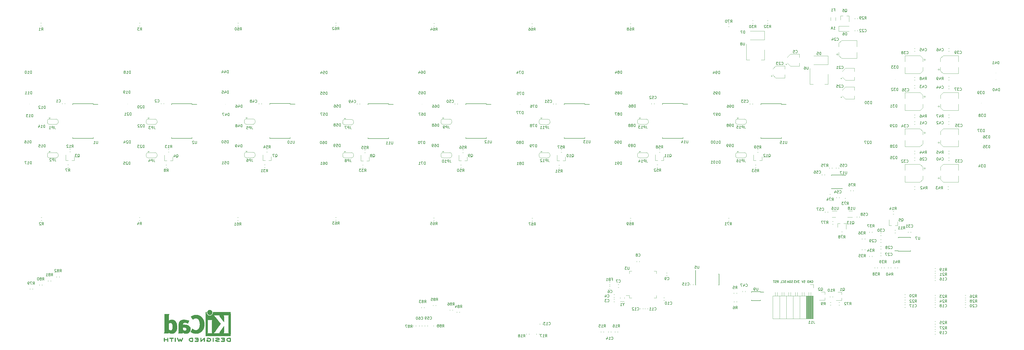
<source format=gbr>
G04 #@! TF.GenerationSoftware,KiCad,Pcbnew,5.1.6-c6e7f7d~87~ubuntu18.04.1*
G04 #@! TF.CreationDate,2020-10-17T10:37:56+01:00*
G04 #@! TF.ProjectId,ossw,6f737377-2e6b-4696-9361-645f70636258,1.1*
G04 #@! TF.SameCoordinates,Original*
G04 #@! TF.FileFunction,Legend,Bot*
G04 #@! TF.FilePolarity,Positive*
%FSLAX46Y46*%
G04 Gerber Fmt 4.6, Leading zero omitted, Abs format (unit mm)*
G04 Created by KiCad (PCBNEW 5.1.6-c6e7f7d~87~ubuntu18.04.1) date 2020-10-17 10:37:56*
%MOMM*%
%LPD*%
G01*
G04 APERTURE LIST*
%ADD10C,0.200000*%
%ADD11C,0.120000*%
%ADD12C,0.150000*%
%ADD13C,0.010000*%
%ADD14C,0.100000*%
G04 APERTURE END LIST*
D10*
X415315323Y-233762600D02*
X415391514Y-233724504D01*
X415505800Y-233724504D01*
X415620085Y-233762600D01*
X415696276Y-233838790D01*
X415734371Y-233914980D01*
X415772466Y-234067361D01*
X415772466Y-234181647D01*
X415734371Y-234334028D01*
X415696276Y-234410219D01*
X415620085Y-234486409D01*
X415505800Y-234524504D01*
X415429609Y-234524504D01*
X415315323Y-234486409D01*
X415277228Y-234448314D01*
X415277228Y-234181647D01*
X415429609Y-234181647D01*
X414934371Y-234524504D02*
X414934371Y-233724504D01*
X414477228Y-234524504D01*
X414477228Y-233724504D01*
X414096276Y-234524504D02*
X414096276Y-233724504D01*
X413905800Y-233724504D01*
X413791514Y-233762600D01*
X413715323Y-233838790D01*
X413677228Y-233914980D01*
X413639133Y-234067361D01*
X413639133Y-234181647D01*
X413677228Y-234334028D01*
X413715323Y-234410219D01*
X413791514Y-234486409D01*
X413905800Y-234524504D01*
X414096276Y-234524504D01*
X412318180Y-233724504D02*
X412699133Y-233724504D01*
X412737228Y-234105457D01*
X412699133Y-234067361D01*
X412622942Y-234029266D01*
X412432466Y-234029266D01*
X412356276Y-234067361D01*
X412318180Y-234105457D01*
X412280085Y-234181647D01*
X412280085Y-234372123D01*
X412318180Y-234448314D01*
X412356276Y-234486409D01*
X412432466Y-234524504D01*
X412622942Y-234524504D01*
X412699133Y-234486409D01*
X412737228Y-234448314D01*
X412051514Y-233724504D02*
X411784847Y-234524504D01*
X411518180Y-233724504D01*
X410616276Y-233724504D02*
X410121038Y-233724504D01*
X410387704Y-234029266D01*
X410273419Y-234029266D01*
X410197228Y-234067361D01*
X410159133Y-234105457D01*
X410121038Y-234181647D01*
X410121038Y-234372123D01*
X410159133Y-234448314D01*
X410197228Y-234486409D01*
X410273419Y-234524504D01*
X410501990Y-234524504D01*
X410578180Y-234486409D01*
X410616276Y-234448314D01*
X409892466Y-233724504D02*
X409625800Y-234524504D01*
X409359133Y-233724504D01*
X409168657Y-233724504D02*
X408673419Y-233724504D01*
X408940085Y-234029266D01*
X408825800Y-234029266D01*
X408749609Y-234067361D01*
X408711514Y-234105457D01*
X408673419Y-234181647D01*
X408673419Y-234372123D01*
X408711514Y-234448314D01*
X408749609Y-234486409D01*
X408825800Y-234524504D01*
X409054371Y-234524504D01*
X409130561Y-234486409D01*
X409168657Y-234448314D01*
X408057228Y-234486409D02*
X407942942Y-234524504D01*
X407752466Y-234524504D01*
X407676276Y-234486409D01*
X407638180Y-234448314D01*
X407600085Y-234372123D01*
X407600085Y-234295933D01*
X407638180Y-234219742D01*
X407676276Y-234181647D01*
X407752466Y-234143552D01*
X407904847Y-234105457D01*
X407981038Y-234067361D01*
X408019133Y-234029266D01*
X408057228Y-233953076D01*
X408057228Y-233876885D01*
X408019133Y-233800695D01*
X407981038Y-233762600D01*
X407904847Y-233724504D01*
X407714371Y-233724504D01*
X407600085Y-233762600D01*
X407257228Y-234524504D02*
X407257228Y-233724504D01*
X407066752Y-233724504D01*
X406952466Y-233762600D01*
X406876276Y-233838790D01*
X406838180Y-233914980D01*
X406800085Y-234067361D01*
X406800085Y-234181647D01*
X406838180Y-234334028D01*
X406876276Y-234410219D01*
X406952466Y-234486409D01*
X407066752Y-234524504D01*
X407257228Y-234524504D01*
X406495323Y-234295933D02*
X406114371Y-234295933D01*
X406571514Y-234524504D02*
X406304847Y-233724504D01*
X406038180Y-234524504D01*
X405498180Y-234486409D02*
X405383895Y-234524504D01*
X405193419Y-234524504D01*
X405117228Y-234486409D01*
X405079133Y-234448314D01*
X405041038Y-234372123D01*
X405041038Y-234295933D01*
X405079133Y-234219742D01*
X405117228Y-234181647D01*
X405193419Y-234143552D01*
X405345800Y-234105457D01*
X405421990Y-234067361D01*
X405460085Y-234029266D01*
X405498180Y-233953076D01*
X405498180Y-233876885D01*
X405460085Y-233800695D01*
X405421990Y-233762600D01*
X405345800Y-233724504D01*
X405155323Y-233724504D01*
X405041038Y-233762600D01*
X404241038Y-234448314D02*
X404279133Y-234486409D01*
X404393419Y-234524504D01*
X404469609Y-234524504D01*
X404583895Y-234486409D01*
X404660085Y-234410219D01*
X404698180Y-234334028D01*
X404736276Y-234181647D01*
X404736276Y-234067361D01*
X404698180Y-233914980D01*
X404660085Y-233838790D01*
X404583895Y-233762600D01*
X404469609Y-233724504D01*
X404393419Y-233724504D01*
X404279133Y-233762600D01*
X404241038Y-233800695D01*
X403517228Y-234524504D02*
X403898180Y-234524504D01*
X403898180Y-233724504D01*
X402189895Y-234524504D02*
X402456561Y-234143552D01*
X402647038Y-234524504D02*
X402647038Y-233724504D01*
X402342276Y-233724504D01*
X402266085Y-233762600D01*
X402227990Y-233800695D01*
X402189895Y-233876885D01*
X402189895Y-233991171D01*
X402227990Y-234067361D01*
X402266085Y-234105457D01*
X402342276Y-234143552D01*
X402647038Y-234143552D01*
X401885133Y-234486409D02*
X401770847Y-234524504D01*
X401580371Y-234524504D01*
X401504180Y-234486409D01*
X401466085Y-234448314D01*
X401427990Y-234372123D01*
X401427990Y-234295933D01*
X401466085Y-234219742D01*
X401504180Y-234181647D01*
X401580371Y-234143552D01*
X401732752Y-234105457D01*
X401808942Y-234067361D01*
X401847038Y-234029266D01*
X401885133Y-233953076D01*
X401885133Y-233876885D01*
X401847038Y-233800695D01*
X401808942Y-233762600D01*
X401732752Y-233724504D01*
X401542276Y-233724504D01*
X401427990Y-233762600D01*
X401199419Y-233724504D02*
X400742276Y-233724504D01*
X400970847Y-234524504D02*
X400970847Y-233724504D01*
D11*
X126666800Y-187232800D02*
X129466800Y-187232800D01*
X130116800Y-186532800D02*
X130116800Y-185932800D01*
X129466800Y-185232800D02*
X126666800Y-185232800D01*
X126016800Y-185932800D02*
X126016800Y-186532800D01*
X126866800Y-185032800D02*
X126566800Y-184732800D01*
X126566800Y-184732800D02*
X127166800Y-184732800D01*
X126866800Y-185032800D02*
X127166800Y-184732800D01*
X126016800Y-186532800D02*
G75*
G03*
X126716800Y-187232800I700000J0D01*
G01*
X126716800Y-185232800D02*
G75*
G03*
X126016800Y-185932800I0J-700000D01*
G01*
X130116800Y-185932800D02*
G75*
G03*
X129416800Y-185232800I-700000J0D01*
G01*
X129416800Y-187232800D02*
G75*
G03*
X130116800Y-186532800I0J700000D01*
G01*
X415826000Y-239522000D02*
X415826000Y-248107200D01*
X415908800Y-239508800D02*
X413308800Y-239508800D01*
X413308800Y-239508800D02*
X413308800Y-248138800D01*
X413308800Y-248138800D02*
X415908800Y-248138800D01*
X415908800Y-248138800D02*
X415908800Y-239508800D01*
X414958800Y-238150400D02*
X414958800Y-239508800D01*
X414198800Y-238150400D02*
X414198800Y-239508800D01*
X415728800Y-239508800D02*
X415728800Y-248138800D01*
X415608800Y-239508800D02*
X415608800Y-248138800D01*
X415488800Y-239508800D02*
X415488800Y-248138800D01*
X415368800Y-239508800D02*
X415368800Y-248138800D01*
X415248800Y-239508800D02*
X415248800Y-248138800D01*
X415128800Y-239508800D02*
X415128800Y-248138800D01*
X415008800Y-239508800D02*
X415008800Y-248138800D01*
X414888800Y-239508800D02*
X414888800Y-248138800D01*
X414768800Y-239508800D02*
X414768800Y-248138800D01*
X414648800Y-239508800D02*
X414648800Y-248138800D01*
X414528800Y-239508800D02*
X414528800Y-248138800D01*
X414408800Y-239508800D02*
X414408800Y-248138800D01*
X414288800Y-239508800D02*
X414288800Y-248138800D01*
X414168800Y-239508800D02*
X414168800Y-248138800D01*
X414048800Y-239508800D02*
X414048800Y-248138800D01*
X413928800Y-239508800D02*
X413928800Y-248138800D01*
X413808800Y-239508800D02*
X413808800Y-248138800D01*
X413688800Y-239508800D02*
X413688800Y-248138800D01*
X413568800Y-239508800D02*
X413568800Y-248138800D01*
X413448800Y-239508800D02*
X413448800Y-248138800D01*
X413328800Y-239508800D02*
X413328800Y-248138800D01*
X413208800Y-239508800D02*
X413208800Y-248138800D01*
X413308800Y-239508800D02*
X410768800Y-239508800D01*
X410768800Y-239508800D02*
X410768800Y-248138800D01*
X410768800Y-248138800D02*
X413308800Y-248138800D01*
X413308800Y-248138800D02*
X413308800Y-239508800D01*
X412418800Y-238150400D02*
X412418800Y-239508800D01*
X411658800Y-238150400D02*
X411658800Y-239508800D01*
X410768800Y-239508800D02*
X408228800Y-239508800D01*
X408228800Y-239508800D02*
X408228800Y-248138800D01*
X408228800Y-248138800D02*
X410768800Y-248138800D01*
X410768800Y-248138800D02*
X410768800Y-239508800D01*
X409878800Y-238150400D02*
X409878800Y-239508800D01*
X409118800Y-238150400D02*
X409118800Y-239508800D01*
X408228800Y-239508800D02*
X405688800Y-239508800D01*
X405688800Y-239508800D02*
X405688800Y-248138800D01*
X405688800Y-248138800D02*
X408228800Y-248138800D01*
X408228800Y-248138800D02*
X408228800Y-239508800D01*
X407338800Y-238150400D02*
X407338800Y-239508800D01*
X406578800Y-238150400D02*
X406578800Y-239508800D01*
X405688800Y-239508800D02*
X403148800Y-239508800D01*
X403148800Y-239508800D02*
X403148800Y-248138800D01*
X403148800Y-248138800D02*
X405688800Y-248138800D01*
X405688800Y-248138800D02*
X405688800Y-239508800D01*
X404798800Y-238150400D02*
X404798800Y-239508800D01*
X404038800Y-238150400D02*
X404038800Y-239508800D01*
X403148800Y-239508800D02*
X400548800Y-239508800D01*
X400548800Y-239508800D02*
X400548800Y-248138800D01*
X400548800Y-248138800D02*
X403148800Y-248138800D01*
X403148800Y-248138800D02*
X403148800Y-239508800D01*
X402258800Y-238150400D02*
X402258800Y-239508800D01*
X401498800Y-238150400D02*
X401498800Y-239508800D01*
X415950400Y-236474000D02*
X415950400Y-235204000D01*
X415950400Y-235204000D02*
X414680400Y-235204000D01*
X273204400Y-251038479D02*
X273204400Y-250712921D01*
X272184400Y-251038479D02*
X272184400Y-250712921D01*
X265482800Y-251063979D02*
X265482800Y-250738421D01*
X264462800Y-251063979D02*
X264462800Y-250738421D01*
X278331200Y-244744021D02*
X278331200Y-245069579D01*
X279351200Y-244744021D02*
X279351200Y-245069579D01*
X271981200Y-242966021D02*
X271981200Y-243291579D01*
X273001200Y-242966021D02*
X273001200Y-243291579D01*
X281023600Y-245556821D02*
X281023600Y-245882379D01*
X282043600Y-245556821D02*
X282043600Y-245882379D01*
X267612400Y-243778821D02*
X267612400Y-244104379D01*
X268632400Y-243778821D02*
X268632400Y-244104379D01*
X130558000Y-232471179D02*
X130558000Y-232145621D01*
X129538000Y-232471179D02*
X129538000Y-232145621D01*
X127357600Y-233995179D02*
X127357600Y-233669621D01*
X126337600Y-233995179D02*
X126337600Y-233669621D01*
X124004800Y-235569979D02*
X124004800Y-235244421D01*
X122984800Y-235569979D02*
X122984800Y-235244421D01*
X120448800Y-237043179D02*
X120448800Y-236717621D01*
X119428800Y-237043179D02*
X119428800Y-236717621D01*
X266748800Y-250712921D02*
X266748800Y-251038479D01*
X267768800Y-250712921D02*
X267768800Y-251038479D01*
X268882400Y-250687621D02*
X268882400Y-251013179D01*
X269902400Y-250687621D02*
X269902400Y-251013179D01*
X426531821Y-215263000D02*
X426857379Y-215263000D01*
X426531821Y-216283000D02*
X426857379Y-216283000D01*
X423428379Y-212346000D02*
X423102821Y-212346000D01*
X423428379Y-211326000D02*
X423102821Y-211326000D01*
X425114600Y-212092000D02*
X425114600Y-213552000D01*
X428274600Y-212092000D02*
X428274600Y-214252000D01*
X428274600Y-212092000D02*
X427344600Y-212092000D01*
X425114600Y-212092000D02*
X426044600Y-212092000D01*
X429296600Y-207374000D02*
X430696600Y-207374000D01*
X430696600Y-209694000D02*
X428796600Y-209694000D01*
D12*
X426864600Y-193817000D02*
X428264600Y-193817000D01*
X426864600Y-198917000D02*
X422714600Y-198917000D01*
X426864600Y-193767000D02*
X422714600Y-193767000D01*
X426864600Y-198917000D02*
X426864600Y-198772000D01*
X422714600Y-198917000D02*
X422714600Y-198772000D01*
X422714600Y-193767000D02*
X422714600Y-193912000D01*
X426864600Y-193767000D02*
X426864600Y-193817000D01*
D11*
X424346600Y-209694000D02*
X422946600Y-209694000D01*
X422946600Y-207374000D02*
X424846600Y-207374000D01*
X431014600Y-199481221D02*
X431014600Y-199806779D01*
X429994600Y-199481221D02*
X429994600Y-199806779D01*
X421993600Y-191297779D02*
X421993600Y-190972221D01*
X423013600Y-191297779D02*
X423013600Y-190972221D01*
X422086821Y-201039000D02*
X422412379Y-201039000D01*
X422086821Y-202059000D02*
X422412379Y-202059000D01*
X427801821Y-202563000D02*
X428127379Y-202563000D01*
X427801821Y-203583000D02*
X428127379Y-203583000D01*
X432407600Y-209839779D02*
X432407600Y-209514221D01*
X433427600Y-209839779D02*
X433427600Y-209514221D01*
X421362600Y-207609221D02*
X421362600Y-207934779D01*
X420342600Y-207609221D02*
X420342600Y-207934779D01*
X420219600Y-193512221D02*
X420219600Y-193837779D01*
X419199600Y-193512221D02*
X419199600Y-193837779D01*
X425553600Y-190972221D02*
X425553600Y-191297779D01*
X424533600Y-190972221D02*
X424533600Y-191297779D01*
X425680600Y-202148221D02*
X425680600Y-202473779D01*
X424660600Y-202148221D02*
X424660600Y-202473779D01*
D13*
G36*
X187319380Y-244851594D02*
G01*
X187125970Y-244900286D01*
X186952029Y-244986332D01*
X186801740Y-245106421D01*
X186679284Y-245257243D01*
X186588845Y-245435486D01*
X186536086Y-245628967D01*
X186524332Y-245824364D01*
X186554173Y-246012920D01*
X186621874Y-246189419D01*
X186723703Y-246348645D01*
X186855925Y-246485385D01*
X187014808Y-246594422D01*
X187196617Y-246670540D01*
X187299606Y-246695498D01*
X187388999Y-246710608D01*
X187457909Y-246716579D01*
X187524124Y-246712913D01*
X187605434Y-246699113D01*
X187671922Y-246685100D01*
X187859588Y-246621800D01*
X188027681Y-246519096D01*
X188172416Y-246380102D01*
X188290007Y-246207935D01*
X188318029Y-246153214D01*
X188351051Y-246080155D01*
X188371760Y-246018803D01*
X188382941Y-245954252D01*
X188387380Y-245871599D01*
X188387939Y-245779018D01*
X188379729Y-245609549D01*
X188352779Y-245470373D01*
X188302174Y-245348582D01*
X188223002Y-245231272D01*
X188145562Y-245142349D01*
X188001136Y-245010125D01*
X187850279Y-244918855D01*
X187684038Y-244864208D01*
X187528078Y-244843567D01*
X187319380Y-244851594D01*
G37*
X187319380Y-244851594D02*
X187125970Y-244900286D01*
X186952029Y-244986332D01*
X186801740Y-245106421D01*
X186679284Y-245257243D01*
X186588845Y-245435486D01*
X186536086Y-245628967D01*
X186524332Y-245824364D01*
X186554173Y-246012920D01*
X186621874Y-246189419D01*
X186723703Y-246348645D01*
X186855925Y-246485385D01*
X187014808Y-246594422D01*
X187196617Y-246670540D01*
X187299606Y-246695498D01*
X187388999Y-246710608D01*
X187457909Y-246716579D01*
X187524124Y-246712913D01*
X187605434Y-246699113D01*
X187671922Y-246685100D01*
X187859588Y-246621800D01*
X188027681Y-246519096D01*
X188172416Y-246380102D01*
X188290007Y-246207935D01*
X188318029Y-246153214D01*
X188351051Y-246080155D01*
X188371760Y-246018803D01*
X188382941Y-245954252D01*
X188387380Y-245871599D01*
X188387939Y-245779018D01*
X188379729Y-245609549D01*
X188352779Y-245470373D01*
X188302174Y-245348582D01*
X188223002Y-245231272D01*
X188145562Y-245142349D01*
X188001136Y-245010125D01*
X187850279Y-244918855D01*
X187684038Y-244864208D01*
X187528078Y-244843567D01*
X187319380Y-244851594D01*
G36*
X170324749Y-249764777D02*
G01*
X170324710Y-250235705D01*
X170324658Y-250663488D01*
X170324512Y-251050338D01*
X170324195Y-251398466D01*
X170323629Y-251710085D01*
X170322735Y-251987406D01*
X170321435Y-252232640D01*
X170319651Y-252448001D01*
X170317303Y-252635700D01*
X170314315Y-252797948D01*
X170310607Y-252936957D01*
X170306101Y-253054940D01*
X170300718Y-253154109D01*
X170294381Y-253236674D01*
X170287012Y-253304848D01*
X170278530Y-253360843D01*
X170268859Y-253406870D01*
X170257921Y-253445143D01*
X170245635Y-253477871D01*
X170231925Y-253507268D01*
X170216712Y-253535544D01*
X170199917Y-253564913D01*
X170189484Y-253583207D01*
X170120648Y-253705179D01*
X171844607Y-253705179D01*
X171844607Y-253512411D01*
X171846077Y-253425296D01*
X171849998Y-253358671D01*
X171855641Y-253322950D01*
X171858136Y-253319643D01*
X171881082Y-253333472D01*
X171926714Y-253369317D01*
X171972316Y-253408239D01*
X172081973Y-253490072D01*
X172221550Y-253572445D01*
X172376341Y-253647791D01*
X172531640Y-253708543D01*
X172593620Y-253727926D01*
X172731227Y-253757188D01*
X172897669Y-253777199D01*
X173077254Y-253787331D01*
X173254287Y-253786956D01*
X173413075Y-253775445D01*
X173488803Y-253763777D01*
X173766230Y-253687314D01*
X174021969Y-253571351D01*
X174254645Y-253416942D01*
X174462881Y-253225144D01*
X174645299Y-252997012D01*
X174779499Y-252774426D01*
X174889724Y-252539872D01*
X174974100Y-252300108D01*
X175034361Y-252046996D01*
X175072241Y-251772398D01*
X175089474Y-251468174D01*
X175090934Y-251312589D01*
X175086726Y-251198527D01*
X173421091Y-251198527D01*
X173420673Y-251385495D01*
X173414821Y-251561658D01*
X173403446Y-251716506D01*
X173386460Y-251839527D01*
X173381270Y-251864319D01*
X173317384Y-252079843D01*
X173233694Y-252254670D01*
X173129502Y-252389237D01*
X173004109Y-252483983D01*
X172856815Y-252539350D01*
X172686923Y-252555774D01*
X172493733Y-252533695D01*
X172366214Y-252502111D01*
X172267489Y-252465569D01*
X172158748Y-252413642D01*
X172077062Y-252366026D01*
X171935321Y-252272877D01*
X171935321Y-249962225D01*
X172070738Y-249874701D01*
X172228490Y-249792490D01*
X172397613Y-249738951D01*
X172568621Y-249714996D01*
X172732029Y-249721539D01*
X172878353Y-249759493D01*
X172942546Y-249790770D01*
X173058912Y-249877148D01*
X173157264Y-249991199D01*
X173239940Y-250137092D01*
X173309279Y-250318992D01*
X173367620Y-250541069D01*
X173370194Y-250552857D01*
X173390626Y-250677921D01*
X173405979Y-250834229D01*
X173416163Y-251011268D01*
X173421091Y-251198527D01*
X175086726Y-251198527D01*
X175075161Y-250885058D01*
X175031076Y-250491637D01*
X174958786Y-250132587D01*
X174858394Y-249808170D01*
X174730005Y-249518646D01*
X174573722Y-249264276D01*
X174389650Y-249045321D01*
X174177893Y-248862042D01*
X174087161Y-248799864D01*
X173884362Y-248687068D01*
X173676859Y-248607492D01*
X173455700Y-248558957D01*
X173211934Y-248539280D01*
X173026097Y-248541380D01*
X172765631Y-248563410D01*
X172539438Y-248607236D01*
X172340973Y-248674872D01*
X172163694Y-248768331D01*
X172065527Y-248837060D01*
X172006532Y-248881085D01*
X171962957Y-248911160D01*
X171946464Y-248920000D01*
X171943220Y-248898245D01*
X171940627Y-248836665D01*
X171938660Y-248740788D01*
X171937295Y-248616141D01*
X171936505Y-248468250D01*
X171936265Y-248302644D01*
X171936550Y-248124849D01*
X171937335Y-247940393D01*
X171938594Y-247754803D01*
X171940302Y-247573606D01*
X171942433Y-247402330D01*
X171944963Y-247246501D01*
X171947865Y-247111648D01*
X171951114Y-247003297D01*
X171954685Y-246926975D01*
X171955673Y-246912946D01*
X171970895Y-246771486D01*
X171994121Y-246660696D01*
X172029757Y-246566032D01*
X172082209Y-246472952D01*
X172094799Y-246453705D01*
X172143882Y-246380000D01*
X170325143Y-246380000D01*
X170324749Y-249764777D01*
G37*
X170324749Y-249764777D02*
X170324710Y-250235705D01*
X170324658Y-250663488D01*
X170324512Y-251050338D01*
X170324195Y-251398466D01*
X170323629Y-251710085D01*
X170322735Y-251987406D01*
X170321435Y-252232640D01*
X170319651Y-252448001D01*
X170317303Y-252635700D01*
X170314315Y-252797948D01*
X170310607Y-252936957D01*
X170306101Y-253054940D01*
X170300718Y-253154109D01*
X170294381Y-253236674D01*
X170287012Y-253304848D01*
X170278530Y-253360843D01*
X170268859Y-253406870D01*
X170257921Y-253445143D01*
X170245635Y-253477871D01*
X170231925Y-253507268D01*
X170216712Y-253535544D01*
X170199917Y-253564913D01*
X170189484Y-253583207D01*
X170120648Y-253705179D01*
X171844607Y-253705179D01*
X171844607Y-253512411D01*
X171846077Y-253425296D01*
X171849998Y-253358671D01*
X171855641Y-253322950D01*
X171858136Y-253319643D01*
X171881082Y-253333472D01*
X171926714Y-253369317D01*
X171972316Y-253408239D01*
X172081973Y-253490072D01*
X172221550Y-253572445D01*
X172376341Y-253647791D01*
X172531640Y-253708543D01*
X172593620Y-253727926D01*
X172731227Y-253757188D01*
X172897669Y-253777199D01*
X173077254Y-253787331D01*
X173254287Y-253786956D01*
X173413075Y-253775445D01*
X173488803Y-253763777D01*
X173766230Y-253687314D01*
X174021969Y-253571351D01*
X174254645Y-253416942D01*
X174462881Y-253225144D01*
X174645299Y-252997012D01*
X174779499Y-252774426D01*
X174889724Y-252539872D01*
X174974100Y-252300108D01*
X175034361Y-252046996D01*
X175072241Y-251772398D01*
X175089474Y-251468174D01*
X175090934Y-251312589D01*
X175086726Y-251198527D01*
X173421091Y-251198527D01*
X173420673Y-251385495D01*
X173414821Y-251561658D01*
X173403446Y-251716506D01*
X173386460Y-251839527D01*
X173381270Y-251864319D01*
X173317384Y-252079843D01*
X173233694Y-252254670D01*
X173129502Y-252389237D01*
X173004109Y-252483983D01*
X172856815Y-252539350D01*
X172686923Y-252555774D01*
X172493733Y-252533695D01*
X172366214Y-252502111D01*
X172267489Y-252465569D01*
X172158748Y-252413642D01*
X172077062Y-252366026D01*
X171935321Y-252272877D01*
X171935321Y-249962225D01*
X172070738Y-249874701D01*
X172228490Y-249792490D01*
X172397613Y-249738951D01*
X172568621Y-249714996D01*
X172732029Y-249721539D01*
X172878353Y-249759493D01*
X172942546Y-249790770D01*
X173058912Y-249877148D01*
X173157264Y-249991199D01*
X173239940Y-250137092D01*
X173309279Y-250318992D01*
X173367620Y-250541069D01*
X173370194Y-250552857D01*
X173390626Y-250677921D01*
X173405979Y-250834229D01*
X173416163Y-251011268D01*
X173421091Y-251198527D01*
X175086726Y-251198527D01*
X175075161Y-250885058D01*
X175031076Y-250491637D01*
X174958786Y-250132587D01*
X174858394Y-249808170D01*
X174730005Y-249518646D01*
X174573722Y-249264276D01*
X174389650Y-249045321D01*
X174177893Y-248862042D01*
X174087161Y-248799864D01*
X173884362Y-248687068D01*
X173676859Y-248607492D01*
X173455700Y-248558957D01*
X173211934Y-248539280D01*
X173026097Y-248541380D01*
X172765631Y-248563410D01*
X172539438Y-248607236D01*
X172340973Y-248674872D01*
X172163694Y-248768331D01*
X172065527Y-248837060D01*
X172006532Y-248881085D01*
X171962957Y-248911160D01*
X171946464Y-248920000D01*
X171943220Y-248898245D01*
X171940627Y-248836665D01*
X171938660Y-248740788D01*
X171937295Y-248616141D01*
X171936505Y-248468250D01*
X171936265Y-248302644D01*
X171936550Y-248124849D01*
X171937335Y-247940393D01*
X171938594Y-247754803D01*
X171940302Y-247573606D01*
X171942433Y-247402330D01*
X171944963Y-247246501D01*
X171947865Y-247111648D01*
X171951114Y-247003297D01*
X171954685Y-246926975D01*
X171955673Y-246912946D01*
X171970895Y-246771486D01*
X171994121Y-246660696D01*
X172029757Y-246566032D01*
X172082209Y-246472952D01*
X172094799Y-246453705D01*
X172143882Y-246380000D01*
X170325143Y-246380000D01*
X170324749Y-249764777D01*
G36*
X177381981Y-248547984D02*
G01*
X177076788Y-248588192D01*
X176805052Y-248655762D01*
X176565019Y-248751233D01*
X176354934Y-248875143D01*
X176199022Y-249002831D01*
X176060726Y-249151761D01*
X175952764Y-249312017D01*
X175866573Y-249497281D01*
X175835486Y-249583805D01*
X175809653Y-249662115D01*
X175787149Y-249734732D01*
X175767714Y-249805336D01*
X175751088Y-249877610D01*
X175737011Y-249955234D01*
X175725221Y-250041890D01*
X175715460Y-250141259D01*
X175707465Y-250257022D01*
X175700978Y-250392861D01*
X175695736Y-250552457D01*
X175691481Y-250739491D01*
X175687952Y-250957644D01*
X175684888Y-251210598D01*
X175682028Y-251502033D01*
X175679513Y-251788839D01*
X175676848Y-252102615D01*
X175674426Y-252374364D01*
X175671996Y-252607413D01*
X175669305Y-252805090D01*
X175666101Y-252970722D01*
X175662134Y-253107636D01*
X175657149Y-253219160D01*
X175650897Y-253308622D01*
X175643124Y-253379348D01*
X175633580Y-253434666D01*
X175622011Y-253477903D01*
X175608166Y-253512388D01*
X175591793Y-253541446D01*
X175572641Y-253568406D01*
X175550457Y-253596594D01*
X175541817Y-253607509D01*
X175510037Y-253653390D01*
X175495902Y-253684635D01*
X175495857Y-253685558D01*
X175517708Y-253689975D01*
X175579956Y-253694045D01*
X175677639Y-253697652D01*
X175805796Y-253700683D01*
X175959468Y-253703023D01*
X176133693Y-253704558D01*
X176323510Y-253705172D01*
X176345420Y-253705179D01*
X177194984Y-253705179D01*
X177201536Y-253512188D01*
X177208089Y-253319197D01*
X177332821Y-253421627D01*
X177528350Y-253557257D01*
X177749134Y-253667129D01*
X177922835Y-253727857D01*
X178061593Y-253757365D01*
X178229042Y-253777440D01*
X178409376Y-253787458D01*
X178586793Y-253786790D01*
X178745487Y-253774812D01*
X178818268Y-253763334D01*
X179099555Y-253687272D01*
X179353535Y-253577096D01*
X179578371Y-253434446D01*
X179772226Y-253260962D01*
X179933266Y-253058284D01*
X180059654Y-252828054D01*
X180148801Y-252574745D01*
X180173580Y-252461073D01*
X180188867Y-252336119D01*
X180196157Y-252185774D01*
X180197151Y-252117679D01*
X180197020Y-252111280D01*
X178670359Y-252111280D01*
X178651688Y-252262053D01*
X178595063Y-252390277D01*
X178497693Y-252502050D01*
X178487534Y-252510914D01*
X178390514Y-252580879D01*
X178286635Y-252626244D01*
X178164629Y-252650192D01*
X178013230Y-252655904D01*
X177976853Y-252655090D01*
X177868736Y-252649761D01*
X177788319Y-252638880D01*
X177717973Y-252618462D01*
X177640069Y-252584520D01*
X177618690Y-252574117D01*
X177496846Y-252502141D01*
X177402791Y-252416496D01*
X177377203Y-252385884D01*
X177287464Y-252272356D01*
X177287464Y-251878855D01*
X177288540Y-251720860D01*
X177291935Y-251604441D01*
X177297898Y-251525865D01*
X177306679Y-251481399D01*
X177314885Y-251468408D01*
X177346878Y-251462052D01*
X177414746Y-251456784D01*
X177509013Y-251453101D01*
X177620200Y-251451499D01*
X177638055Y-251451469D01*
X177880684Y-251462023D01*
X178086941Y-251494502D01*
X178260821Y-251550145D01*
X178406319Y-251630195D01*
X178516669Y-251724514D01*
X178606161Y-251840804D01*
X178655830Y-251967463D01*
X178670359Y-252111280D01*
X180197020Y-252111280D01*
X180193267Y-251929331D01*
X180176504Y-251770828D01*
X180143867Y-251627747D01*
X180092365Y-251485665D01*
X180044158Y-251380454D01*
X179926397Y-251189009D01*
X179769506Y-251012171D01*
X179578259Y-250853160D01*
X179357431Y-250715192D01*
X179111795Y-250601488D01*
X178846126Y-250515265D01*
X178716214Y-250485253D01*
X178442635Y-250440846D01*
X178144418Y-250411549D01*
X177840154Y-250398731D01*
X177585907Y-250402010D01*
X177260688Y-250415629D01*
X177275594Y-250297145D01*
X177314352Y-250097953D01*
X177376897Y-249935792D01*
X177464959Y-249809418D01*
X177580268Y-249717590D01*
X177724554Y-249659063D01*
X177899547Y-249632594D01*
X178106978Y-249636941D01*
X178183268Y-249644979D01*
X178466909Y-249695539D01*
X178741757Y-249777974D01*
X178931660Y-249854316D01*
X179022383Y-249893238D01*
X179099591Y-249924518D01*
X179152529Y-249943893D01*
X179167974Y-249948007D01*
X179187550Y-249929769D01*
X179221136Y-249871571D01*
X179269050Y-249772757D01*
X179331607Y-249632669D01*
X179409123Y-249450649D01*
X179422377Y-249418929D01*
X179482758Y-249273649D01*
X179536958Y-249142371D01*
X179582636Y-249030837D01*
X179617452Y-248944787D01*
X179639064Y-248889961D01*
X179645305Y-248872204D01*
X179625218Y-248862652D01*
X179572430Y-248852051D01*
X179515634Y-248844659D01*
X179455050Y-248835103D01*
X179359049Y-248816128D01*
X179236144Y-248789594D01*
X179094850Y-248757361D01*
X178943680Y-248721289D01*
X178886303Y-248707182D01*
X178675243Y-248655777D01*
X178499133Y-248615473D01*
X178349291Y-248584982D01*
X178217033Y-248563016D01*
X178093676Y-248548289D01*
X177970540Y-248539511D01*
X177838939Y-248535397D01*
X177722386Y-248534598D01*
X177381981Y-248547984D01*
G37*
X177381981Y-248547984D02*
X177076788Y-248588192D01*
X176805052Y-248655762D01*
X176565019Y-248751233D01*
X176354934Y-248875143D01*
X176199022Y-249002831D01*
X176060726Y-249151761D01*
X175952764Y-249312017D01*
X175866573Y-249497281D01*
X175835486Y-249583805D01*
X175809653Y-249662115D01*
X175787149Y-249734732D01*
X175767714Y-249805336D01*
X175751088Y-249877610D01*
X175737011Y-249955234D01*
X175725221Y-250041890D01*
X175715460Y-250141259D01*
X175707465Y-250257022D01*
X175700978Y-250392861D01*
X175695736Y-250552457D01*
X175691481Y-250739491D01*
X175687952Y-250957644D01*
X175684888Y-251210598D01*
X175682028Y-251502033D01*
X175679513Y-251788839D01*
X175676848Y-252102615D01*
X175674426Y-252374364D01*
X175671996Y-252607413D01*
X175669305Y-252805090D01*
X175666101Y-252970722D01*
X175662134Y-253107636D01*
X175657149Y-253219160D01*
X175650897Y-253308622D01*
X175643124Y-253379348D01*
X175633580Y-253434666D01*
X175622011Y-253477903D01*
X175608166Y-253512388D01*
X175591793Y-253541446D01*
X175572641Y-253568406D01*
X175550457Y-253596594D01*
X175541817Y-253607509D01*
X175510037Y-253653390D01*
X175495902Y-253684635D01*
X175495857Y-253685558D01*
X175517708Y-253689975D01*
X175579956Y-253694045D01*
X175677639Y-253697652D01*
X175805796Y-253700683D01*
X175959468Y-253703023D01*
X176133693Y-253704558D01*
X176323510Y-253705172D01*
X176345420Y-253705179D01*
X177194984Y-253705179D01*
X177201536Y-253512188D01*
X177208089Y-253319197D01*
X177332821Y-253421627D01*
X177528350Y-253557257D01*
X177749134Y-253667129D01*
X177922835Y-253727857D01*
X178061593Y-253757365D01*
X178229042Y-253777440D01*
X178409376Y-253787458D01*
X178586793Y-253786790D01*
X178745487Y-253774812D01*
X178818268Y-253763334D01*
X179099555Y-253687272D01*
X179353535Y-253577096D01*
X179578371Y-253434446D01*
X179772226Y-253260962D01*
X179933266Y-253058284D01*
X180059654Y-252828054D01*
X180148801Y-252574745D01*
X180173580Y-252461073D01*
X180188867Y-252336119D01*
X180196157Y-252185774D01*
X180197151Y-252117679D01*
X180197020Y-252111280D01*
X178670359Y-252111280D01*
X178651688Y-252262053D01*
X178595063Y-252390277D01*
X178497693Y-252502050D01*
X178487534Y-252510914D01*
X178390514Y-252580879D01*
X178286635Y-252626244D01*
X178164629Y-252650192D01*
X178013230Y-252655904D01*
X177976853Y-252655090D01*
X177868736Y-252649761D01*
X177788319Y-252638880D01*
X177717973Y-252618462D01*
X177640069Y-252584520D01*
X177618690Y-252574117D01*
X177496846Y-252502141D01*
X177402791Y-252416496D01*
X177377203Y-252385884D01*
X177287464Y-252272356D01*
X177287464Y-251878855D01*
X177288540Y-251720860D01*
X177291935Y-251604441D01*
X177297898Y-251525865D01*
X177306679Y-251481399D01*
X177314885Y-251468408D01*
X177346878Y-251462052D01*
X177414746Y-251456784D01*
X177509013Y-251453101D01*
X177620200Y-251451499D01*
X177638055Y-251451469D01*
X177880684Y-251462023D01*
X178086941Y-251494502D01*
X178260821Y-251550145D01*
X178406319Y-251630195D01*
X178516669Y-251724514D01*
X178606161Y-251840804D01*
X178655830Y-251967463D01*
X178670359Y-252111280D01*
X180197020Y-252111280D01*
X180193267Y-251929331D01*
X180176504Y-251770828D01*
X180143867Y-251627747D01*
X180092365Y-251485665D01*
X180044158Y-251380454D01*
X179926397Y-251189009D01*
X179769506Y-251012171D01*
X179578259Y-250853160D01*
X179357431Y-250715192D01*
X179111795Y-250601488D01*
X178846126Y-250515265D01*
X178716214Y-250485253D01*
X178442635Y-250440846D01*
X178144418Y-250411549D01*
X177840154Y-250398731D01*
X177585907Y-250402010D01*
X177260688Y-250415629D01*
X177275594Y-250297145D01*
X177314352Y-250097953D01*
X177376897Y-249935792D01*
X177464959Y-249809418D01*
X177580268Y-249717590D01*
X177724554Y-249659063D01*
X177899547Y-249632594D01*
X178106978Y-249636941D01*
X178183268Y-249644979D01*
X178466909Y-249695539D01*
X178741757Y-249777974D01*
X178931660Y-249854316D01*
X179022383Y-249893238D01*
X179099591Y-249924518D01*
X179152529Y-249943893D01*
X179167974Y-249948007D01*
X179187550Y-249929769D01*
X179221136Y-249871571D01*
X179269050Y-249772757D01*
X179331607Y-249632669D01*
X179409123Y-249450649D01*
X179422377Y-249418929D01*
X179482758Y-249273649D01*
X179536958Y-249142371D01*
X179582636Y-249030837D01*
X179617452Y-248944787D01*
X179639064Y-248889961D01*
X179645305Y-248872204D01*
X179625218Y-248862652D01*
X179572430Y-248852051D01*
X179515634Y-248844659D01*
X179455050Y-248835103D01*
X179359049Y-248816128D01*
X179236144Y-248789594D01*
X179094850Y-248757361D01*
X178943680Y-248721289D01*
X178886303Y-248707182D01*
X178675243Y-248655777D01*
X178499133Y-248615473D01*
X178349291Y-248584982D01*
X178217033Y-248563016D01*
X178093676Y-248548289D01*
X177970540Y-248539511D01*
X177838939Y-248535397D01*
X177722386Y-248534598D01*
X177381981Y-248547984D01*
G36*
X182093209Y-246704830D02*
G01*
X181771497Y-246747366D01*
X181442153Y-246828005D01*
X181101031Y-246947544D01*
X180743985Y-247106783D01*
X180721349Y-247117922D01*
X180605444Y-247174223D01*
X180501889Y-247222593D01*
X180418240Y-247259652D01*
X180362049Y-247282025D01*
X180342821Y-247287143D01*
X180304216Y-247297203D01*
X180294952Y-247305652D01*
X180305204Y-247326611D01*
X180337427Y-247379422D01*
X180387912Y-247458551D01*
X180452949Y-247558463D01*
X180528828Y-247673625D01*
X180611839Y-247798501D01*
X180698271Y-247927558D01*
X180784417Y-248055261D01*
X180866564Y-248176076D01*
X180941004Y-248284469D01*
X181004026Y-248374905D01*
X181051921Y-248441851D01*
X181080979Y-248479771D01*
X181084967Y-248484169D01*
X181105294Y-248474831D01*
X181150175Y-248440324D01*
X181211589Y-248387045D01*
X181243217Y-248357963D01*
X181437057Y-248206728D01*
X181651431Y-248095351D01*
X181883471Y-248024836D01*
X182130308Y-247996188D01*
X182269728Y-247998540D01*
X182513087Y-248033015D01*
X182732498Y-248105100D01*
X182928615Y-248215320D01*
X183102095Y-248364203D01*
X183253593Y-248552275D01*
X183383766Y-248780064D01*
X183458935Y-248954018D01*
X183547032Y-249226629D01*
X183611961Y-249522913D01*
X183653890Y-249835229D01*
X183672987Y-250155938D01*
X183669418Y-250477400D01*
X183643351Y-250791975D01*
X183594953Y-251092022D01*
X183524391Y-251369901D01*
X183431833Y-251617973D01*
X183399124Y-251686786D01*
X183262022Y-251915977D01*
X183100384Y-252109824D01*
X182916585Y-252266748D01*
X182712999Y-252385168D01*
X182491999Y-252463506D01*
X182255960Y-252500181D01*
X182172654Y-252502879D01*
X181928452Y-252480940D01*
X181686502Y-252415014D01*
X181449875Y-252306463D01*
X181221638Y-252156648D01*
X181038007Y-251999296D01*
X180944531Y-251909837D01*
X180580377Y-252507017D01*
X180489779Y-252656004D01*
X180406935Y-252793039D01*
X180334782Y-252913199D01*
X180276259Y-253011558D01*
X180234305Y-253083194D01*
X180211858Y-253123182D01*
X180208941Y-253129399D01*
X180225473Y-253148764D01*
X180276859Y-253183479D01*
X180356602Y-253230256D01*
X180458206Y-253285805D01*
X180575172Y-253346839D01*
X180701004Y-253410070D01*
X180829206Y-253472209D01*
X180953280Y-253529968D01*
X181066729Y-253580060D01*
X181163056Y-253619196D01*
X181210170Y-253636130D01*
X181478895Y-253712097D01*
X181755914Y-253762326D01*
X182052643Y-253788450D01*
X182307352Y-253793127D01*
X182443870Y-253790928D01*
X182575658Y-253786714D01*
X182691031Y-253781005D01*
X182778305Y-253774320D01*
X182806641Y-253770938D01*
X183085912Y-253713010D01*
X183370229Y-253622368D01*
X183646421Y-253504408D01*
X183901314Y-253364527D01*
X184057018Y-253258697D01*
X184312970Y-253041328D01*
X184550632Y-252787063D01*
X184765601Y-252502187D01*
X184953475Y-252192982D01*
X185109853Y-251865731D01*
X185197954Y-251630089D01*
X185298898Y-251261195D01*
X185366194Y-250870364D01*
X185399865Y-250466055D01*
X185399931Y-250056722D01*
X185366412Y-249650823D01*
X185299331Y-249256814D01*
X185198708Y-248883152D01*
X185191041Y-248859872D01*
X185064713Y-248534318D01*
X184910533Y-248237163D01*
X184723272Y-247959996D01*
X184497699Y-247694408D01*
X184409577Y-247603479D01*
X184136077Y-247354489D01*
X183854915Y-247148489D01*
X183561773Y-246983237D01*
X183252335Y-246856490D01*
X182922287Y-246766005D01*
X182730321Y-246730869D01*
X182411435Y-246699597D01*
X182093209Y-246704830D01*
G37*
X182093209Y-246704830D02*
X181771497Y-246747366D01*
X181442153Y-246828005D01*
X181101031Y-246947544D01*
X180743985Y-247106783D01*
X180721349Y-247117922D01*
X180605444Y-247174223D01*
X180501889Y-247222593D01*
X180418240Y-247259652D01*
X180362049Y-247282025D01*
X180342821Y-247287143D01*
X180304216Y-247297203D01*
X180294952Y-247305652D01*
X180305204Y-247326611D01*
X180337427Y-247379422D01*
X180387912Y-247458551D01*
X180452949Y-247558463D01*
X180528828Y-247673625D01*
X180611839Y-247798501D01*
X180698271Y-247927558D01*
X180784417Y-248055261D01*
X180866564Y-248176076D01*
X180941004Y-248284469D01*
X181004026Y-248374905D01*
X181051921Y-248441851D01*
X181080979Y-248479771D01*
X181084967Y-248484169D01*
X181105294Y-248474831D01*
X181150175Y-248440324D01*
X181211589Y-248387045D01*
X181243217Y-248357963D01*
X181437057Y-248206728D01*
X181651431Y-248095351D01*
X181883471Y-248024836D01*
X182130308Y-247996188D01*
X182269728Y-247998540D01*
X182513087Y-248033015D01*
X182732498Y-248105100D01*
X182928615Y-248215320D01*
X183102095Y-248364203D01*
X183253593Y-248552275D01*
X183383766Y-248780064D01*
X183458935Y-248954018D01*
X183547032Y-249226629D01*
X183611961Y-249522913D01*
X183653890Y-249835229D01*
X183672987Y-250155938D01*
X183669418Y-250477400D01*
X183643351Y-250791975D01*
X183594953Y-251092022D01*
X183524391Y-251369901D01*
X183431833Y-251617973D01*
X183399124Y-251686786D01*
X183262022Y-251915977D01*
X183100384Y-252109824D01*
X182916585Y-252266748D01*
X182712999Y-252385168D01*
X182491999Y-252463506D01*
X182255960Y-252500181D01*
X182172654Y-252502879D01*
X181928452Y-252480940D01*
X181686502Y-252415014D01*
X181449875Y-252306463D01*
X181221638Y-252156648D01*
X181038007Y-251999296D01*
X180944531Y-251909837D01*
X180580377Y-252507017D01*
X180489779Y-252656004D01*
X180406935Y-252793039D01*
X180334782Y-252913199D01*
X180276259Y-253011558D01*
X180234305Y-253083194D01*
X180211858Y-253123182D01*
X180208941Y-253129399D01*
X180225473Y-253148764D01*
X180276859Y-253183479D01*
X180356602Y-253230256D01*
X180458206Y-253285805D01*
X180575172Y-253346839D01*
X180701004Y-253410070D01*
X180829206Y-253472209D01*
X180953280Y-253529968D01*
X181066729Y-253580060D01*
X181163056Y-253619196D01*
X181210170Y-253636130D01*
X181478895Y-253712097D01*
X181755914Y-253762326D01*
X182052643Y-253788450D01*
X182307352Y-253793127D01*
X182443870Y-253790928D01*
X182575658Y-253786714D01*
X182691031Y-253781005D01*
X182778305Y-253774320D01*
X182806641Y-253770938D01*
X183085912Y-253713010D01*
X183370229Y-253622368D01*
X183646421Y-253504408D01*
X183901314Y-253364527D01*
X184057018Y-253258697D01*
X184312970Y-253041328D01*
X184550632Y-252787063D01*
X184765601Y-252502187D01*
X184953475Y-252192982D01*
X185109853Y-251865731D01*
X185197954Y-251630089D01*
X185298898Y-251261195D01*
X185366194Y-250870364D01*
X185399865Y-250466055D01*
X185399931Y-250056722D01*
X185366412Y-249650823D01*
X185299331Y-249256814D01*
X185198708Y-248883152D01*
X185191041Y-248859872D01*
X185064713Y-248534318D01*
X184910533Y-248237163D01*
X184723272Y-247959996D01*
X184497699Y-247694408D01*
X184409577Y-247603479D01*
X184136077Y-247354489D01*
X183854915Y-247148489D01*
X183561773Y-246983237D01*
X183252335Y-246856490D01*
X182922287Y-246766005D01*
X182730321Y-246730869D01*
X182411435Y-246699597D01*
X182093209Y-246704830D01*
G36*
X188672107Y-245780689D02*
G01*
X188650280Y-246009585D01*
X188586763Y-246225791D01*
X188484503Y-246424673D01*
X188346446Y-246601597D01*
X188175538Y-246751929D01*
X187980698Y-246868181D01*
X187767212Y-246947777D01*
X187552229Y-246985080D01*
X187339986Y-246982791D01*
X187134724Y-246943609D01*
X186940680Y-246870234D01*
X186762093Y-246765368D01*
X186603204Y-246631708D01*
X186468250Y-246471957D01*
X186361471Y-246288814D01*
X186287105Y-246084978D01*
X186249392Y-245863151D01*
X186245500Y-245762914D01*
X186245500Y-245586250D01*
X186141178Y-245586250D01*
X186068239Y-245591965D01*
X186014204Y-245615669D01*
X185959750Y-245663357D01*
X185882643Y-245740464D01*
X185882643Y-250143173D01*
X185882661Y-250669789D01*
X185882726Y-251152939D01*
X185882854Y-251594515D01*
X185883062Y-251996409D01*
X185883366Y-252360512D01*
X185883783Y-252688715D01*
X185884328Y-252982911D01*
X185885019Y-253244990D01*
X185885872Y-253476845D01*
X185886902Y-253680366D01*
X185888127Y-253857446D01*
X185889563Y-254009976D01*
X185891226Y-254139847D01*
X185893133Y-254248951D01*
X185895299Y-254339179D01*
X185897742Y-254412424D01*
X185900478Y-254470576D01*
X185903523Y-254515528D01*
X185906893Y-254549170D01*
X185910606Y-254573395D01*
X185914676Y-254590093D01*
X185919122Y-254601157D01*
X185921296Y-254604874D01*
X185929659Y-254618960D01*
X185936760Y-254631911D01*
X185944453Y-254643772D01*
X185954593Y-254654593D01*
X185969034Y-254664420D01*
X185989631Y-254673300D01*
X186018239Y-254681282D01*
X186056711Y-254688412D01*
X186106903Y-254694738D01*
X186170669Y-254700308D01*
X186249864Y-254705168D01*
X186346342Y-254709366D01*
X186461958Y-254712950D01*
X186598565Y-254715968D01*
X186758020Y-254718465D01*
X186942175Y-254720490D01*
X187152886Y-254722091D01*
X187392008Y-254723314D01*
X187661395Y-254724208D01*
X187962900Y-254724819D01*
X188298380Y-254725194D01*
X188669688Y-254725383D01*
X189078679Y-254725431D01*
X189527208Y-254725386D01*
X190017128Y-254725295D01*
X190550295Y-254725207D01*
X190627405Y-254725198D01*
X191163745Y-254725111D01*
X191656575Y-254724969D01*
X192107742Y-254724758D01*
X192519093Y-254724462D01*
X192892476Y-254724067D01*
X193229738Y-254723559D01*
X193532725Y-254722924D01*
X193803286Y-254722146D01*
X194043267Y-254721211D01*
X194254515Y-254720105D01*
X194438878Y-254718813D01*
X194598202Y-254717320D01*
X194734335Y-254715613D01*
X194849125Y-254713676D01*
X194944417Y-254711496D01*
X195022060Y-254709057D01*
X195083900Y-254706345D01*
X195131785Y-254703346D01*
X195167562Y-254700045D01*
X195193078Y-254696427D01*
X195210181Y-254692479D01*
X195218935Y-254689127D01*
X195235935Y-254681954D01*
X195251542Y-254676659D01*
X195265816Y-254671362D01*
X195278816Y-254664188D01*
X195290600Y-254653256D01*
X195301228Y-254636691D01*
X195310759Y-254612614D01*
X195319253Y-254579147D01*
X195326769Y-254534413D01*
X195333366Y-254476533D01*
X195339104Y-254403631D01*
X195344040Y-254313828D01*
X195348236Y-254205246D01*
X195351750Y-254076007D01*
X195354641Y-253924235D01*
X195356968Y-253748050D01*
X195358791Y-253545576D01*
X195360170Y-253314935D01*
X195361162Y-253054248D01*
X195361828Y-252761638D01*
X195362227Y-252435227D01*
X195362417Y-252073138D01*
X195362459Y-251673492D01*
X195362412Y-251234412D01*
X195362334Y-250754020D01*
X195362286Y-250230438D01*
X195362285Y-250145759D01*
X195362313Y-249617618D01*
X195362363Y-249132943D01*
X195362385Y-248689841D01*
X195362326Y-248286421D01*
X195362136Y-247920791D01*
X195361763Y-247591060D01*
X195361154Y-247295334D01*
X195360260Y-247031724D01*
X195359096Y-246810893D01*
X194750716Y-246810893D01*
X194670781Y-246927098D01*
X194648340Y-246958775D01*
X194628109Y-246986823D01*
X194609973Y-247013628D01*
X194593820Y-247041571D01*
X194579534Y-247073036D01*
X194567001Y-247110406D01*
X194556107Y-247156066D01*
X194546739Y-247212399D01*
X194538782Y-247281787D01*
X194532122Y-247366614D01*
X194526644Y-247469264D01*
X194522236Y-247592120D01*
X194518782Y-247737566D01*
X194516168Y-247907984D01*
X194514281Y-248105759D01*
X194513006Y-248333274D01*
X194512230Y-248592911D01*
X194511837Y-248887055D01*
X194511714Y-249218090D01*
X194511747Y-249588397D01*
X194511822Y-250000361D01*
X194511839Y-250246696D01*
X194511791Y-250682532D01*
X194511723Y-251075396D01*
X194511747Y-251427675D01*
X194511977Y-251741756D01*
X194512525Y-252020025D01*
X194513504Y-252264867D01*
X194515028Y-252478669D01*
X194517209Y-252663817D01*
X194520160Y-252822696D01*
X194523994Y-252957694D01*
X194528825Y-253071196D01*
X194534765Y-253165588D01*
X194541926Y-253243257D01*
X194550423Y-253306588D01*
X194560368Y-253357968D01*
X194571873Y-253399783D01*
X194585053Y-253434418D01*
X194600019Y-253464261D01*
X194616885Y-253491696D01*
X194635764Y-253519111D01*
X194656768Y-253548891D01*
X194669004Y-253566752D01*
X194746897Y-253682500D01*
X193679023Y-253682500D01*
X193431425Y-253682430D01*
X193225518Y-253682128D01*
X193057637Y-253681452D01*
X192924116Y-253680261D01*
X192821290Y-253678415D01*
X192745492Y-253675772D01*
X192693057Y-253672193D01*
X192660320Y-253667535D01*
X192643614Y-253661659D01*
X192639275Y-253654423D01*
X192643636Y-253645686D01*
X192646039Y-253642812D01*
X192696563Y-253568339D01*
X192748590Y-253462265D01*
X192796019Y-253337708D01*
X192812631Y-253284646D01*
X192821906Y-253248603D01*
X192829744Y-253206293D01*
X192836310Y-253153526D01*
X192841769Y-253086113D01*
X192846288Y-252999863D01*
X192850030Y-252890588D01*
X192853161Y-252754098D01*
X192855845Y-252586203D01*
X192858249Y-252382714D01*
X192860537Y-252139441D01*
X192861295Y-252049643D01*
X192863337Y-251798223D01*
X192864861Y-251588557D01*
X192865750Y-251417046D01*
X192865886Y-251280088D01*
X192865152Y-251174082D01*
X192863430Y-251095429D01*
X192860604Y-251040527D01*
X192856555Y-251005776D01*
X192851166Y-250987575D01*
X192844321Y-250982323D01*
X192835901Y-250986420D01*
X192826913Y-250995089D01*
X192806111Y-251021075D01*
X192761798Y-251079483D01*
X192697109Y-251166033D01*
X192615179Y-251276443D01*
X192519144Y-251406430D01*
X192412139Y-251551714D01*
X192297299Y-251708013D01*
X192177760Y-251871045D01*
X192056658Y-252036529D01*
X191937127Y-252200183D01*
X191822304Y-252357725D01*
X191715322Y-252504874D01*
X191619318Y-252637349D01*
X191537428Y-252750866D01*
X191472786Y-252841146D01*
X191428528Y-252903907D01*
X191419351Y-252917231D01*
X191373303Y-252991366D01*
X191319447Y-253087774D01*
X191268423Y-253187292D01*
X191261953Y-253200713D01*
X191218404Y-253297534D01*
X191193119Y-253372992D01*
X191181608Y-253444963D01*
X191179362Y-253529420D01*
X191180635Y-253682500D01*
X188861450Y-253682500D01*
X189044591Y-253494201D01*
X189138603Y-253393967D01*
X189239627Y-253280504D01*
X189332127Y-253171480D01*
X189373160Y-253120549D01*
X189434309Y-253041105D01*
X189514775Y-252934207D01*
X189612207Y-252803126D01*
X189724252Y-252651138D01*
X189848557Y-252481516D01*
X189982769Y-252297532D01*
X190124536Y-252102462D01*
X190271505Y-251899577D01*
X190421322Y-251692153D01*
X190571636Y-251483462D01*
X190720094Y-251276779D01*
X190864342Y-251075376D01*
X191002029Y-250882527D01*
X191130801Y-250701506D01*
X191248306Y-250535586D01*
X191352190Y-250388041D01*
X191440102Y-250262145D01*
X191509688Y-250161171D01*
X191558595Y-250088393D01*
X191584472Y-250047084D01*
X191588004Y-250038843D01*
X191572014Y-250016089D01*
X191530239Y-249961486D01*
X191465416Y-249878451D01*
X191380284Y-249770400D01*
X191277581Y-249640749D01*
X191160045Y-249492914D01*
X191030416Y-249330312D01*
X190891432Y-249156360D01*
X190745830Y-248974472D01*
X190596350Y-248788066D01*
X190476358Y-248638687D01*
X188445321Y-248638687D01*
X188433449Y-248664717D01*
X188404662Y-248709414D01*
X188402558Y-248712392D01*
X188364816Y-248772967D01*
X188325347Y-248846959D01*
X188317514Y-248863304D01*
X188310410Y-248880237D01*
X188304132Y-248900565D01*
X188298618Y-248927086D01*
X188293809Y-248962598D01*
X188289644Y-249009901D01*
X188286061Y-249071794D01*
X188283001Y-249151074D01*
X188280404Y-249250541D01*
X188278208Y-249372993D01*
X188276353Y-249521228D01*
X188274779Y-249698046D01*
X188273424Y-249906246D01*
X188272230Y-250148625D01*
X188271134Y-250427983D01*
X188270077Y-250747118D01*
X188269004Y-251106428D01*
X188267923Y-251478317D01*
X188267050Y-251807658D01*
X188266521Y-252097261D01*
X188266471Y-252349935D01*
X188267036Y-252568490D01*
X188268350Y-252755735D01*
X188270550Y-252914480D01*
X188273771Y-253047535D01*
X188278149Y-253157708D01*
X188283818Y-253247809D01*
X188290914Y-253320648D01*
X188299573Y-253379034D01*
X188309930Y-253425777D01*
X188322121Y-253463686D01*
X188336280Y-253495570D01*
X188352544Y-253524240D01*
X188371047Y-253552504D01*
X188388124Y-253577550D01*
X188422549Y-253630373D01*
X188442932Y-253665698D01*
X188445321Y-253672168D01*
X188423410Y-253674332D01*
X188360745Y-253676342D01*
X188261930Y-253678150D01*
X188131569Y-253679708D01*
X187974265Y-253680967D01*
X187794621Y-253681880D01*
X187597241Y-253682398D01*
X187458803Y-253682500D01*
X187247880Y-253682057D01*
X187053331Y-253680788D01*
X186879554Y-253678782D01*
X186730944Y-253676126D01*
X186611898Y-253672910D01*
X186526812Y-253669223D01*
X186480084Y-253665153D01*
X186472285Y-253662598D01*
X186487749Y-253632659D01*
X186503818Y-253616527D01*
X186530279Y-253582121D01*
X186564912Y-253521349D01*
X186588862Y-253472009D01*
X186642375Y-253353661D01*
X186648552Y-250989420D01*
X186654730Y-248625178D01*
X187550026Y-248625179D01*
X187746532Y-248625509D01*
X187928127Y-248626450D01*
X188089979Y-248627930D01*
X188227253Y-248629875D01*
X188335120Y-248632214D01*
X188408745Y-248634872D01*
X188443297Y-248637777D01*
X188445321Y-248638687D01*
X190476358Y-248638687D01*
X190445729Y-248600558D01*
X190296707Y-248415364D01*
X190152021Y-248235901D01*
X190014411Y-248065584D01*
X189886614Y-247907831D01*
X189771369Y-247766057D01*
X189671414Y-247643679D01*
X189589488Y-247544112D01*
X189555006Y-247502589D01*
X189381651Y-247300368D01*
X189227769Y-247133109D01*
X189089528Y-246996863D01*
X188963095Y-246887679D01*
X188944250Y-246872878D01*
X188864875Y-246811396D01*
X190001687Y-246811144D01*
X191138500Y-246810893D01*
X191127874Y-246907277D01*
X191134510Y-247022476D01*
X191177764Y-247159635D01*
X191258071Y-247319846D01*
X191349089Y-247465057D01*
X191381671Y-247510550D01*
X191438028Y-247585997D01*
X191514801Y-247687095D01*
X191608631Y-247809544D01*
X191716158Y-247949040D01*
X191834022Y-248101283D01*
X191958865Y-248261969D01*
X192087327Y-248426797D01*
X192216048Y-248591465D01*
X192341669Y-248751671D01*
X192460830Y-248903112D01*
X192570172Y-249041487D01*
X192666336Y-249162494D01*
X192745962Y-249261831D01*
X192805691Y-249335195D01*
X192842162Y-249378285D01*
X192848306Y-249384911D01*
X192854051Y-249368826D01*
X192858498Y-249307968D01*
X192861640Y-249202902D01*
X192863468Y-249054192D01*
X192863977Y-248862404D01*
X192863159Y-248628103D01*
X192861333Y-248387054D01*
X192858676Y-248121651D01*
X192855613Y-247897176D01*
X192851644Y-247709201D01*
X192846269Y-247553298D01*
X192838989Y-247425036D01*
X192829304Y-247319989D01*
X192816714Y-247233727D01*
X192800720Y-247161821D01*
X192780822Y-247099843D01*
X192756520Y-247043364D01*
X192727316Y-246987956D01*
X192697820Y-246937655D01*
X192621487Y-246810893D01*
X194750716Y-246810893D01*
X195359096Y-246810893D01*
X195359029Y-246798337D01*
X195357409Y-246593281D01*
X195355349Y-246414665D01*
X195352798Y-246260596D01*
X195349704Y-246129184D01*
X195346016Y-246018535D01*
X195341683Y-245926760D01*
X195336653Y-245851965D01*
X195330875Y-245792259D01*
X195324298Y-245745750D01*
X195316869Y-245710547D01*
X195308539Y-245684757D01*
X195299255Y-245666490D01*
X195288966Y-245653852D01*
X195277621Y-245644954D01*
X195265168Y-245637902D01*
X195251556Y-245630804D01*
X195239510Y-245623636D01*
X195228998Y-245618461D01*
X195212573Y-245613783D01*
X195188038Y-245609577D01*
X195153193Y-245605818D01*
X195105839Y-245602483D01*
X195043778Y-245599544D01*
X194964811Y-245596979D01*
X194866738Y-245594762D01*
X194747361Y-245592868D01*
X194604481Y-245591273D01*
X194435898Y-245589951D01*
X194239415Y-245588878D01*
X194012832Y-245588029D01*
X193753950Y-245587380D01*
X193460570Y-245586904D01*
X193130493Y-245586578D01*
X192761521Y-245586377D01*
X192351454Y-245586276D01*
X191927280Y-245586250D01*
X188672107Y-245586250D01*
X188672107Y-245780689D01*
G37*
X188672107Y-245780689D02*
X188650280Y-246009585D01*
X188586763Y-246225791D01*
X188484503Y-246424673D01*
X188346446Y-246601597D01*
X188175538Y-246751929D01*
X187980698Y-246868181D01*
X187767212Y-246947777D01*
X187552229Y-246985080D01*
X187339986Y-246982791D01*
X187134724Y-246943609D01*
X186940680Y-246870234D01*
X186762093Y-246765368D01*
X186603204Y-246631708D01*
X186468250Y-246471957D01*
X186361471Y-246288814D01*
X186287105Y-246084978D01*
X186249392Y-245863151D01*
X186245500Y-245762914D01*
X186245500Y-245586250D01*
X186141178Y-245586250D01*
X186068239Y-245591965D01*
X186014204Y-245615669D01*
X185959750Y-245663357D01*
X185882643Y-245740464D01*
X185882643Y-250143173D01*
X185882661Y-250669789D01*
X185882726Y-251152939D01*
X185882854Y-251594515D01*
X185883062Y-251996409D01*
X185883366Y-252360512D01*
X185883783Y-252688715D01*
X185884328Y-252982911D01*
X185885019Y-253244990D01*
X185885872Y-253476845D01*
X185886902Y-253680366D01*
X185888127Y-253857446D01*
X185889563Y-254009976D01*
X185891226Y-254139847D01*
X185893133Y-254248951D01*
X185895299Y-254339179D01*
X185897742Y-254412424D01*
X185900478Y-254470576D01*
X185903523Y-254515528D01*
X185906893Y-254549170D01*
X185910606Y-254573395D01*
X185914676Y-254590093D01*
X185919122Y-254601157D01*
X185921296Y-254604874D01*
X185929659Y-254618960D01*
X185936760Y-254631911D01*
X185944453Y-254643772D01*
X185954593Y-254654593D01*
X185969034Y-254664420D01*
X185989631Y-254673300D01*
X186018239Y-254681282D01*
X186056711Y-254688412D01*
X186106903Y-254694738D01*
X186170669Y-254700308D01*
X186249864Y-254705168D01*
X186346342Y-254709366D01*
X186461958Y-254712950D01*
X186598565Y-254715968D01*
X186758020Y-254718465D01*
X186942175Y-254720490D01*
X187152886Y-254722091D01*
X187392008Y-254723314D01*
X187661395Y-254724208D01*
X187962900Y-254724819D01*
X188298380Y-254725194D01*
X188669688Y-254725383D01*
X189078679Y-254725431D01*
X189527208Y-254725386D01*
X190017128Y-254725295D01*
X190550295Y-254725207D01*
X190627405Y-254725198D01*
X191163745Y-254725111D01*
X191656575Y-254724969D01*
X192107742Y-254724758D01*
X192519093Y-254724462D01*
X192892476Y-254724067D01*
X193229738Y-254723559D01*
X193532725Y-254722924D01*
X193803286Y-254722146D01*
X194043267Y-254721211D01*
X194254515Y-254720105D01*
X194438878Y-254718813D01*
X194598202Y-254717320D01*
X194734335Y-254715613D01*
X194849125Y-254713676D01*
X194944417Y-254711496D01*
X195022060Y-254709057D01*
X195083900Y-254706345D01*
X195131785Y-254703346D01*
X195167562Y-254700045D01*
X195193078Y-254696427D01*
X195210181Y-254692479D01*
X195218935Y-254689127D01*
X195235935Y-254681954D01*
X195251542Y-254676659D01*
X195265816Y-254671362D01*
X195278816Y-254664188D01*
X195290600Y-254653256D01*
X195301228Y-254636691D01*
X195310759Y-254612614D01*
X195319253Y-254579147D01*
X195326769Y-254534413D01*
X195333366Y-254476533D01*
X195339104Y-254403631D01*
X195344040Y-254313828D01*
X195348236Y-254205246D01*
X195351750Y-254076007D01*
X195354641Y-253924235D01*
X195356968Y-253748050D01*
X195358791Y-253545576D01*
X195360170Y-253314935D01*
X195361162Y-253054248D01*
X195361828Y-252761638D01*
X195362227Y-252435227D01*
X195362417Y-252073138D01*
X195362459Y-251673492D01*
X195362412Y-251234412D01*
X195362334Y-250754020D01*
X195362286Y-250230438D01*
X195362285Y-250145759D01*
X195362313Y-249617618D01*
X195362363Y-249132943D01*
X195362385Y-248689841D01*
X195362326Y-248286421D01*
X195362136Y-247920791D01*
X195361763Y-247591060D01*
X195361154Y-247295334D01*
X195360260Y-247031724D01*
X195359096Y-246810893D01*
X194750716Y-246810893D01*
X194670781Y-246927098D01*
X194648340Y-246958775D01*
X194628109Y-246986823D01*
X194609973Y-247013628D01*
X194593820Y-247041571D01*
X194579534Y-247073036D01*
X194567001Y-247110406D01*
X194556107Y-247156066D01*
X194546739Y-247212399D01*
X194538782Y-247281787D01*
X194532122Y-247366614D01*
X194526644Y-247469264D01*
X194522236Y-247592120D01*
X194518782Y-247737566D01*
X194516168Y-247907984D01*
X194514281Y-248105759D01*
X194513006Y-248333274D01*
X194512230Y-248592911D01*
X194511837Y-248887055D01*
X194511714Y-249218090D01*
X194511747Y-249588397D01*
X194511822Y-250000361D01*
X194511839Y-250246696D01*
X194511791Y-250682532D01*
X194511723Y-251075396D01*
X194511747Y-251427675D01*
X194511977Y-251741756D01*
X194512525Y-252020025D01*
X194513504Y-252264867D01*
X194515028Y-252478669D01*
X194517209Y-252663817D01*
X194520160Y-252822696D01*
X194523994Y-252957694D01*
X194528825Y-253071196D01*
X194534765Y-253165588D01*
X194541926Y-253243257D01*
X194550423Y-253306588D01*
X194560368Y-253357968D01*
X194571873Y-253399783D01*
X194585053Y-253434418D01*
X194600019Y-253464261D01*
X194616885Y-253491696D01*
X194635764Y-253519111D01*
X194656768Y-253548891D01*
X194669004Y-253566752D01*
X194746897Y-253682500D01*
X193679023Y-253682500D01*
X193431425Y-253682430D01*
X193225518Y-253682128D01*
X193057637Y-253681452D01*
X192924116Y-253680261D01*
X192821290Y-253678415D01*
X192745492Y-253675772D01*
X192693057Y-253672193D01*
X192660320Y-253667535D01*
X192643614Y-253661659D01*
X192639275Y-253654423D01*
X192643636Y-253645686D01*
X192646039Y-253642812D01*
X192696563Y-253568339D01*
X192748590Y-253462265D01*
X192796019Y-253337708D01*
X192812631Y-253284646D01*
X192821906Y-253248603D01*
X192829744Y-253206293D01*
X192836310Y-253153526D01*
X192841769Y-253086113D01*
X192846288Y-252999863D01*
X192850030Y-252890588D01*
X192853161Y-252754098D01*
X192855845Y-252586203D01*
X192858249Y-252382714D01*
X192860537Y-252139441D01*
X192861295Y-252049643D01*
X192863337Y-251798223D01*
X192864861Y-251588557D01*
X192865750Y-251417046D01*
X192865886Y-251280088D01*
X192865152Y-251174082D01*
X192863430Y-251095429D01*
X192860604Y-251040527D01*
X192856555Y-251005776D01*
X192851166Y-250987575D01*
X192844321Y-250982323D01*
X192835901Y-250986420D01*
X192826913Y-250995089D01*
X192806111Y-251021075D01*
X192761798Y-251079483D01*
X192697109Y-251166033D01*
X192615179Y-251276443D01*
X192519144Y-251406430D01*
X192412139Y-251551714D01*
X192297299Y-251708013D01*
X192177760Y-251871045D01*
X192056658Y-252036529D01*
X191937127Y-252200183D01*
X191822304Y-252357725D01*
X191715322Y-252504874D01*
X191619318Y-252637349D01*
X191537428Y-252750866D01*
X191472786Y-252841146D01*
X191428528Y-252903907D01*
X191419351Y-252917231D01*
X191373303Y-252991366D01*
X191319447Y-253087774D01*
X191268423Y-253187292D01*
X191261953Y-253200713D01*
X191218404Y-253297534D01*
X191193119Y-253372992D01*
X191181608Y-253444963D01*
X191179362Y-253529420D01*
X191180635Y-253682500D01*
X188861450Y-253682500D01*
X189044591Y-253494201D01*
X189138603Y-253393967D01*
X189239627Y-253280504D01*
X189332127Y-253171480D01*
X189373160Y-253120549D01*
X189434309Y-253041105D01*
X189514775Y-252934207D01*
X189612207Y-252803126D01*
X189724252Y-252651138D01*
X189848557Y-252481516D01*
X189982769Y-252297532D01*
X190124536Y-252102462D01*
X190271505Y-251899577D01*
X190421322Y-251692153D01*
X190571636Y-251483462D01*
X190720094Y-251276779D01*
X190864342Y-251075376D01*
X191002029Y-250882527D01*
X191130801Y-250701506D01*
X191248306Y-250535586D01*
X191352190Y-250388041D01*
X191440102Y-250262145D01*
X191509688Y-250161171D01*
X191558595Y-250088393D01*
X191584472Y-250047084D01*
X191588004Y-250038843D01*
X191572014Y-250016089D01*
X191530239Y-249961486D01*
X191465416Y-249878451D01*
X191380284Y-249770400D01*
X191277581Y-249640749D01*
X191160045Y-249492914D01*
X191030416Y-249330312D01*
X190891432Y-249156360D01*
X190745830Y-248974472D01*
X190596350Y-248788066D01*
X190476358Y-248638687D01*
X188445321Y-248638687D01*
X188433449Y-248664717D01*
X188404662Y-248709414D01*
X188402558Y-248712392D01*
X188364816Y-248772967D01*
X188325347Y-248846959D01*
X188317514Y-248863304D01*
X188310410Y-248880237D01*
X188304132Y-248900565D01*
X188298618Y-248927086D01*
X188293809Y-248962598D01*
X188289644Y-249009901D01*
X188286061Y-249071794D01*
X188283001Y-249151074D01*
X188280404Y-249250541D01*
X188278208Y-249372993D01*
X188276353Y-249521228D01*
X188274779Y-249698046D01*
X188273424Y-249906246D01*
X188272230Y-250148625D01*
X188271134Y-250427983D01*
X188270077Y-250747118D01*
X188269004Y-251106428D01*
X188267923Y-251478317D01*
X188267050Y-251807658D01*
X188266521Y-252097261D01*
X188266471Y-252349935D01*
X188267036Y-252568490D01*
X188268350Y-252755735D01*
X188270550Y-252914480D01*
X188273771Y-253047535D01*
X188278149Y-253157708D01*
X188283818Y-253247809D01*
X188290914Y-253320648D01*
X188299573Y-253379034D01*
X188309930Y-253425777D01*
X188322121Y-253463686D01*
X188336280Y-253495570D01*
X188352544Y-253524240D01*
X188371047Y-253552504D01*
X188388124Y-253577550D01*
X188422549Y-253630373D01*
X188442932Y-253665698D01*
X188445321Y-253672168D01*
X188423410Y-253674332D01*
X188360745Y-253676342D01*
X188261930Y-253678150D01*
X188131569Y-253679708D01*
X187974265Y-253680967D01*
X187794621Y-253681880D01*
X187597241Y-253682398D01*
X187458803Y-253682500D01*
X187247880Y-253682057D01*
X187053331Y-253680788D01*
X186879554Y-253678782D01*
X186730944Y-253676126D01*
X186611898Y-253672910D01*
X186526812Y-253669223D01*
X186480084Y-253665153D01*
X186472285Y-253662598D01*
X186487749Y-253632659D01*
X186503818Y-253616527D01*
X186530279Y-253582121D01*
X186564912Y-253521349D01*
X186588862Y-253472009D01*
X186642375Y-253353661D01*
X186648552Y-250989420D01*
X186654730Y-248625178D01*
X187550026Y-248625179D01*
X187746532Y-248625509D01*
X187928127Y-248626450D01*
X188089979Y-248627930D01*
X188227253Y-248629875D01*
X188335120Y-248632214D01*
X188408745Y-248634872D01*
X188443297Y-248637777D01*
X188445321Y-248638687D01*
X190476358Y-248638687D01*
X190445729Y-248600558D01*
X190296707Y-248415364D01*
X190152021Y-248235901D01*
X190014411Y-248065584D01*
X189886614Y-247907831D01*
X189771369Y-247766057D01*
X189671414Y-247643679D01*
X189589488Y-247544112D01*
X189555006Y-247502589D01*
X189381651Y-247300368D01*
X189227769Y-247133109D01*
X189089528Y-246996863D01*
X188963095Y-246887679D01*
X188944250Y-246872878D01*
X188864875Y-246811396D01*
X190001687Y-246811144D01*
X191138500Y-246810893D01*
X191127874Y-246907277D01*
X191134510Y-247022476D01*
X191177764Y-247159635D01*
X191258071Y-247319846D01*
X191349089Y-247465057D01*
X191381671Y-247510550D01*
X191438028Y-247585997D01*
X191514801Y-247687095D01*
X191608631Y-247809544D01*
X191716158Y-247949040D01*
X191834022Y-248101283D01*
X191958865Y-248261969D01*
X192087327Y-248426797D01*
X192216048Y-248591465D01*
X192341669Y-248751671D01*
X192460830Y-248903112D01*
X192570172Y-249041487D01*
X192666336Y-249162494D01*
X192745962Y-249261831D01*
X192805691Y-249335195D01*
X192842162Y-249378285D01*
X192848306Y-249384911D01*
X192854051Y-249368826D01*
X192858498Y-249307968D01*
X192861640Y-249202902D01*
X192863468Y-249054192D01*
X192863977Y-248862404D01*
X192863159Y-248628103D01*
X192861333Y-248387054D01*
X192858676Y-248121651D01*
X192855613Y-247897176D01*
X192851644Y-247709201D01*
X192846269Y-247553298D01*
X192838989Y-247425036D01*
X192829304Y-247319989D01*
X192816714Y-247233727D01*
X192800720Y-247161821D01*
X192780822Y-247099843D01*
X192756520Y-247043364D01*
X192727316Y-246987956D01*
X192697820Y-246937655D01*
X192621487Y-246810893D01*
X194750716Y-246810893D01*
X195359096Y-246810893D01*
X195359029Y-246798337D01*
X195357409Y-246593281D01*
X195355349Y-246414665D01*
X195352798Y-246260596D01*
X195349704Y-246129184D01*
X195346016Y-246018535D01*
X195341683Y-245926760D01*
X195336653Y-245851965D01*
X195330875Y-245792259D01*
X195324298Y-245745750D01*
X195316869Y-245710547D01*
X195308539Y-245684757D01*
X195299255Y-245666490D01*
X195288966Y-245653852D01*
X195277621Y-245644954D01*
X195265168Y-245637902D01*
X195251556Y-245630804D01*
X195239510Y-245623636D01*
X195228998Y-245618461D01*
X195212573Y-245613783D01*
X195188038Y-245609577D01*
X195153193Y-245605818D01*
X195105839Y-245602483D01*
X195043778Y-245599544D01*
X194964811Y-245596979D01*
X194866738Y-245594762D01*
X194747361Y-245592868D01*
X194604481Y-245591273D01*
X194435898Y-245589951D01*
X194239415Y-245588878D01*
X194012832Y-245588029D01*
X193753950Y-245587380D01*
X193460570Y-245586904D01*
X193130493Y-245586578D01*
X192761521Y-245586377D01*
X192351454Y-245586276D01*
X191927280Y-245586250D01*
X188672107Y-245586250D01*
X188672107Y-245780689D01*
G36*
X170239738Y-255394374D02*
G01*
X170176701Y-255439058D01*
X170121035Y-255494724D01*
X170121035Y-256116357D01*
X170121181Y-256300936D01*
X170121870Y-256445660D01*
X170123483Y-256556032D01*
X170126400Y-256637553D01*
X170130998Y-256695726D01*
X170137659Y-256736054D01*
X170146762Y-256764037D01*
X170158686Y-256785180D01*
X170168039Y-256797745D01*
X170229775Y-256847112D01*
X170300663Y-256852470D01*
X170365454Y-256822196D01*
X170386863Y-256804323D01*
X170401174Y-256780582D01*
X170409806Y-256742352D01*
X170414178Y-256681010D01*
X170415710Y-256587937D01*
X170415857Y-256516035D01*
X170415857Y-256245179D01*
X171413714Y-256245179D01*
X171413714Y-256491584D01*
X171414746Y-256604259D01*
X171418874Y-256681695D01*
X171427649Y-256733985D01*
X171442618Y-256771221D01*
X171460717Y-256797745D01*
X171522799Y-256846973D01*
X171593008Y-256852802D01*
X171660221Y-256817812D01*
X171678572Y-256799470D01*
X171691532Y-256775154D01*
X171700081Y-256737278D01*
X171705195Y-256678255D01*
X171707851Y-256590499D01*
X171709029Y-256466423D01*
X171709166Y-256437946D01*
X171710138Y-256204169D01*
X171710639Y-256011505D01*
X171710476Y-255855712D01*
X171709455Y-255732548D01*
X171707383Y-255637770D01*
X171704067Y-255567136D01*
X171699313Y-255516403D01*
X171692929Y-255481329D01*
X171684720Y-255457670D01*
X171674493Y-255441186D01*
X171663178Y-255428750D01*
X171599171Y-255388971D01*
X171532417Y-255394374D01*
X171469380Y-255439058D01*
X171443871Y-255467887D01*
X171427611Y-255499732D01*
X171418539Y-255545085D01*
X171414594Y-255614443D01*
X171413715Y-255718299D01*
X171413714Y-255722541D01*
X171413714Y-255950357D01*
X170415857Y-255950357D01*
X170415857Y-255712232D01*
X170414839Y-255602528D01*
X170410749Y-255528453D01*
X170402035Y-255480304D01*
X170387145Y-255448378D01*
X170370500Y-255428750D01*
X170306493Y-255388971D01*
X170239738Y-255394374D01*
G37*
X170239738Y-255394374D02*
X170176701Y-255439058D01*
X170121035Y-255494724D01*
X170121035Y-256116357D01*
X170121181Y-256300936D01*
X170121870Y-256445660D01*
X170123483Y-256556032D01*
X170126400Y-256637553D01*
X170130998Y-256695726D01*
X170137659Y-256736054D01*
X170146762Y-256764037D01*
X170158686Y-256785180D01*
X170168039Y-256797745D01*
X170229775Y-256847112D01*
X170300663Y-256852470D01*
X170365454Y-256822196D01*
X170386863Y-256804323D01*
X170401174Y-256780582D01*
X170409806Y-256742352D01*
X170414178Y-256681010D01*
X170415710Y-256587937D01*
X170415857Y-256516035D01*
X170415857Y-256245179D01*
X171413714Y-256245179D01*
X171413714Y-256491584D01*
X171414746Y-256604259D01*
X171418874Y-256681695D01*
X171427649Y-256733985D01*
X171442618Y-256771221D01*
X171460717Y-256797745D01*
X171522799Y-256846973D01*
X171593008Y-256852802D01*
X171660221Y-256817812D01*
X171678572Y-256799470D01*
X171691532Y-256775154D01*
X171700081Y-256737278D01*
X171705195Y-256678255D01*
X171707851Y-256590499D01*
X171709029Y-256466423D01*
X171709166Y-256437946D01*
X171710138Y-256204169D01*
X171710639Y-256011505D01*
X171710476Y-255855712D01*
X171709455Y-255732548D01*
X171707383Y-255637770D01*
X171704067Y-255567136D01*
X171699313Y-255516403D01*
X171692929Y-255481329D01*
X171684720Y-255457670D01*
X171674493Y-255441186D01*
X171663178Y-255428750D01*
X171599171Y-255388971D01*
X171532417Y-255394374D01*
X171469380Y-255439058D01*
X171443871Y-255467887D01*
X171427611Y-255499732D01*
X171418539Y-255545085D01*
X171414594Y-255614443D01*
X171413715Y-255718299D01*
X171413714Y-255722541D01*
X171413714Y-255950357D01*
X170415857Y-255950357D01*
X170415857Y-255712232D01*
X170414839Y-255602528D01*
X170410749Y-255528453D01*
X170402035Y-255480304D01*
X170387145Y-255448378D01*
X170370500Y-255428750D01*
X170306493Y-255388971D01*
X170239738Y-255394374D01*
G36*
X172782557Y-255383587D02*
G01*
X172624439Y-255384347D01*
X172501712Y-255385937D01*
X172409394Y-255388622D01*
X172342501Y-255392667D01*
X172296052Y-255398337D01*
X172265063Y-255405897D01*
X172244552Y-255415612D01*
X172234626Y-255423080D01*
X172183109Y-255488442D01*
X172176877Y-255556305D01*
X172208713Y-255617954D01*
X172229532Y-255642589D01*
X172251935Y-255659387D01*
X172284403Y-255669847D01*
X172335414Y-255675472D01*
X172413450Y-255677760D01*
X172526990Y-255678212D01*
X172549289Y-255678214D01*
X172842464Y-255678214D01*
X172842464Y-256222500D01*
X172842657Y-256394059D01*
X172843534Y-256526066D01*
X172845542Y-256624322D01*
X172849126Y-256694633D01*
X172854733Y-256742800D01*
X172862809Y-256774628D01*
X172873802Y-256795919D01*
X172887821Y-256812143D01*
X172953981Y-256852011D01*
X173023046Y-256848869D01*
X173085680Y-256803382D01*
X173090282Y-256797745D01*
X173105263Y-256776435D01*
X173116677Y-256751502D01*
X173125006Y-256716886D01*
X173130733Y-256666530D01*
X173134341Y-256594375D01*
X173136314Y-256494363D01*
X173137134Y-256360435D01*
X173137285Y-256208102D01*
X173137285Y-255678214D01*
X173417253Y-255678214D01*
X173537398Y-255677401D01*
X173620575Y-255674233D01*
X173675157Y-255667616D01*
X173709514Y-255656456D01*
X173732020Y-255639661D01*
X173734753Y-255636741D01*
X173767614Y-255569967D01*
X173764708Y-255494477D01*
X173726928Y-255428750D01*
X173712318Y-255416001D01*
X173693480Y-255405892D01*
X173665392Y-255398117D01*
X173623030Y-255392372D01*
X173561370Y-255388351D01*
X173475388Y-255385749D01*
X173360062Y-255384259D01*
X173210368Y-255383576D01*
X173021282Y-255383396D01*
X172981048Y-255383393D01*
X172782557Y-255383587D01*
G37*
X172782557Y-255383587D02*
X172624439Y-255384347D01*
X172501712Y-255385937D01*
X172409394Y-255388622D01*
X172342501Y-255392667D01*
X172296052Y-255398337D01*
X172265063Y-255405897D01*
X172244552Y-255415612D01*
X172234626Y-255423080D01*
X172183109Y-255488442D01*
X172176877Y-255556305D01*
X172208713Y-255617954D01*
X172229532Y-255642589D01*
X172251935Y-255659387D01*
X172284403Y-255669847D01*
X172335414Y-255675472D01*
X172413450Y-255677760D01*
X172526990Y-255678212D01*
X172549289Y-255678214D01*
X172842464Y-255678214D01*
X172842464Y-256222500D01*
X172842657Y-256394059D01*
X172843534Y-256526066D01*
X172845542Y-256624322D01*
X172849126Y-256694633D01*
X172854733Y-256742800D01*
X172862809Y-256774628D01*
X172873802Y-256795919D01*
X172887821Y-256812143D01*
X172953981Y-256852011D01*
X173023046Y-256848869D01*
X173085680Y-256803382D01*
X173090282Y-256797745D01*
X173105263Y-256776435D01*
X173116677Y-256751502D01*
X173125006Y-256716886D01*
X173130733Y-256666530D01*
X173134341Y-256594375D01*
X173136314Y-256494363D01*
X173137134Y-256360435D01*
X173137285Y-256208102D01*
X173137285Y-255678214D01*
X173417253Y-255678214D01*
X173537398Y-255677401D01*
X173620575Y-255674233D01*
X173675157Y-255667616D01*
X173709514Y-255656456D01*
X173732020Y-255639661D01*
X173734753Y-255636741D01*
X173767614Y-255569967D01*
X173764708Y-255494477D01*
X173726928Y-255428750D01*
X173712318Y-255416001D01*
X173693480Y-255405892D01*
X173665392Y-255398117D01*
X173623030Y-255392372D01*
X173561370Y-255388351D01*
X173475388Y-255385749D01*
X173360062Y-255384259D01*
X173210368Y-255383576D01*
X173021282Y-255383396D01*
X172981048Y-255383393D01*
X172782557Y-255383587D01*
G36*
X174338373Y-255397074D02*
G01*
X174290735Y-255426746D01*
X174237196Y-255470100D01*
X174237196Y-256116062D01*
X174237367Y-256305015D01*
X174238097Y-256453881D01*
X174239715Y-256567932D01*
X174242549Y-256652436D01*
X174246928Y-256712663D01*
X174253179Y-256753885D01*
X174261631Y-256781370D01*
X174272612Y-256800390D01*
X174280399Y-256809762D01*
X174343557Y-256850931D01*
X174415477Y-256849252D01*
X174478478Y-256814147D01*
X174532018Y-256770793D01*
X174532018Y-255470100D01*
X174478478Y-255426746D01*
X174426805Y-255395210D01*
X174384607Y-255383393D01*
X174338373Y-255397074D01*
G37*
X174338373Y-255397074D02*
X174290735Y-255426746D01*
X174237196Y-255470100D01*
X174237196Y-256116062D01*
X174237367Y-256305015D01*
X174238097Y-256453881D01*
X174239715Y-256567932D01*
X174242549Y-256652436D01*
X174246928Y-256712663D01*
X174253179Y-256753885D01*
X174261631Y-256781370D01*
X174272612Y-256800390D01*
X174280399Y-256809762D01*
X174343557Y-256850931D01*
X174415477Y-256849252D01*
X174478478Y-256814147D01*
X174532018Y-256770793D01*
X174532018Y-255470100D01*
X174478478Y-255426746D01*
X174426805Y-255395210D01*
X174384607Y-255383393D01*
X174338373Y-255397074D01*
G36*
X175230235Y-255387345D02*
G01*
X175190881Y-255401409D01*
X175189362Y-255402097D01*
X175135920Y-255442881D01*
X175106475Y-255484832D01*
X175100713Y-255504501D01*
X175100998Y-255530637D01*
X175109105Y-255567868D01*
X175126812Y-255620828D01*
X175155896Y-255694145D01*
X175198133Y-255792451D01*
X175255300Y-255920376D01*
X175329174Y-256082552D01*
X175369836Y-256171193D01*
X175443261Y-256329435D01*
X175512189Y-256474957D01*
X175573988Y-256602437D01*
X175626029Y-256706556D01*
X175665679Y-256781993D01*
X175690309Y-256823428D01*
X175695183Y-256829152D01*
X175757542Y-256854402D01*
X175827980Y-256851020D01*
X175884472Y-256820310D01*
X175886774Y-256817812D01*
X175909246Y-256783792D01*
X175946942Y-256717528D01*
X175995214Y-256627549D01*
X176049412Y-256522386D01*
X176068890Y-256483633D01*
X176215918Y-256189140D01*
X176376177Y-256509049D01*
X176433379Y-256619583D01*
X176486449Y-256715444D01*
X176531051Y-256789293D01*
X176562850Y-256833793D01*
X176573627Y-256843229D01*
X176657394Y-256856009D01*
X176726516Y-256829152D01*
X176746849Y-256800449D01*
X176782034Y-256736658D01*
X176829201Y-256644056D01*
X176885480Y-256528920D01*
X176948001Y-256397526D01*
X177013893Y-256256152D01*
X177080286Y-256111074D01*
X177144310Y-255968570D01*
X177203094Y-255834917D01*
X177253768Y-255716391D01*
X177293462Y-255619269D01*
X177319305Y-255549829D01*
X177328428Y-255514347D01*
X177328335Y-255513062D01*
X177306139Y-255468414D01*
X177261774Y-255422940D01*
X177259161Y-255420962D01*
X177204634Y-255390140D01*
X177154199Y-255390438D01*
X177135296Y-255396249D01*
X177112261Y-255408807D01*
X177087800Y-255433511D01*
X177058978Y-255475484D01*
X177022860Y-255539852D01*
X176976512Y-255631740D01*
X176917001Y-255756271D01*
X176863333Y-255871223D01*
X176801588Y-256004472D01*
X176746260Y-256124300D01*
X176700223Y-256224448D01*
X176666350Y-256298655D01*
X176647518Y-256340661D01*
X176644771Y-256347232D01*
X176632418Y-256336490D01*
X176604027Y-256291513D01*
X176563375Y-256218865D01*
X176514241Y-256125111D01*
X176494689Y-256086429D01*
X176428455Y-255955812D01*
X176377376Y-255860688D01*
X176337260Y-255795529D01*
X176303916Y-255754802D01*
X176273151Y-255732978D01*
X176240775Y-255724526D01*
X176219676Y-255723571D01*
X176182458Y-255726869D01*
X176149844Y-255740509D01*
X176117438Y-255770111D01*
X176080844Y-255821293D01*
X176035666Y-255899675D01*
X175977508Y-256010877D01*
X175945420Y-256074135D01*
X175893372Y-256174952D01*
X175847976Y-256258557D01*
X175813240Y-256317897D01*
X175793167Y-256345916D01*
X175790437Y-256347083D01*
X175777474Y-256325031D01*
X175748451Y-256267770D01*
X175706275Y-256181293D01*
X175653852Y-256071593D01*
X175594089Y-255944663D01*
X175564691Y-255881616D01*
X175488212Y-255718907D01*
X175426628Y-255593706D01*
X175376742Y-255501928D01*
X175335357Y-255439487D01*
X175299276Y-255402300D01*
X175265301Y-255386281D01*
X175230235Y-255387345D01*
G37*
X175230235Y-255387345D02*
X175190881Y-255401409D01*
X175189362Y-255402097D01*
X175135920Y-255442881D01*
X175106475Y-255484832D01*
X175100713Y-255504501D01*
X175100998Y-255530637D01*
X175109105Y-255567868D01*
X175126812Y-255620828D01*
X175155896Y-255694145D01*
X175198133Y-255792451D01*
X175255300Y-255920376D01*
X175329174Y-256082552D01*
X175369836Y-256171193D01*
X175443261Y-256329435D01*
X175512189Y-256474957D01*
X175573988Y-256602437D01*
X175626029Y-256706556D01*
X175665679Y-256781993D01*
X175690309Y-256823428D01*
X175695183Y-256829152D01*
X175757542Y-256854402D01*
X175827980Y-256851020D01*
X175884472Y-256820310D01*
X175886774Y-256817812D01*
X175909246Y-256783792D01*
X175946942Y-256717528D01*
X175995214Y-256627549D01*
X176049412Y-256522386D01*
X176068890Y-256483633D01*
X176215918Y-256189140D01*
X176376177Y-256509049D01*
X176433379Y-256619583D01*
X176486449Y-256715444D01*
X176531051Y-256789293D01*
X176562850Y-256833793D01*
X176573627Y-256843229D01*
X176657394Y-256856009D01*
X176726516Y-256829152D01*
X176746849Y-256800449D01*
X176782034Y-256736658D01*
X176829201Y-256644056D01*
X176885480Y-256528920D01*
X176948001Y-256397526D01*
X177013893Y-256256152D01*
X177080286Y-256111074D01*
X177144310Y-255968570D01*
X177203094Y-255834917D01*
X177253768Y-255716391D01*
X177293462Y-255619269D01*
X177319305Y-255549829D01*
X177328428Y-255514347D01*
X177328335Y-255513062D01*
X177306139Y-255468414D01*
X177261774Y-255422940D01*
X177259161Y-255420962D01*
X177204634Y-255390140D01*
X177154199Y-255390438D01*
X177135296Y-255396249D01*
X177112261Y-255408807D01*
X177087800Y-255433511D01*
X177058978Y-255475484D01*
X177022860Y-255539852D01*
X176976512Y-255631740D01*
X176917001Y-255756271D01*
X176863333Y-255871223D01*
X176801588Y-256004472D01*
X176746260Y-256124300D01*
X176700223Y-256224448D01*
X176666350Y-256298655D01*
X176647518Y-256340661D01*
X176644771Y-256347232D01*
X176632418Y-256336490D01*
X176604027Y-256291513D01*
X176563375Y-256218865D01*
X176514241Y-256125111D01*
X176494689Y-256086429D01*
X176428455Y-255955812D01*
X176377376Y-255860688D01*
X176337260Y-255795529D01*
X176303916Y-255754802D01*
X176273151Y-255732978D01*
X176240775Y-255724526D01*
X176219676Y-255723571D01*
X176182458Y-255726869D01*
X176149844Y-255740509D01*
X176117438Y-255770111D01*
X176080844Y-255821293D01*
X176035666Y-255899675D01*
X175977508Y-256010877D01*
X175945420Y-256074135D01*
X175893372Y-256174952D01*
X175847976Y-256258557D01*
X175813240Y-256317897D01*
X175793167Y-256345916D01*
X175790437Y-256347083D01*
X175777474Y-256325031D01*
X175748451Y-256267770D01*
X175706275Y-256181293D01*
X175653852Y-256071593D01*
X175594089Y-255944663D01*
X175564691Y-255881616D01*
X175488212Y-255718907D01*
X175426628Y-255593706D01*
X175376742Y-255501928D01*
X175335357Y-255439487D01*
X175299276Y-255402300D01*
X175265301Y-255386281D01*
X175230235Y-255387345D01*
G36*
X180707290Y-255383811D02*
G01*
X180448179Y-255392572D01*
X180227794Y-255419140D01*
X180042501Y-255465105D01*
X179888665Y-255532060D01*
X179762654Y-255621593D01*
X179660833Y-255735296D01*
X179579569Y-255874759D01*
X179577970Y-255878160D01*
X179529471Y-256002979D01*
X179512191Y-256113523D01*
X179526195Y-256224774D01*
X179571552Y-256351710D01*
X179580154Y-256371026D01*
X179638814Y-256484083D01*
X179704740Y-256571442D01*
X179789826Y-256645704D01*
X179905966Y-256719468D01*
X179912713Y-256723319D01*
X180013816Y-256771885D01*
X180128091Y-256808156D01*
X180262879Y-256833383D01*
X180425525Y-256848816D01*
X180623371Y-256855708D01*
X180693273Y-256856307D01*
X181026136Y-256857500D01*
X181073139Y-256797745D01*
X181087082Y-256778096D01*
X181097959Y-256755150D01*
X181106149Y-256723406D01*
X181112033Y-256677359D01*
X181115989Y-256611510D01*
X181117279Y-256562679D01*
X180802643Y-256562679D01*
X180614040Y-256562679D01*
X180503675Y-256559451D01*
X180390379Y-256550958D01*
X180297395Y-256538980D01*
X180291782Y-256537971D01*
X180126630Y-256493665D01*
X179998530Y-256427099D01*
X179903430Y-256335184D01*
X179837277Y-256214832D01*
X179825773Y-256182935D01*
X179814498Y-256133257D01*
X179819380Y-256084177D01*
X179843133Y-256018884D01*
X179857451Y-255986809D01*
X179904338Y-255901574D01*
X179960829Y-255841776D01*
X180022985Y-255800134D01*
X180147488Y-255745945D01*
X180306826Y-255706692D01*
X180492447Y-255684089D01*
X180626884Y-255679114D01*
X180802643Y-255678214D01*
X180802643Y-256562679D01*
X181117279Y-256562679D01*
X181118398Y-256520355D01*
X181119639Y-256398392D01*
X181120092Y-256240118D01*
X181120143Y-256116357D01*
X181120143Y-255494724D01*
X181064477Y-255439058D01*
X181039772Y-255416495D01*
X181013059Y-255401043D01*
X180975756Y-255391375D01*
X180919277Y-255386164D01*
X180835042Y-255384082D01*
X180714465Y-255383801D01*
X180707290Y-255383811D01*
G37*
X180707290Y-255383811D02*
X180448179Y-255392572D01*
X180227794Y-255419140D01*
X180042501Y-255465105D01*
X179888665Y-255532060D01*
X179762654Y-255621593D01*
X179660833Y-255735296D01*
X179579569Y-255874759D01*
X179577970Y-255878160D01*
X179529471Y-256002979D01*
X179512191Y-256113523D01*
X179526195Y-256224774D01*
X179571552Y-256351710D01*
X179580154Y-256371026D01*
X179638814Y-256484083D01*
X179704740Y-256571442D01*
X179789826Y-256645704D01*
X179905966Y-256719468D01*
X179912713Y-256723319D01*
X180013816Y-256771885D01*
X180128091Y-256808156D01*
X180262879Y-256833383D01*
X180425525Y-256848816D01*
X180623371Y-256855708D01*
X180693273Y-256856307D01*
X181026136Y-256857500D01*
X181073139Y-256797745D01*
X181087082Y-256778096D01*
X181097959Y-256755150D01*
X181106149Y-256723406D01*
X181112033Y-256677359D01*
X181115989Y-256611510D01*
X181117279Y-256562679D01*
X180802643Y-256562679D01*
X180614040Y-256562679D01*
X180503675Y-256559451D01*
X180390379Y-256550958D01*
X180297395Y-256538980D01*
X180291782Y-256537971D01*
X180126630Y-256493665D01*
X179998530Y-256427099D01*
X179903430Y-256335184D01*
X179837277Y-256214832D01*
X179825773Y-256182935D01*
X179814498Y-256133257D01*
X179819380Y-256084177D01*
X179843133Y-256018884D01*
X179857451Y-255986809D01*
X179904338Y-255901574D01*
X179960829Y-255841776D01*
X180022985Y-255800134D01*
X180147488Y-255745945D01*
X180306826Y-255706692D01*
X180492447Y-255684089D01*
X180626884Y-255679114D01*
X180802643Y-255678214D01*
X180802643Y-256562679D01*
X181117279Y-256562679D01*
X181118398Y-256520355D01*
X181119639Y-256398392D01*
X181120092Y-256240118D01*
X181120143Y-256116357D01*
X181120143Y-255494724D01*
X181064477Y-255439058D01*
X181039772Y-255416495D01*
X181013059Y-255401043D01*
X180975756Y-255391375D01*
X180919277Y-255386164D01*
X180835042Y-255384082D01*
X180714465Y-255383801D01*
X180707290Y-255383811D01*
G36*
X182290257Y-255383780D02*
G01*
X182136858Y-255385617D01*
X182019305Y-255389911D01*
X181932844Y-255397672D01*
X181872720Y-255409910D01*
X181834180Y-255427635D01*
X181812468Y-255451856D01*
X181802830Y-255483582D01*
X181800512Y-255523823D01*
X181800500Y-255528575D01*
X181802512Y-255574091D01*
X181812025Y-255609269D01*
X181834249Y-255635528D01*
X181874398Y-255654289D01*
X181937684Y-255666973D01*
X182029318Y-255674999D01*
X182154513Y-255679789D01*
X182318481Y-255682761D01*
X182368737Y-255683420D01*
X182855053Y-255689554D01*
X182861855Y-255819955D01*
X182868656Y-255950357D01*
X182530861Y-255950357D01*
X182398893Y-255950844D01*
X182304663Y-255952903D01*
X182240555Y-255957432D01*
X182198956Y-255965330D01*
X182172250Y-255977495D01*
X182152822Y-255994825D01*
X182152698Y-255994963D01*
X182117463Y-256062501D01*
X182118737Y-256135498D01*
X182155716Y-256197725D01*
X182163035Y-256204121D01*
X182189010Y-256220605D01*
X182224603Y-256232073D01*
X182277747Y-256239388D01*
X182356372Y-256243415D01*
X182468410Y-256245017D01*
X182540066Y-256245179D01*
X182866393Y-256245179D01*
X182866393Y-256562679D01*
X182370979Y-256562679D01*
X182207414Y-256562965D01*
X182083203Y-256564134D01*
X181992345Y-256566654D01*
X181928840Y-256570992D01*
X181886687Y-256577614D01*
X181859884Y-256586987D01*
X181842431Y-256599579D01*
X181838033Y-256604152D01*
X181805560Y-256667526D01*
X181803184Y-256739624D01*
X181829825Y-256802135D01*
X181850903Y-256822196D01*
X181872830Y-256833240D01*
X181906805Y-256841785D01*
X181958202Y-256848129D01*
X182032395Y-256852572D01*
X182134759Y-256855413D01*
X182270667Y-256856952D01*
X182445495Y-256857487D01*
X182485020Y-256857500D01*
X182662776Y-256857384D01*
X182800758Y-256856742D01*
X182904544Y-256855134D01*
X182979717Y-256852121D01*
X183031859Y-256847263D01*
X183066549Y-256840121D01*
X183089370Y-256830254D01*
X183105903Y-256817223D01*
X183114973Y-256807866D01*
X183128626Y-256791294D01*
X183139292Y-256770764D01*
X183147340Y-256740893D01*
X183153136Y-256696298D01*
X183157047Y-256631594D01*
X183159443Y-256541397D01*
X183160690Y-256420324D01*
X183161156Y-256262990D01*
X183161214Y-256130568D01*
X183161071Y-255945012D01*
X183160394Y-255799342D01*
X183158808Y-255688088D01*
X183155939Y-255605778D01*
X183151413Y-255546943D01*
X183144856Y-255506111D01*
X183135894Y-255477812D01*
X183124153Y-255456575D01*
X183114211Y-255443148D01*
X183067208Y-255383393D01*
X182484257Y-255383393D01*
X182290257Y-255383780D01*
G37*
X182290257Y-255383780D02*
X182136858Y-255385617D01*
X182019305Y-255389911D01*
X181932844Y-255397672D01*
X181872720Y-255409910D01*
X181834180Y-255427635D01*
X181812468Y-255451856D01*
X181802830Y-255483582D01*
X181800512Y-255523823D01*
X181800500Y-255528575D01*
X181802512Y-255574091D01*
X181812025Y-255609269D01*
X181834249Y-255635528D01*
X181874398Y-255654289D01*
X181937684Y-255666973D01*
X182029318Y-255674999D01*
X182154513Y-255679789D01*
X182318481Y-255682761D01*
X182368737Y-255683420D01*
X182855053Y-255689554D01*
X182861855Y-255819955D01*
X182868656Y-255950357D01*
X182530861Y-255950357D01*
X182398893Y-255950844D01*
X182304663Y-255952903D01*
X182240555Y-255957432D01*
X182198956Y-255965330D01*
X182172250Y-255977495D01*
X182152822Y-255994825D01*
X182152698Y-255994963D01*
X182117463Y-256062501D01*
X182118737Y-256135498D01*
X182155716Y-256197725D01*
X182163035Y-256204121D01*
X182189010Y-256220605D01*
X182224603Y-256232073D01*
X182277747Y-256239388D01*
X182356372Y-256243415D01*
X182468410Y-256245017D01*
X182540066Y-256245179D01*
X182866393Y-256245179D01*
X182866393Y-256562679D01*
X182370979Y-256562679D01*
X182207414Y-256562965D01*
X182083203Y-256564134D01*
X181992345Y-256566654D01*
X181928840Y-256570992D01*
X181886687Y-256577614D01*
X181859884Y-256586987D01*
X181842431Y-256599579D01*
X181838033Y-256604152D01*
X181805560Y-256667526D01*
X181803184Y-256739624D01*
X181829825Y-256802135D01*
X181850903Y-256822196D01*
X181872830Y-256833240D01*
X181906805Y-256841785D01*
X181958202Y-256848129D01*
X182032395Y-256852572D01*
X182134759Y-256855413D01*
X182270667Y-256856952D01*
X182445495Y-256857487D01*
X182485020Y-256857500D01*
X182662776Y-256857384D01*
X182800758Y-256856742D01*
X182904544Y-256855134D01*
X182979717Y-256852121D01*
X183031859Y-256847263D01*
X183066549Y-256840121D01*
X183089370Y-256830254D01*
X183105903Y-256817223D01*
X183114973Y-256807866D01*
X183128626Y-256791294D01*
X183139292Y-256770764D01*
X183147340Y-256740893D01*
X183153136Y-256696298D01*
X183157047Y-256631594D01*
X183159443Y-256541397D01*
X183160690Y-256420324D01*
X183161156Y-256262990D01*
X183161214Y-256130568D01*
X183161071Y-255945012D01*
X183160394Y-255799342D01*
X183158808Y-255688088D01*
X183155939Y-255605778D01*
X183151413Y-255546943D01*
X183144856Y-255506111D01*
X183135894Y-255477812D01*
X183124153Y-255456575D01*
X183114211Y-255443148D01*
X183067208Y-255383393D01*
X182484257Y-255383393D01*
X182290257Y-255383780D01*
G36*
X185364835Y-255392195D02*
G01*
X185317493Y-255419967D01*
X185255592Y-255465385D01*
X185175923Y-255530589D01*
X185075280Y-255617717D01*
X184950452Y-255728910D01*
X184798232Y-255866307D01*
X184623982Y-256024276D01*
X184261125Y-256353327D01*
X184249785Y-255911665D01*
X184245691Y-255759634D01*
X184241742Y-255646417D01*
X184237062Y-255565480D01*
X184230779Y-255510293D01*
X184222018Y-255474322D01*
X184209906Y-255451035D01*
X184193569Y-255433899D01*
X184184907Y-255426698D01*
X184115537Y-255388623D01*
X184049527Y-255394190D01*
X183997164Y-255426717D01*
X183943625Y-255470042D01*
X183936966Y-256102759D01*
X183935123Y-256288841D01*
X183934185Y-256435021D01*
X183934477Y-256546751D01*
X183936323Y-256629482D01*
X183940050Y-256688666D01*
X183945980Y-256729753D01*
X183954440Y-256758196D01*
X183965753Y-256779445D01*
X183978300Y-256796488D01*
X184005444Y-256828095D01*
X184032453Y-256849046D01*
X184063070Y-256857088D01*
X184101043Y-256849965D01*
X184150118Y-256825426D01*
X184214040Y-256781214D01*
X184296555Y-256715076D01*
X184401410Y-256624759D01*
X184532351Y-256508008D01*
X184680678Y-256373859D01*
X185213625Y-255890429D01*
X185224964Y-256330647D01*
X185229065Y-256482401D01*
X185233025Y-256595354D01*
X185237721Y-256676052D01*
X185244033Y-256731041D01*
X185252837Y-256766865D01*
X185265012Y-256790070D01*
X185281437Y-256807201D01*
X185289843Y-256814183D01*
X185364134Y-256852534D01*
X185434332Y-256846749D01*
X185495461Y-256797745D01*
X185509445Y-256778030D01*
X185520344Y-256755006D01*
X185528541Y-256723149D01*
X185534420Y-256676935D01*
X185538364Y-256610840D01*
X185540756Y-256519339D01*
X185541979Y-256396911D01*
X185542418Y-256238029D01*
X185542464Y-256120446D01*
X185542317Y-255936533D01*
X185541619Y-255792452D01*
X185539987Y-255682680D01*
X185537039Y-255601693D01*
X185532389Y-255543968D01*
X185525657Y-255503981D01*
X185516457Y-255476207D01*
X185504406Y-255455123D01*
X185495461Y-255443148D01*
X185472786Y-255414780D01*
X185451595Y-255393362D01*
X185428678Y-255381032D01*
X185400828Y-255379930D01*
X185364835Y-255392195D01*
G37*
X185364835Y-255392195D02*
X185317493Y-255419967D01*
X185255592Y-255465385D01*
X185175923Y-255530589D01*
X185075280Y-255617717D01*
X184950452Y-255728910D01*
X184798232Y-255866307D01*
X184623982Y-256024276D01*
X184261125Y-256353327D01*
X184249785Y-255911665D01*
X184245691Y-255759634D01*
X184241742Y-255646417D01*
X184237062Y-255565480D01*
X184230779Y-255510293D01*
X184222018Y-255474322D01*
X184209906Y-255451035D01*
X184193569Y-255433899D01*
X184184907Y-255426698D01*
X184115537Y-255388623D01*
X184049527Y-255394190D01*
X183997164Y-255426717D01*
X183943625Y-255470042D01*
X183936966Y-256102759D01*
X183935123Y-256288841D01*
X183934185Y-256435021D01*
X183934477Y-256546751D01*
X183936323Y-256629482D01*
X183940050Y-256688666D01*
X183945980Y-256729753D01*
X183954440Y-256758196D01*
X183965753Y-256779445D01*
X183978300Y-256796488D01*
X184005444Y-256828095D01*
X184032453Y-256849046D01*
X184063070Y-256857088D01*
X184101043Y-256849965D01*
X184150118Y-256825426D01*
X184214040Y-256781214D01*
X184296555Y-256715076D01*
X184401410Y-256624759D01*
X184532351Y-256508008D01*
X184680678Y-256373859D01*
X185213625Y-255890429D01*
X185224964Y-256330647D01*
X185229065Y-256482401D01*
X185233025Y-256595354D01*
X185237721Y-256676052D01*
X185244033Y-256731041D01*
X185252837Y-256766865D01*
X185265012Y-256790070D01*
X185281437Y-256807201D01*
X185289843Y-256814183D01*
X185364134Y-256852534D01*
X185434332Y-256846749D01*
X185495461Y-256797745D01*
X185509445Y-256778030D01*
X185520344Y-256755006D01*
X185528541Y-256723149D01*
X185534420Y-256676935D01*
X185538364Y-256610840D01*
X185540756Y-256519339D01*
X185541979Y-256396911D01*
X185542418Y-256238029D01*
X185542464Y-256120446D01*
X185542317Y-255936533D01*
X185541619Y-255792452D01*
X185539987Y-255682680D01*
X185537039Y-255601693D01*
X185532389Y-255543968D01*
X185525657Y-255503981D01*
X185516457Y-255476207D01*
X185504406Y-255455123D01*
X185495461Y-255443148D01*
X185472786Y-255414780D01*
X185451595Y-255393362D01*
X185428678Y-255381032D01*
X185400828Y-255379930D01*
X185364835Y-255392195D01*
G36*
X186670573Y-255394506D02*
G01*
X186532928Y-255417602D01*
X186427214Y-255453505D01*
X186358440Y-255500778D01*
X186339699Y-255527748D01*
X186320641Y-255590475D01*
X186333466Y-255647222D01*
X186373953Y-255701035D01*
X186436862Y-255726210D01*
X186528143Y-255724165D01*
X186598744Y-255710526D01*
X186755626Y-255684540D01*
X186915954Y-255682070D01*
X187095409Y-255703163D01*
X187144978Y-255712100D01*
X187311843Y-255759146D01*
X187442386Y-255829129D01*
X187535176Y-255920856D01*
X187588781Y-256033134D01*
X187599868Y-256091182D01*
X187592611Y-256208953D01*
X187545759Y-256313150D01*
X187463582Y-256401742D01*
X187350349Y-256472698D01*
X187210329Y-256523987D01*
X187047791Y-256553579D01*
X186867005Y-256559443D01*
X186672238Y-256539548D01*
X186661241Y-256537672D01*
X186583774Y-256523243D01*
X186540822Y-256509306D01*
X186522205Y-256488626D01*
X186517744Y-256453970D01*
X186517643Y-256435618D01*
X186517643Y-256358571D01*
X186655205Y-256358571D01*
X186776682Y-256350250D01*
X186859581Y-256323732D01*
X186907814Y-256276689D01*
X186925296Y-256206790D01*
X186925510Y-256197667D01*
X186915281Y-256137922D01*
X186880208Y-256095261D01*
X186814930Y-256067029D01*
X186714090Y-256050571D01*
X186616415Y-256044520D01*
X186474451Y-256041048D01*
X186371477Y-256046346D01*
X186301247Y-256065893D01*
X186257514Y-256105173D01*
X186234030Y-256169666D01*
X186224549Y-256264854D01*
X186222821Y-256389875D01*
X186225652Y-256529423D01*
X186234167Y-256624347D01*
X186248406Y-256675024D01*
X186251169Y-256678993D01*
X186329350Y-256742316D01*
X186443975Y-256792462D01*
X186587780Y-256828362D01*
X186753496Y-256848944D01*
X186933858Y-256853137D01*
X187121598Y-256839869D01*
X187232018Y-256823572D01*
X187405208Y-256774551D01*
X187566174Y-256694410D01*
X187700944Y-256590398D01*
X187721428Y-256569609D01*
X187787981Y-256482213D01*
X187848031Y-256373898D01*
X187894564Y-256260340D01*
X187920563Y-256157217D01*
X187923696Y-256117611D01*
X187910356Y-256034994D01*
X187874900Y-255932203D01*
X187824131Y-255824006D01*
X187764852Y-255725169D01*
X187712479Y-255659152D01*
X187590026Y-255560952D01*
X187431732Y-255482792D01*
X187243269Y-255426439D01*
X187030310Y-255393663D01*
X186835143Y-255385654D01*
X186670573Y-255394506D01*
G37*
X186670573Y-255394506D02*
X186532928Y-255417602D01*
X186427214Y-255453505D01*
X186358440Y-255500778D01*
X186339699Y-255527748D01*
X186320641Y-255590475D01*
X186333466Y-255647222D01*
X186373953Y-255701035D01*
X186436862Y-255726210D01*
X186528143Y-255724165D01*
X186598744Y-255710526D01*
X186755626Y-255684540D01*
X186915954Y-255682070D01*
X187095409Y-255703163D01*
X187144978Y-255712100D01*
X187311843Y-255759146D01*
X187442386Y-255829129D01*
X187535176Y-255920856D01*
X187588781Y-256033134D01*
X187599868Y-256091182D01*
X187592611Y-256208953D01*
X187545759Y-256313150D01*
X187463582Y-256401742D01*
X187350349Y-256472698D01*
X187210329Y-256523987D01*
X187047791Y-256553579D01*
X186867005Y-256559443D01*
X186672238Y-256539548D01*
X186661241Y-256537672D01*
X186583774Y-256523243D01*
X186540822Y-256509306D01*
X186522205Y-256488626D01*
X186517744Y-256453970D01*
X186517643Y-256435618D01*
X186517643Y-256358571D01*
X186655205Y-256358571D01*
X186776682Y-256350250D01*
X186859581Y-256323732D01*
X186907814Y-256276689D01*
X186925296Y-256206790D01*
X186925510Y-256197667D01*
X186915281Y-256137922D01*
X186880208Y-256095261D01*
X186814930Y-256067029D01*
X186714090Y-256050571D01*
X186616415Y-256044520D01*
X186474451Y-256041048D01*
X186371477Y-256046346D01*
X186301247Y-256065893D01*
X186257514Y-256105173D01*
X186234030Y-256169666D01*
X186224549Y-256264854D01*
X186222821Y-256389875D01*
X186225652Y-256529423D01*
X186234167Y-256624347D01*
X186248406Y-256675024D01*
X186251169Y-256678993D01*
X186329350Y-256742316D01*
X186443975Y-256792462D01*
X186587780Y-256828362D01*
X186753496Y-256848944D01*
X186933858Y-256853137D01*
X187121598Y-256839869D01*
X187232018Y-256823572D01*
X187405208Y-256774551D01*
X187566174Y-256694410D01*
X187700944Y-256590398D01*
X187721428Y-256569609D01*
X187787981Y-256482213D01*
X187848031Y-256373898D01*
X187894564Y-256260340D01*
X187920563Y-256157217D01*
X187923696Y-256117611D01*
X187910356Y-256034994D01*
X187874900Y-255932203D01*
X187824131Y-255824006D01*
X187764852Y-255725169D01*
X187712479Y-255659152D01*
X187590026Y-255560952D01*
X187431732Y-255482792D01*
X187243269Y-255426439D01*
X187030310Y-255393663D01*
X186835143Y-255385654D01*
X186670573Y-255394506D01*
G36*
X188626750Y-255428750D02*
G01*
X188613529Y-255443964D01*
X188603159Y-255463591D01*
X188595293Y-255492888D01*
X188589587Y-255537113D01*
X188585697Y-255601524D01*
X188583278Y-255691378D01*
X188581984Y-255811934D01*
X188581472Y-255968448D01*
X188581393Y-256120446D01*
X188581533Y-256308978D01*
X188582182Y-256457410D01*
X188583686Y-256571001D01*
X188586389Y-256655009D01*
X188590636Y-256714690D01*
X188596772Y-256755302D01*
X188605141Y-256782104D01*
X188616089Y-256800353D01*
X188626750Y-256812143D01*
X188693051Y-256851680D01*
X188763696Y-256848131D01*
X188826904Y-256805011D01*
X188841427Y-256788177D01*
X188852777Y-256768644D01*
X188861345Y-256741015D01*
X188867522Y-256699889D01*
X188871698Y-256639868D01*
X188874265Y-256555551D01*
X188875612Y-256441540D01*
X188876132Y-256292434D01*
X188876214Y-256123623D01*
X188876214Y-255494724D01*
X188820548Y-255439058D01*
X188751934Y-255392225D01*
X188685377Y-255390538D01*
X188626750Y-255428750D01*
G37*
X188626750Y-255428750D02*
X188613529Y-255443964D01*
X188603159Y-255463591D01*
X188595293Y-255492888D01*
X188589587Y-255537113D01*
X188585697Y-255601524D01*
X188583278Y-255691378D01*
X188581984Y-255811934D01*
X188581472Y-255968448D01*
X188581393Y-256120446D01*
X188581533Y-256308978D01*
X188582182Y-256457410D01*
X188583686Y-256571001D01*
X188586389Y-256655009D01*
X188590636Y-256714690D01*
X188596772Y-256755302D01*
X188605141Y-256782104D01*
X188616089Y-256800353D01*
X188626750Y-256812143D01*
X188693051Y-256851680D01*
X188763696Y-256848131D01*
X188826904Y-256805011D01*
X188841427Y-256788177D01*
X188852777Y-256768644D01*
X188861345Y-256741015D01*
X188867522Y-256699889D01*
X188871698Y-256639868D01*
X188874265Y-256555551D01*
X188875612Y-256441540D01*
X188876132Y-256292434D01*
X188876214Y-256123623D01*
X188876214Y-255494724D01*
X188820548Y-255439058D01*
X188751934Y-255392225D01*
X188685377Y-255390538D01*
X188626750Y-255428750D01*
G36*
X190169366Y-255385973D02*
G01*
X190019068Y-255396480D01*
X189879283Y-255412891D01*
X189758137Y-255434587D01*
X189663754Y-255460950D01*
X189604261Y-255491364D01*
X189595129Y-255500317D01*
X189563375Y-255569788D01*
X189573004Y-255641108D01*
X189622257Y-255702127D01*
X189624607Y-255703875D01*
X189653577Y-255722676D01*
X189683819Y-255732562D01*
X189726001Y-255733763D01*
X189790792Y-255726507D01*
X189888861Y-255711024D01*
X189896750Y-255709721D01*
X190042877Y-255691769D01*
X190200534Y-255682913D01*
X190358656Y-255682827D01*
X190506180Y-255691185D01*
X190632040Y-255707659D01*
X190725172Y-255731923D01*
X190731291Y-255734362D01*
X190798855Y-255772217D01*
X190822593Y-255810527D01*
X190804010Y-255848204D01*
X190744611Y-255884160D01*
X190645901Y-255917306D01*
X190509385Y-255946554D01*
X190418357Y-255960636D01*
X190229138Y-255987723D01*
X190078645Y-256012484D01*
X189960466Y-256037063D01*
X189868191Y-256063605D01*
X189795410Y-256094253D01*
X189735710Y-256131152D01*
X189682682Y-256176445D01*
X189640069Y-256220923D01*
X189589514Y-256282895D01*
X189564635Y-256336184D01*
X189556854Y-256401839D01*
X189556571Y-256425883D01*
X189562415Y-256505671D01*
X189585771Y-256565030D01*
X189626193Y-256617716D01*
X189708344Y-256698254D01*
X189799952Y-256759674D01*
X189907824Y-256803979D01*
X190038765Y-256833172D01*
X190199584Y-256849256D01*
X190397086Y-256854233D01*
X190429696Y-256854149D01*
X190561401Y-256851419D01*
X190692015Y-256845216D01*
X190807301Y-256836430D01*
X190893020Y-256825950D01*
X190899953Y-256824747D01*
X190985179Y-256804558D01*
X191057467Y-256779055D01*
X191098390Y-256755739D01*
X191136474Y-256694229D01*
X191139125Y-256622602D01*
X191106295Y-256558771D01*
X191098950Y-256551553D01*
X191068588Y-256530107D01*
X191030618Y-256520867D01*
X190971852Y-256522440D01*
X190900512Y-256530613D01*
X190820797Y-256537914D01*
X190709049Y-256544074D01*
X190578592Y-256548544D01*
X190442746Y-256550776D01*
X190407018Y-256550923D01*
X190270666Y-256550373D01*
X190170876Y-256547726D01*
X190098868Y-256542063D01*
X190045860Y-256532466D01*
X190003073Y-256518017D01*
X189977360Y-256505982D01*
X189920857Y-256472565D01*
X189884833Y-256442301D01*
X189879568Y-256433722D01*
X189890675Y-256398296D01*
X189943477Y-256364001D01*
X190034316Y-256332394D01*
X190159532Y-256305031D01*
X190196424Y-256298936D01*
X190389118Y-256268670D01*
X190542904Y-256243373D01*
X190663717Y-256221206D01*
X190757495Y-256200330D01*
X190830171Y-256178907D01*
X190887683Y-256155099D01*
X190935965Y-256127068D01*
X190980953Y-256092975D01*
X191028583Y-256050982D01*
X191044611Y-256036259D01*
X191100806Y-255981314D01*
X191130552Y-255937781D01*
X191142189Y-255887965D01*
X191144071Y-255825189D01*
X191123351Y-255702085D01*
X191061429Y-255597491D01*
X190958659Y-255511745D01*
X190815398Y-255445184D01*
X190713178Y-255415329D01*
X190602083Y-255396047D01*
X190468999Y-255385139D01*
X190322052Y-255381987D01*
X190169366Y-255385973D01*
G37*
X190169366Y-255385973D02*
X190019068Y-255396480D01*
X189879283Y-255412891D01*
X189758137Y-255434587D01*
X189663754Y-255460950D01*
X189604261Y-255491364D01*
X189595129Y-255500317D01*
X189563375Y-255569788D01*
X189573004Y-255641108D01*
X189622257Y-255702127D01*
X189624607Y-255703875D01*
X189653577Y-255722676D01*
X189683819Y-255732562D01*
X189726001Y-255733763D01*
X189790792Y-255726507D01*
X189888861Y-255711024D01*
X189896750Y-255709721D01*
X190042877Y-255691769D01*
X190200534Y-255682913D01*
X190358656Y-255682827D01*
X190506180Y-255691185D01*
X190632040Y-255707659D01*
X190725172Y-255731923D01*
X190731291Y-255734362D01*
X190798855Y-255772217D01*
X190822593Y-255810527D01*
X190804010Y-255848204D01*
X190744611Y-255884160D01*
X190645901Y-255917306D01*
X190509385Y-255946554D01*
X190418357Y-255960636D01*
X190229138Y-255987723D01*
X190078645Y-256012484D01*
X189960466Y-256037063D01*
X189868191Y-256063605D01*
X189795410Y-256094253D01*
X189735710Y-256131152D01*
X189682682Y-256176445D01*
X189640069Y-256220923D01*
X189589514Y-256282895D01*
X189564635Y-256336184D01*
X189556854Y-256401839D01*
X189556571Y-256425883D01*
X189562415Y-256505671D01*
X189585771Y-256565030D01*
X189626193Y-256617716D01*
X189708344Y-256698254D01*
X189799952Y-256759674D01*
X189907824Y-256803979D01*
X190038765Y-256833172D01*
X190199584Y-256849256D01*
X190397086Y-256854233D01*
X190429696Y-256854149D01*
X190561401Y-256851419D01*
X190692015Y-256845216D01*
X190807301Y-256836430D01*
X190893020Y-256825950D01*
X190899953Y-256824747D01*
X190985179Y-256804558D01*
X191057467Y-256779055D01*
X191098390Y-256755739D01*
X191136474Y-256694229D01*
X191139125Y-256622602D01*
X191106295Y-256558771D01*
X191098950Y-256551553D01*
X191068588Y-256530107D01*
X191030618Y-256520867D01*
X190971852Y-256522440D01*
X190900512Y-256530613D01*
X190820797Y-256537914D01*
X190709049Y-256544074D01*
X190578592Y-256548544D01*
X190442746Y-256550776D01*
X190407018Y-256550923D01*
X190270666Y-256550373D01*
X190170876Y-256547726D01*
X190098868Y-256542063D01*
X190045860Y-256532466D01*
X190003073Y-256518017D01*
X189977360Y-256505982D01*
X189920857Y-256472565D01*
X189884833Y-256442301D01*
X189879568Y-256433722D01*
X189890675Y-256398296D01*
X189943477Y-256364001D01*
X190034316Y-256332394D01*
X190159532Y-256305031D01*
X190196424Y-256298936D01*
X190389118Y-256268670D01*
X190542904Y-256243373D01*
X190663717Y-256221206D01*
X190757495Y-256200330D01*
X190830171Y-256178907D01*
X190887683Y-256155099D01*
X190935965Y-256127068D01*
X190980953Y-256092975D01*
X191028583Y-256050982D01*
X191044611Y-256036259D01*
X191100806Y-255981314D01*
X191130552Y-255937781D01*
X191142189Y-255887965D01*
X191144071Y-255825189D01*
X191123351Y-255702085D01*
X191061429Y-255597491D01*
X190958659Y-255511745D01*
X190815398Y-255445184D01*
X190713178Y-255415329D01*
X190602083Y-255396047D01*
X190468999Y-255385139D01*
X190322052Y-255381987D01*
X190169366Y-255385973D01*
G36*
X192220666Y-255383552D02*
G01*
X192081230Y-255384300D01*
X191975983Y-255386040D01*
X191899344Y-255389177D01*
X191845730Y-255394113D01*
X191809557Y-255401253D01*
X191785241Y-255411001D01*
X191767201Y-255423761D01*
X191760669Y-255429633D01*
X191720942Y-255492027D01*
X191713789Y-255563718D01*
X191739923Y-255627364D01*
X191752007Y-255640227D01*
X191771552Y-255652698D01*
X191803023Y-255662320D01*
X191852256Y-255669559D01*
X191925086Y-255674883D01*
X192027349Y-255678762D01*
X192164882Y-255681664D01*
X192290623Y-255683429D01*
X192788268Y-255689554D01*
X192795069Y-255819955D01*
X192801870Y-255950357D01*
X192464075Y-255950357D01*
X192317426Y-255951622D01*
X192210064Y-255956914D01*
X192135957Y-255968478D01*
X192089069Y-255988558D01*
X192063367Y-256019398D01*
X192052816Y-256063244D01*
X192051214Y-256103937D01*
X192056193Y-256153868D01*
X192074984Y-256190660D01*
X192113367Y-256216235D01*
X192177120Y-256232516D01*
X192272024Y-256241426D01*
X192403858Y-256244887D01*
X192475814Y-256245179D01*
X192799607Y-256245179D01*
X192799607Y-256562679D01*
X192300678Y-256562679D01*
X192137133Y-256562906D01*
X192012837Y-256563929D01*
X191921686Y-256566256D01*
X191857572Y-256570395D01*
X191814390Y-256576857D01*
X191786033Y-256586148D01*
X191766395Y-256598779D01*
X191756393Y-256608036D01*
X191722082Y-256662063D01*
X191711035Y-256710089D01*
X191726809Y-256768751D01*
X191756393Y-256812143D01*
X191772176Y-256825803D01*
X191792551Y-256836410D01*
X191822998Y-256844348D01*
X191868997Y-256850003D01*
X191936030Y-256853759D01*
X192029578Y-256856000D01*
X192155120Y-256857111D01*
X192318138Y-256857476D01*
X192402732Y-256857500D01*
X192583888Y-256857340D01*
X192725168Y-256856602D01*
X192832052Y-256854904D01*
X192910022Y-256851859D01*
X192964559Y-256847083D01*
X193001142Y-256840192D01*
X193025253Y-256830801D01*
X193042373Y-256818525D01*
X193049071Y-256812143D01*
X193062328Y-256796882D01*
X193072719Y-256777193D01*
X193080591Y-256747801D01*
X193086293Y-256703430D01*
X193090172Y-256638803D01*
X193092577Y-256548644D01*
X193093856Y-256427678D01*
X193094355Y-256270628D01*
X193094428Y-256124400D01*
X193094361Y-255937134D01*
X193093890Y-255789928D01*
X193092613Y-255677482D01*
X193090129Y-255594499D01*
X193086036Y-255535680D01*
X193079931Y-255495727D01*
X193071412Y-255469341D01*
X193060078Y-255451225D01*
X193045525Y-255436080D01*
X193041940Y-255432703D01*
X193024541Y-255417755D01*
X193004325Y-255406180D01*
X192975684Y-255397545D01*
X192933009Y-255391422D01*
X192870695Y-255387379D01*
X192783132Y-255384986D01*
X192664713Y-255383811D01*
X192509831Y-255383425D01*
X192399877Y-255383393D01*
X192220666Y-255383552D01*
G37*
X192220666Y-255383552D02*
X192081230Y-255384300D01*
X191975983Y-255386040D01*
X191899344Y-255389177D01*
X191845730Y-255394113D01*
X191809557Y-255401253D01*
X191785241Y-255411001D01*
X191767201Y-255423761D01*
X191760669Y-255429633D01*
X191720942Y-255492027D01*
X191713789Y-255563718D01*
X191739923Y-255627364D01*
X191752007Y-255640227D01*
X191771552Y-255652698D01*
X191803023Y-255662320D01*
X191852256Y-255669559D01*
X191925086Y-255674883D01*
X192027349Y-255678762D01*
X192164882Y-255681664D01*
X192290623Y-255683429D01*
X192788268Y-255689554D01*
X192795069Y-255819955D01*
X192801870Y-255950357D01*
X192464075Y-255950357D01*
X192317426Y-255951622D01*
X192210064Y-255956914D01*
X192135957Y-255968478D01*
X192089069Y-255988558D01*
X192063367Y-256019398D01*
X192052816Y-256063244D01*
X192051214Y-256103937D01*
X192056193Y-256153868D01*
X192074984Y-256190660D01*
X192113367Y-256216235D01*
X192177120Y-256232516D01*
X192272024Y-256241426D01*
X192403858Y-256244887D01*
X192475814Y-256245179D01*
X192799607Y-256245179D01*
X192799607Y-256562679D01*
X192300678Y-256562679D01*
X192137133Y-256562906D01*
X192012837Y-256563929D01*
X191921686Y-256566256D01*
X191857572Y-256570395D01*
X191814390Y-256576857D01*
X191786033Y-256586148D01*
X191766395Y-256598779D01*
X191756393Y-256608036D01*
X191722082Y-256662063D01*
X191711035Y-256710089D01*
X191726809Y-256768751D01*
X191756393Y-256812143D01*
X191772176Y-256825803D01*
X191792551Y-256836410D01*
X191822998Y-256844348D01*
X191868997Y-256850003D01*
X191936030Y-256853759D01*
X192029578Y-256856000D01*
X192155120Y-256857111D01*
X192318138Y-256857476D01*
X192402732Y-256857500D01*
X192583888Y-256857340D01*
X192725168Y-256856602D01*
X192832052Y-256854904D01*
X192910022Y-256851859D01*
X192964559Y-256847083D01*
X193001142Y-256840192D01*
X193025253Y-256830801D01*
X193042373Y-256818525D01*
X193049071Y-256812143D01*
X193062328Y-256796882D01*
X193072719Y-256777193D01*
X193080591Y-256747801D01*
X193086293Y-256703430D01*
X193090172Y-256638803D01*
X193092577Y-256548644D01*
X193093856Y-256427678D01*
X193094355Y-256270628D01*
X193094428Y-256124400D01*
X193094361Y-255937134D01*
X193093890Y-255789928D01*
X193092613Y-255677482D01*
X193090129Y-255594499D01*
X193086036Y-255535680D01*
X193079931Y-255495727D01*
X193071412Y-255469341D01*
X193060078Y-255451225D01*
X193045525Y-255436080D01*
X193041940Y-255432703D01*
X193024541Y-255417755D01*
X193004325Y-255406180D01*
X192975684Y-255397545D01*
X192933009Y-255391422D01*
X192870695Y-255387379D01*
X192783132Y-255384986D01*
X192664713Y-255383811D01*
X192509831Y-255383425D01*
X192399877Y-255383393D01*
X192220666Y-255383552D01*
G36*
X195050397Y-255383391D02*
G01*
X194971080Y-255384197D01*
X194738669Y-255389805D01*
X194544026Y-255406462D01*
X194380516Y-255435957D01*
X194241506Y-255480074D01*
X194120361Y-255540602D01*
X194010449Y-255619327D01*
X193971191Y-255653525D01*
X193906069Y-255733542D01*
X193847348Y-255842123D01*
X193802089Y-255962480D01*
X193777355Y-256077824D01*
X193774785Y-256120446D01*
X193790890Y-256238599D01*
X193834047Y-256367659D01*
X193896524Y-256489819D01*
X193970587Y-256587269D01*
X193982617Y-256599027D01*
X194084519Y-256681671D01*
X194196108Y-256746186D01*
X194323818Y-256794260D01*
X194474082Y-256827584D01*
X194653334Y-256847849D01*
X194868007Y-256856746D01*
X194966337Y-256857500D01*
X195091360Y-256856898D01*
X195179282Y-256854381D01*
X195238353Y-256848881D01*
X195276820Y-256839332D01*
X195302932Y-256824666D01*
X195316928Y-256812143D01*
X195330149Y-256796929D01*
X195340520Y-256777302D01*
X195348385Y-256748005D01*
X195354091Y-256703780D01*
X195357981Y-256639369D01*
X195360400Y-256549514D01*
X195361694Y-256428959D01*
X195362206Y-256272444D01*
X195362285Y-256120446D01*
X195362785Y-255917717D01*
X195362677Y-255755768D01*
X195360748Y-255678214D01*
X195067464Y-255678214D01*
X195067464Y-256562679D01*
X194880366Y-256562507D01*
X194767784Y-256559278D01*
X194649872Y-256550960D01*
X194551493Y-256539325D01*
X194548500Y-256538846D01*
X194389500Y-256500404D01*
X194266174Y-256440533D01*
X194172363Y-256355335D01*
X194112757Y-256263091D01*
X194076030Y-256160766D01*
X194078878Y-256064686D01*
X194121502Y-255961696D01*
X194204874Y-255855153D01*
X194320406Y-255776204D01*
X194470577Y-255723433D01*
X194570939Y-255704758D01*
X194684863Y-255691643D01*
X194805605Y-255682150D01*
X194908301Y-255678204D01*
X194914384Y-255678185D01*
X195067464Y-255678214D01*
X195360748Y-255678214D01*
X195359549Y-255630059D01*
X195350986Y-255536048D01*
X195334578Y-255469197D01*
X195307910Y-255424963D01*
X195268571Y-255398806D01*
X195214148Y-255386186D01*
X195142227Y-255382561D01*
X195050397Y-255383391D01*
G37*
X195050397Y-255383391D02*
X194971080Y-255384197D01*
X194738669Y-255389805D01*
X194544026Y-255406462D01*
X194380516Y-255435957D01*
X194241506Y-255480074D01*
X194120361Y-255540602D01*
X194010449Y-255619327D01*
X193971191Y-255653525D01*
X193906069Y-255733542D01*
X193847348Y-255842123D01*
X193802089Y-255962480D01*
X193777355Y-256077824D01*
X193774785Y-256120446D01*
X193790890Y-256238599D01*
X193834047Y-256367659D01*
X193896524Y-256489819D01*
X193970587Y-256587269D01*
X193982617Y-256599027D01*
X194084519Y-256681671D01*
X194196108Y-256746186D01*
X194323818Y-256794260D01*
X194474082Y-256827584D01*
X194653334Y-256847849D01*
X194868007Y-256856746D01*
X194966337Y-256857500D01*
X195091360Y-256856898D01*
X195179282Y-256854381D01*
X195238353Y-256848881D01*
X195276820Y-256839332D01*
X195302932Y-256824666D01*
X195316928Y-256812143D01*
X195330149Y-256796929D01*
X195340520Y-256777302D01*
X195348385Y-256748005D01*
X195354091Y-256703780D01*
X195357981Y-256639369D01*
X195360400Y-256549514D01*
X195361694Y-256428959D01*
X195362206Y-256272444D01*
X195362285Y-256120446D01*
X195362785Y-255917717D01*
X195362677Y-255755768D01*
X195360748Y-255678214D01*
X195067464Y-255678214D01*
X195067464Y-256562679D01*
X194880366Y-256562507D01*
X194767784Y-256559278D01*
X194649872Y-256550960D01*
X194551493Y-256539325D01*
X194548500Y-256538846D01*
X194389500Y-256500404D01*
X194266174Y-256440533D01*
X194172363Y-256355335D01*
X194112757Y-256263091D01*
X194076030Y-256160766D01*
X194078878Y-256064686D01*
X194121502Y-255961696D01*
X194204874Y-255855153D01*
X194320406Y-255776204D01*
X194470577Y-255723433D01*
X194570939Y-255704758D01*
X194684863Y-255691643D01*
X194805605Y-255682150D01*
X194908301Y-255678204D01*
X194914384Y-255678185D01*
X195067464Y-255678214D01*
X195360748Y-255678214D01*
X195359549Y-255630059D01*
X195350986Y-255536048D01*
X195334578Y-255469197D01*
X195307910Y-255424963D01*
X195268571Y-255398806D01*
X195214148Y-255386186D01*
X195142227Y-255382561D01*
X195050397Y-255383391D01*
D12*
X403823400Y-166703800D02*
X403823400Y-166953800D01*
X396073400Y-166703800D02*
X396073400Y-167038800D01*
X396073400Y-179853800D02*
X396073400Y-179518800D01*
X403823400Y-179853800D02*
X403823400Y-179518800D01*
X403823400Y-166703800D02*
X396073400Y-166703800D01*
X403823400Y-179853800D02*
X396073400Y-179853800D01*
X403823400Y-166953800D02*
X405623400Y-166953800D01*
X366587000Y-166653000D02*
X366587000Y-166903000D01*
X358837000Y-166653000D02*
X358837000Y-166988000D01*
X358837000Y-179803000D02*
X358837000Y-179468000D01*
X366587000Y-179803000D02*
X366587000Y-179468000D01*
X366587000Y-166653000D02*
X358837000Y-166653000D01*
X366587000Y-179803000D02*
X358837000Y-179803000D01*
X366587000Y-166903000D02*
X368387000Y-166903000D01*
X329401400Y-166703800D02*
X329401400Y-166953800D01*
X321651400Y-166703800D02*
X321651400Y-167038800D01*
X321651400Y-179853800D02*
X321651400Y-179518800D01*
X329401400Y-179853800D02*
X329401400Y-179518800D01*
X329401400Y-166703800D02*
X321651400Y-166703800D01*
X329401400Y-179853800D02*
X321651400Y-179853800D01*
X329401400Y-166953800D02*
X331201400Y-166953800D01*
X292165000Y-166703800D02*
X292165000Y-166953800D01*
X284415000Y-166703800D02*
X284415000Y-167038800D01*
X284415000Y-179853800D02*
X284415000Y-179518800D01*
X292165000Y-179853800D02*
X292165000Y-179518800D01*
X292165000Y-166703800D02*
X284415000Y-166703800D01*
X292165000Y-179853800D02*
X284415000Y-179853800D01*
X292165000Y-166953800D02*
X293965000Y-166953800D01*
X255158200Y-166754600D02*
X255158200Y-167004600D01*
X247408200Y-166754600D02*
X247408200Y-167089600D01*
X247408200Y-179904600D02*
X247408200Y-179569600D01*
X255158200Y-179904600D02*
X255158200Y-179569600D01*
X255158200Y-166754600D02*
X247408200Y-166754600D01*
X255158200Y-179904600D02*
X247408200Y-179904600D01*
X255158200Y-167004600D02*
X256958200Y-167004600D01*
X217946200Y-166653000D02*
X217946200Y-166903000D01*
X210196200Y-166653000D02*
X210196200Y-166988000D01*
X210196200Y-179803000D02*
X210196200Y-179468000D01*
X217946200Y-179803000D02*
X217946200Y-179468000D01*
X217946200Y-166653000D02*
X210196200Y-166653000D01*
X217946200Y-179803000D02*
X210196200Y-179803000D01*
X217946200Y-166903000D02*
X219746200Y-166903000D01*
D11*
X384007579Y-210106800D02*
X383682021Y-210106800D01*
X384007579Y-211126800D02*
X383682021Y-211126800D01*
X384058379Y-136446800D02*
X383732821Y-136446800D01*
X384058379Y-137466800D02*
X383732821Y-137466800D01*
X346821979Y-210056000D02*
X346496421Y-210056000D01*
X346821979Y-211076000D02*
X346496421Y-211076000D01*
X346821979Y-136396000D02*
X346496421Y-136396000D01*
X346821979Y-137416000D02*
X346496421Y-137416000D01*
X309687179Y-210106800D02*
X309361621Y-210106800D01*
X309687179Y-211126800D02*
X309361621Y-211126800D01*
X309636379Y-136396000D02*
X309310821Y-136396000D01*
X309636379Y-137416000D02*
X309310821Y-137416000D01*
X272450779Y-210005200D02*
X272125221Y-210005200D01*
X272450779Y-211025200D02*
X272125221Y-211025200D01*
X272501579Y-136345200D02*
X272176021Y-136345200D01*
X272501579Y-137365200D02*
X272176021Y-137365200D01*
X235341279Y-209802000D02*
X235015721Y-209802000D01*
X235341279Y-210822000D02*
X235015721Y-210822000D01*
X235315979Y-136142000D02*
X234990421Y-136142000D01*
X235315979Y-137162000D02*
X234990421Y-137162000D01*
X198257279Y-209852800D02*
X197931721Y-209852800D01*
X198257279Y-210872800D02*
X197931721Y-210872800D01*
X198384379Y-136192800D02*
X198058821Y-136192800D01*
X198384379Y-137212800D02*
X198058821Y-137212800D01*
X395031179Y-184097200D02*
X394705621Y-184097200D01*
X395031179Y-185117200D02*
X394705621Y-185117200D01*
X357845579Y-184046400D02*
X357520021Y-184046400D01*
X357845579Y-185066400D02*
X357520021Y-185066400D01*
X320659979Y-184097200D02*
X320334421Y-184097200D01*
X320659979Y-185117200D02*
X320334421Y-185117200D01*
X283474379Y-184198800D02*
X283148821Y-184198800D01*
X283474379Y-185218800D02*
X283148821Y-185218800D01*
X246390379Y-184249600D02*
X246064821Y-184249600D01*
X246390379Y-185269600D02*
X246064821Y-185269600D01*
X209306379Y-183995600D02*
X208980821Y-183995600D01*
X209306379Y-185015600D02*
X208980821Y-185015600D01*
X394167579Y-189939200D02*
X393842021Y-189939200D01*
X394167579Y-190959200D02*
X393842021Y-190959200D01*
X357032779Y-189837600D02*
X356707221Y-189837600D01*
X357032779Y-190857600D02*
X356707221Y-190857600D01*
X319847179Y-190040800D02*
X319521621Y-190040800D01*
X319847179Y-191060800D02*
X319521621Y-191060800D01*
X282661579Y-189888400D02*
X282336021Y-189888400D01*
X282661579Y-190908400D02*
X282336021Y-190908400D01*
X245552079Y-189888400D02*
X245226521Y-189888400D01*
X245552079Y-190908400D02*
X245226521Y-190908400D01*
X208442779Y-189837600D02*
X208117221Y-189837600D01*
X208442779Y-190857600D02*
X208117221Y-190857600D01*
X396448400Y-188262800D02*
X395518400Y-188262800D01*
X393288400Y-188262800D02*
X394218400Y-188262800D01*
X393288400Y-188262800D02*
X393288400Y-186102800D01*
X396448400Y-188262800D02*
X396448400Y-186802800D01*
X359262800Y-188212000D02*
X358332800Y-188212000D01*
X356102800Y-188212000D02*
X357032800Y-188212000D01*
X356102800Y-188212000D02*
X356102800Y-186052000D01*
X359262800Y-188212000D02*
X359262800Y-186752000D01*
X322077200Y-188313600D02*
X321147200Y-188313600D01*
X318917200Y-188313600D02*
X319847200Y-188313600D01*
X318917200Y-188313600D02*
X318917200Y-186153600D01*
X322077200Y-188313600D02*
X322077200Y-186853600D01*
X284891600Y-188313600D02*
X283961600Y-188313600D01*
X281731600Y-188313600D02*
X282661600Y-188313600D01*
X281731600Y-188313600D02*
X281731600Y-186153600D01*
X284891600Y-188313600D02*
X284891600Y-186853600D01*
X247807600Y-188364400D02*
X246877600Y-188364400D01*
X244647600Y-188364400D02*
X245577600Y-188364400D01*
X244647600Y-188364400D02*
X244647600Y-186204400D01*
X247807600Y-188364400D02*
X247807600Y-186904400D01*
X210723600Y-188262800D02*
X209793600Y-188262800D01*
X207563600Y-188262800D02*
X208493600Y-188262800D01*
X207563600Y-188262800D02*
X207563600Y-186102800D01*
X210723600Y-188262800D02*
X210723600Y-186802800D01*
X387318400Y-185032800D02*
X387618400Y-184732800D01*
X387018400Y-184732800D02*
X387618400Y-184732800D01*
X387318400Y-185032800D02*
X387018400Y-184732800D01*
X386468400Y-185932800D02*
X386468400Y-186532800D01*
X389918400Y-185232800D02*
X387118400Y-185232800D01*
X390568400Y-186532800D02*
X390568400Y-185932800D01*
X387118400Y-187232800D02*
X389918400Y-187232800D01*
X386468400Y-186532800D02*
G75*
G03*
X387168400Y-187232800I700000J0D01*
G01*
X387168400Y-185232800D02*
G75*
G03*
X386468400Y-185932800I0J-700000D01*
G01*
X390568400Y-185932800D02*
G75*
G03*
X389868400Y-185232800I-700000J0D01*
G01*
X389868400Y-187232800D02*
G75*
G03*
X390568400Y-186532800I0J700000D01*
G01*
X387318400Y-172332800D02*
X387618400Y-172032800D01*
X387018400Y-172032800D02*
X387618400Y-172032800D01*
X387318400Y-172332800D02*
X387018400Y-172032800D01*
X386468400Y-173232800D02*
X386468400Y-173832800D01*
X389918400Y-172532800D02*
X387118400Y-172532800D01*
X390568400Y-173832800D02*
X390568400Y-173232800D01*
X387118400Y-174532800D02*
X389918400Y-174532800D01*
X386468400Y-173832800D02*
G75*
G03*
X387168400Y-174532800I700000J0D01*
G01*
X387168400Y-172532800D02*
G75*
G03*
X386468400Y-173232800I0J-700000D01*
G01*
X390568400Y-173232800D02*
G75*
G03*
X389868400Y-172532800I-700000J0D01*
G01*
X389868400Y-174532800D02*
G75*
G03*
X390568400Y-173832800I0J700000D01*
G01*
X350183600Y-185032800D02*
X350483600Y-184732800D01*
X349883600Y-184732800D02*
X350483600Y-184732800D01*
X350183600Y-185032800D02*
X349883600Y-184732800D01*
X349333600Y-185932800D02*
X349333600Y-186532800D01*
X352783600Y-185232800D02*
X349983600Y-185232800D01*
X353433600Y-186532800D02*
X353433600Y-185932800D01*
X349983600Y-187232800D02*
X352783600Y-187232800D01*
X349333600Y-186532800D02*
G75*
G03*
X350033600Y-187232800I700000J0D01*
G01*
X350033600Y-185232800D02*
G75*
G03*
X349333600Y-185932800I0J-700000D01*
G01*
X353433600Y-185932800D02*
G75*
G03*
X352733600Y-185232800I-700000J0D01*
G01*
X352733600Y-187232800D02*
G75*
G03*
X353433600Y-186532800I0J700000D01*
G01*
X350183600Y-172332800D02*
X350483600Y-172032800D01*
X349883600Y-172032800D02*
X350483600Y-172032800D01*
X350183600Y-172332800D02*
X349883600Y-172032800D01*
X349333600Y-173232800D02*
X349333600Y-173832800D01*
X352783600Y-172532800D02*
X349983600Y-172532800D01*
X353433600Y-173832800D02*
X353433600Y-173232800D01*
X349983600Y-174532800D02*
X352783600Y-174532800D01*
X349333600Y-173832800D02*
G75*
G03*
X350033600Y-174532800I700000J0D01*
G01*
X350033600Y-172532800D02*
G75*
G03*
X349333600Y-173232800I0J-700000D01*
G01*
X353433600Y-173232800D02*
G75*
G03*
X352733600Y-172532800I-700000J0D01*
G01*
X352733600Y-174532800D02*
G75*
G03*
X353433600Y-173832800I0J700000D01*
G01*
X312947200Y-185032800D02*
X313247200Y-184732800D01*
X312647200Y-184732800D02*
X313247200Y-184732800D01*
X312947200Y-185032800D02*
X312647200Y-184732800D01*
X312097200Y-185932800D02*
X312097200Y-186532800D01*
X315547200Y-185232800D02*
X312747200Y-185232800D01*
X316197200Y-186532800D02*
X316197200Y-185932800D01*
X312747200Y-187232800D02*
X315547200Y-187232800D01*
X312097200Y-186532800D02*
G75*
G03*
X312797200Y-187232800I700000J0D01*
G01*
X312797200Y-185232800D02*
G75*
G03*
X312097200Y-185932800I0J-700000D01*
G01*
X316197200Y-185932800D02*
G75*
G03*
X315497200Y-185232800I-700000J0D01*
G01*
X315497200Y-187232800D02*
G75*
G03*
X316197200Y-186532800I0J700000D01*
G01*
X312947200Y-172383600D02*
X313247200Y-172083600D01*
X312647200Y-172083600D02*
X313247200Y-172083600D01*
X312947200Y-172383600D02*
X312647200Y-172083600D01*
X312097200Y-173283600D02*
X312097200Y-173883600D01*
X315547200Y-172583600D02*
X312747200Y-172583600D01*
X316197200Y-173883600D02*
X316197200Y-173283600D01*
X312747200Y-174583600D02*
X315547200Y-174583600D01*
X312097200Y-173883600D02*
G75*
G03*
X312797200Y-174583600I700000J0D01*
G01*
X312797200Y-172583600D02*
G75*
G03*
X312097200Y-173283600I0J-700000D01*
G01*
X316197200Y-173283600D02*
G75*
G03*
X315497200Y-172583600I-700000J0D01*
G01*
X315497200Y-174583600D02*
G75*
G03*
X316197200Y-173883600I0J700000D01*
G01*
X275812400Y-185032800D02*
X276112400Y-184732800D01*
X275512400Y-184732800D02*
X276112400Y-184732800D01*
X275812400Y-185032800D02*
X275512400Y-184732800D01*
X274962400Y-185932800D02*
X274962400Y-186532800D01*
X278412400Y-185232800D02*
X275612400Y-185232800D01*
X279062400Y-186532800D02*
X279062400Y-185932800D01*
X275612400Y-187232800D02*
X278412400Y-187232800D01*
X274962400Y-186532800D02*
G75*
G03*
X275662400Y-187232800I700000J0D01*
G01*
X275662400Y-185232800D02*
G75*
G03*
X274962400Y-185932800I0J-700000D01*
G01*
X279062400Y-185932800D02*
G75*
G03*
X278362400Y-185232800I-700000J0D01*
G01*
X278362400Y-187232800D02*
G75*
G03*
X279062400Y-186532800I0J700000D01*
G01*
X275812400Y-172332800D02*
X276112400Y-172032800D01*
X275512400Y-172032800D02*
X276112400Y-172032800D01*
X275812400Y-172332800D02*
X275512400Y-172032800D01*
X274962400Y-173232800D02*
X274962400Y-173832800D01*
X278412400Y-172532800D02*
X275612400Y-172532800D01*
X279062400Y-173832800D02*
X279062400Y-173232800D01*
X275612400Y-174532800D02*
X278412400Y-174532800D01*
X274962400Y-173832800D02*
G75*
G03*
X275662400Y-174532800I700000J0D01*
G01*
X275662400Y-172532800D02*
G75*
G03*
X274962400Y-173232800I0J-700000D01*
G01*
X279062400Y-173232800D02*
G75*
G03*
X278362400Y-172532800I-700000J0D01*
G01*
X278362400Y-174532800D02*
G75*
G03*
X279062400Y-173832800I0J700000D01*
G01*
X238626800Y-185032800D02*
X238926800Y-184732800D01*
X238326800Y-184732800D02*
X238926800Y-184732800D01*
X238626800Y-185032800D02*
X238326800Y-184732800D01*
X237776800Y-185932800D02*
X237776800Y-186532800D01*
X241226800Y-185232800D02*
X238426800Y-185232800D01*
X241876800Y-186532800D02*
X241876800Y-185932800D01*
X238426800Y-187232800D02*
X241226800Y-187232800D01*
X237776800Y-186532800D02*
G75*
G03*
X238476800Y-187232800I700000J0D01*
G01*
X238476800Y-185232800D02*
G75*
G03*
X237776800Y-185932800I0J-700000D01*
G01*
X241876800Y-185932800D02*
G75*
G03*
X241176800Y-185232800I-700000J0D01*
G01*
X241176800Y-187232800D02*
G75*
G03*
X241876800Y-186532800I0J700000D01*
G01*
X238626800Y-172485200D02*
X238926800Y-172185200D01*
X238326800Y-172185200D02*
X238926800Y-172185200D01*
X238626800Y-172485200D02*
X238326800Y-172185200D01*
X237776800Y-173385200D02*
X237776800Y-173985200D01*
X241226800Y-172685200D02*
X238426800Y-172685200D01*
X241876800Y-173985200D02*
X241876800Y-173385200D01*
X238426800Y-174685200D02*
X241226800Y-174685200D01*
X237776800Y-173985200D02*
G75*
G03*
X238476800Y-174685200I700000J0D01*
G01*
X238476800Y-172685200D02*
G75*
G03*
X237776800Y-173385200I0J-700000D01*
G01*
X241876800Y-173385200D02*
G75*
G03*
X241176800Y-172685200I-700000J0D01*
G01*
X241176800Y-174685200D02*
G75*
G03*
X241876800Y-173985200I0J700000D01*
G01*
X201390400Y-184931200D02*
X201690400Y-184631200D01*
X201090400Y-184631200D02*
X201690400Y-184631200D01*
X201390400Y-184931200D02*
X201090400Y-184631200D01*
X200540400Y-185831200D02*
X200540400Y-186431200D01*
X203990400Y-185131200D02*
X201190400Y-185131200D01*
X204640400Y-186431200D02*
X204640400Y-185831200D01*
X201190400Y-187131200D02*
X203990400Y-187131200D01*
X200540400Y-186431200D02*
G75*
G03*
X201240400Y-187131200I700000J0D01*
G01*
X201240400Y-185131200D02*
G75*
G03*
X200540400Y-185831200I0J-700000D01*
G01*
X204640400Y-185831200D02*
G75*
G03*
X203940400Y-185131200I-700000J0D01*
G01*
X203940400Y-187131200D02*
G75*
G03*
X204640400Y-186431200I0J700000D01*
G01*
X201390400Y-172282000D02*
X201690400Y-171982000D01*
X201090400Y-171982000D02*
X201690400Y-171982000D01*
X201390400Y-172282000D02*
X201090400Y-171982000D01*
X200540400Y-173182000D02*
X200540400Y-173782000D01*
X203990400Y-172482000D02*
X201190400Y-172482000D01*
X204640400Y-173782000D02*
X204640400Y-173182000D01*
X201190400Y-174482000D02*
X203990400Y-174482000D01*
X200540400Y-173782000D02*
G75*
G03*
X201240400Y-174482000I700000J0D01*
G01*
X201240400Y-172482000D02*
G75*
G03*
X200540400Y-173182000I0J-700000D01*
G01*
X204640400Y-173182000D02*
G75*
G03*
X203940400Y-172482000I-700000J0D01*
G01*
X203940400Y-174482000D02*
G75*
G03*
X204640400Y-173782000I0J700000D01*
G01*
D14*
X379424400Y-190098200D02*
G75*
G03*
X379424400Y-190098200I-50000J0D01*
G01*
X379322800Y-182196400D02*
G75*
G03*
X379322800Y-182196400I-50000J0D01*
G01*
X384453600Y-181734800D02*
G75*
G03*
X384453600Y-181734800I-50000J0D01*
G01*
X384504400Y-174114800D02*
G75*
G03*
X384504400Y-174114800I-50000J0D01*
G01*
X379373600Y-166956400D02*
G75*
G03*
X379373600Y-166956400I-50000J0D01*
G01*
X384555200Y-166748800D02*
G75*
G03*
X384555200Y-166748800I-50000J0D01*
G01*
X379424400Y-163451200D02*
G75*
G03*
X379424400Y-163451200I-50000J0D01*
G01*
X379322800Y-155780400D02*
G75*
G03*
X379322800Y-155780400I-50000J0D01*
G01*
X342238800Y-190070400D02*
G75*
G03*
X342238800Y-190070400I-50000J0D01*
G01*
X342137200Y-182173400D02*
G75*
G03*
X342137200Y-182173400I-50000J0D01*
G01*
X347268000Y-181734800D02*
G75*
G03*
X347268000Y-181734800I-50000J0D01*
G01*
X347318800Y-174114800D02*
G75*
G03*
X347318800Y-174114800I-50000J0D01*
G01*
X342188000Y-166956400D02*
G75*
G03*
X342188000Y-166956400I-50000J0D01*
G01*
X347369600Y-166748800D02*
G75*
G03*
X347369600Y-166748800I-50000J0D01*
G01*
X342238800Y-163428200D02*
G75*
G03*
X342238800Y-163428200I-50000J0D01*
G01*
X342188000Y-155678800D02*
G75*
G03*
X342188000Y-155678800I-50000J0D01*
G01*
X305002400Y-190121200D02*
G75*
G03*
X305002400Y-190121200I-50000J0D01*
G01*
X304900800Y-182196400D02*
G75*
G03*
X304900800Y-182196400I-50000J0D01*
G01*
X310031600Y-181757800D02*
G75*
G03*
X310031600Y-181757800I-50000J0D01*
G01*
X310082400Y-174114800D02*
G75*
G03*
X310082400Y-174114800I-50000J0D01*
G01*
X304951600Y-166984200D02*
G75*
G03*
X304951600Y-166984200I-50000J0D01*
G01*
X310133200Y-166771800D02*
G75*
G03*
X310133200Y-166771800I-50000J0D01*
G01*
X305002400Y-163451200D02*
G75*
G03*
X305002400Y-163451200I-50000J0D01*
G01*
X304951600Y-155729600D02*
G75*
G03*
X304951600Y-155729600I-50000J0D01*
G01*
X267867600Y-190070400D02*
G75*
G03*
X267867600Y-190070400I-50000J0D01*
G01*
X267766000Y-182224200D02*
G75*
G03*
X267766000Y-182224200I-50000J0D01*
G01*
X272896800Y-181734800D02*
G75*
G03*
X272896800Y-181734800I-50000J0D01*
G01*
X272998400Y-174114800D02*
G75*
G03*
X272998400Y-174114800I-50000J0D01*
G01*
X267816800Y-166956400D02*
G75*
G03*
X267816800Y-166956400I-50000J0D01*
G01*
X272998400Y-166748800D02*
G75*
G03*
X272998400Y-166748800I-50000J0D01*
G01*
X267867600Y-163428200D02*
G75*
G03*
X267867600Y-163428200I-50000J0D01*
G01*
X267816800Y-155678800D02*
G75*
G03*
X267816800Y-155678800I-50000J0D01*
G01*
X230682000Y-190121200D02*
G75*
G03*
X230682000Y-190121200I-50000J0D01*
G01*
X230580400Y-182196400D02*
G75*
G03*
X230580400Y-182196400I-50000J0D01*
G01*
X235711200Y-181734800D02*
G75*
G03*
X235711200Y-181734800I-50000J0D01*
G01*
X235762000Y-174114800D02*
G75*
G03*
X235762000Y-174114800I-50000J0D01*
G01*
X230631200Y-166956400D02*
G75*
G03*
X230631200Y-166956400I-50000J0D01*
G01*
X235812800Y-166748800D02*
G75*
G03*
X235812800Y-166748800I-50000J0D01*
G01*
X230682000Y-163400400D02*
G75*
G03*
X230682000Y-163400400I-50000J0D01*
G01*
X230732800Y-155780400D02*
G75*
G03*
X230732800Y-155780400I-50000J0D01*
G01*
X193496400Y-190019600D02*
G75*
G03*
X193496400Y-190019600I-50000J0D01*
G01*
X193394800Y-182094800D02*
G75*
G03*
X193394800Y-182094800I-50000J0D01*
G01*
X198525600Y-181633200D02*
G75*
G03*
X198525600Y-181633200I-50000J0D01*
G01*
X198576400Y-174013200D02*
G75*
G03*
X198576400Y-174013200I-50000J0D01*
G01*
X193445600Y-166905600D02*
G75*
G03*
X193445600Y-166905600I-50000J0D01*
G01*
X198627200Y-166647200D02*
G75*
G03*
X198627200Y-166647200I-50000J0D01*
G01*
X193496400Y-163349600D02*
G75*
G03*
X193496400Y-163349600I-50000J0D01*
G01*
X193496400Y-155678800D02*
G75*
G03*
X193496400Y-155678800I-50000J0D01*
G01*
D11*
X391869200Y-166613621D02*
X391869200Y-166939179D01*
X392889200Y-166613621D02*
X392889200Y-166939179D01*
X354632800Y-166537521D02*
X354632800Y-166863079D01*
X355652800Y-166537521D02*
X355652800Y-166863079D01*
X317498000Y-166664421D02*
X317498000Y-166989979D01*
X318518000Y-166664421D02*
X318518000Y-166989979D01*
X280261600Y-166613621D02*
X280261600Y-166939179D01*
X281281600Y-166613621D02*
X281281600Y-166939179D01*
X243228400Y-166664421D02*
X243228400Y-166989979D01*
X244248400Y-166664421D02*
X244248400Y-166989979D01*
X206093600Y-166562821D02*
X206093600Y-166888379D01*
X207113600Y-166562821D02*
X207113600Y-166888379D01*
D14*
X485012200Y-155090200D02*
G75*
G03*
X485012200Y-155090200I-50000J0D01*
G01*
X485012200Y-157583800D02*
G75*
G03*
X485012200Y-157583800I-50000J0D01*
G01*
X479525800Y-166507500D02*
G75*
G03*
X479525800Y-166507500I-50000J0D01*
G01*
X479525800Y-167121500D02*
G75*
G03*
X479525800Y-167121500I-50000J0D01*
G01*
X479525800Y-172874600D02*
G75*
G03*
X479525800Y-172874600I-50000J0D01*
G01*
X479525800Y-181747500D02*
G75*
G03*
X479525800Y-181747500I-50000J0D01*
G01*
X479525800Y-182361500D02*
G75*
G03*
X479525800Y-182361500I-50000J0D01*
G01*
X479652800Y-189380200D02*
G75*
G03*
X479652800Y-189380200I-50000J0D01*
G01*
X446886800Y-153773800D02*
G75*
G03*
X446886800Y-153773800I-50000J0D01*
G01*
X446912200Y-157526200D02*
G75*
G03*
X446912200Y-157526200I-50000J0D01*
G01*
X446315300Y-166527000D02*
G75*
G03*
X446315300Y-166527000I-50000J0D01*
G01*
X436726800Y-167185000D02*
G75*
G03*
X436726800Y-167185000I-50000J0D01*
G01*
X446315300Y-174127500D02*
G75*
G03*
X446315300Y-174127500I-50000J0D01*
G01*
X446378800Y-181747500D02*
G75*
G03*
X446378800Y-181747500I-50000J0D01*
G01*
X436599800Y-182298000D02*
G75*
G03*
X436599800Y-182298000I-50000J0D01*
G01*
X446378800Y-188076500D02*
G75*
G03*
X446378800Y-188076500I-50000J0D01*
G01*
X156374300Y-189968800D02*
G75*
G03*
X156374300Y-189968800I-50000J0D01*
G01*
X156374300Y-182094800D02*
G75*
G03*
X156374300Y-182094800I-50000J0D01*
G01*
X161454300Y-181734800D02*
G75*
G03*
X161454300Y-181734800I-50000J0D01*
G01*
X161454300Y-174114800D02*
G75*
G03*
X161454300Y-174114800I-50000J0D01*
G01*
X156374300Y-166854800D02*
G75*
G03*
X156374300Y-166854800I-50000J0D01*
G01*
X161454300Y-166831800D02*
G75*
G03*
X161454300Y-166831800I-50000J0D01*
G01*
X156374300Y-163298800D02*
G75*
G03*
X156374300Y-163298800I-50000J0D01*
G01*
X156374300Y-155678800D02*
G75*
G03*
X156374300Y-155678800I-50000J0D01*
G01*
X118972800Y-190051800D02*
G75*
G03*
X118972800Y-190051800I-50000J0D01*
G01*
X118972800Y-182094800D02*
G75*
G03*
X118972800Y-182094800I-50000J0D01*
G01*
X124052800Y-181734800D02*
G75*
G03*
X124052800Y-181734800I-50000J0D01*
G01*
X124052800Y-174114800D02*
G75*
G03*
X124052800Y-174114800I-50000J0D01*
G01*
X119226800Y-166854800D02*
G75*
G03*
X119226800Y-166854800I-50000J0D01*
G01*
X124052800Y-167002800D02*
G75*
G03*
X124052800Y-167002800I-50000J0D01*
G01*
X119226800Y-163298800D02*
G75*
G03*
X119226800Y-163298800I-50000J0D01*
G01*
X119226800Y-155678800D02*
G75*
G03*
X119226800Y-155678800I-50000J0D01*
G01*
D11*
X385849400Y-238668779D02*
X385849400Y-238343221D01*
X386869400Y-238668779D02*
X386869400Y-238343221D01*
X390133300Y-237670121D02*
X390133300Y-237995679D01*
X389113300Y-237670121D02*
X389113300Y-237995679D01*
D12*
X395870300Y-238110900D02*
X397120300Y-238110900D01*
X395870300Y-241285900D02*
X392520300Y-241285900D01*
X395870300Y-237935900D02*
X392520300Y-237935900D01*
X395870300Y-241285900D02*
X395870300Y-241035900D01*
X392520300Y-241285900D02*
X392520300Y-241035900D01*
X392520300Y-237935900D02*
X392520300Y-238185900D01*
X395870300Y-237935900D02*
X395870300Y-238110900D01*
D11*
X386894800Y-241594421D02*
X386894800Y-241919979D01*
X385874800Y-241594421D02*
X385874800Y-241919979D01*
X425841379Y-243029200D02*
X425515821Y-243029200D01*
X425841379Y-242009200D02*
X425515821Y-242009200D01*
X422196800Y-240015079D02*
X422196800Y-239689521D01*
X423216800Y-240015079D02*
X423216800Y-239689521D01*
X422539379Y-243029200D02*
X422213821Y-243029200D01*
X422539379Y-242009200D02*
X422213821Y-242009200D01*
X420291800Y-237992800D02*
X418831800Y-237992800D01*
X420291800Y-241152800D02*
X418131800Y-241152800D01*
X420291800Y-241152800D02*
X420291800Y-240222800D01*
X420291800Y-237992800D02*
X420291800Y-238922800D01*
X426641800Y-238056300D02*
X425181800Y-238056300D01*
X426641800Y-241216300D02*
X424481800Y-241216300D01*
X426641800Y-241216300D02*
X426641800Y-240286300D01*
X426641800Y-238056300D02*
X426641800Y-238986300D01*
X340362096Y-240675700D02*
X340687656Y-240675700D01*
X340362096Y-241695700D02*
X340687656Y-241695700D01*
X164068300Y-187232800D02*
X166868300Y-187232800D01*
X167518300Y-186532800D02*
X167518300Y-185932800D01*
X166868300Y-185232800D02*
X164068300Y-185232800D01*
X163418300Y-185932800D02*
X163418300Y-186532800D01*
X164268300Y-185032800D02*
X163968300Y-184732800D01*
X163968300Y-184732800D02*
X164568300Y-184732800D01*
X164268300Y-185032800D02*
X164568300Y-184732800D01*
X163418300Y-186532800D02*
G75*
G03*
X164118300Y-187232800I700000J0D01*
G01*
X164118300Y-185232800D02*
G75*
G03*
X163418300Y-185932800I0J-700000D01*
G01*
X167518300Y-185932800D02*
G75*
G03*
X166818300Y-185232800I-700000J0D01*
G01*
X166818300Y-187232800D02*
G75*
G03*
X167518300Y-186532800I0J700000D01*
G01*
X164068300Y-174532800D02*
X166868300Y-174532800D01*
X167518300Y-173832800D02*
X167518300Y-173232800D01*
X166868300Y-172532800D02*
X164068300Y-172532800D01*
X163418300Y-173232800D02*
X163418300Y-173832800D01*
X164268300Y-172332800D02*
X163968300Y-172032800D01*
X163968300Y-172032800D02*
X164568300Y-172032800D01*
X164268300Y-172332800D02*
X164568300Y-172032800D01*
X163418300Y-173832800D02*
G75*
G03*
X164118300Y-174532800I700000J0D01*
G01*
X164118300Y-172532800D02*
G75*
G03*
X163418300Y-173232800I0J-700000D01*
G01*
X167518300Y-173232800D02*
G75*
G03*
X166818300Y-172532800I-700000J0D01*
G01*
X166818300Y-174532800D02*
G75*
G03*
X167518300Y-173832800I0J700000D01*
G01*
X126666800Y-174532800D02*
X129466800Y-174532800D01*
X130116800Y-173832800D02*
X130116800Y-173232800D01*
X129466800Y-172532800D02*
X126666800Y-172532800D01*
X126016800Y-173232800D02*
X126016800Y-173832800D01*
X126866800Y-172332800D02*
X126566800Y-172032800D01*
X126566800Y-172032800D02*
X127166800Y-172032800D01*
X126866800Y-172332800D02*
X127166800Y-172032800D01*
X126016800Y-173832800D02*
G75*
G03*
X126716800Y-174532800I700000J0D01*
G01*
X126716800Y-172532800D02*
G75*
G03*
X126016800Y-173232800I0J-700000D01*
G01*
X130116800Y-173232800D02*
G75*
G03*
X129416800Y-172532800I-700000J0D01*
G01*
X129416800Y-174532800D02*
G75*
G03*
X130116800Y-173832800I0J700000D01*
G01*
X352232500Y-244510779D02*
X352232500Y-244185221D01*
X353252500Y-244510779D02*
X353252500Y-244185221D01*
D12*
X180773300Y-166703800D02*
X180773300Y-166953800D01*
X173023300Y-166703800D02*
X173023300Y-167038800D01*
X173023300Y-179853800D02*
X173023300Y-179518800D01*
X180773300Y-179853800D02*
X180773300Y-179518800D01*
X180773300Y-166703800D02*
X173023300Y-166703800D01*
X180773300Y-179853800D02*
X173023300Y-179853800D01*
X180773300Y-166953800D02*
X182573300Y-166953800D01*
X143371800Y-166703800D02*
X143371800Y-166953800D01*
X135621800Y-166703800D02*
X135621800Y-167038800D01*
X135621800Y-179853800D02*
X135621800Y-179518800D01*
X143371800Y-179853800D02*
X143371800Y-179518800D01*
X143371800Y-166703800D02*
X135621800Y-166703800D01*
X143371800Y-179853800D02*
X135621800Y-179853800D01*
X143371800Y-166953800D02*
X145171800Y-166953800D01*
D11*
X424328000Y-135222064D02*
X424328000Y-134017936D01*
X422508000Y-135222064D02*
X422508000Y-134017936D01*
X450538800Y-182988000D02*
X450538800Y-180638000D01*
X450538800Y-176168000D02*
X450538800Y-178518000D01*
X456294363Y-176168000D02*
X450538800Y-176168000D01*
X456294363Y-182988000D02*
X450538800Y-182988000D01*
X457358800Y-181923563D02*
X457358800Y-180638000D01*
X457358800Y-177232437D02*
X457358800Y-178518000D01*
X457358800Y-177232437D02*
X456294363Y-176168000D01*
X457358800Y-181923563D02*
X456294363Y-182988000D01*
X458386300Y-177730500D02*
X457598800Y-177730500D01*
X457992550Y-177336750D02*
X457992550Y-178124250D01*
X470818300Y-148482000D02*
X470818300Y-150832000D01*
X470818300Y-155302000D02*
X470818300Y-152952000D01*
X465062737Y-155302000D02*
X470818300Y-155302000D01*
X465062737Y-148482000D02*
X470818300Y-148482000D01*
X463998300Y-149546437D02*
X463998300Y-150832000D01*
X463998300Y-154237563D02*
X463998300Y-152952000D01*
X463998300Y-154237563D02*
X465062737Y-155302000D01*
X463998300Y-149546437D02*
X465062737Y-148482000D01*
X462970800Y-153739500D02*
X463758300Y-153739500D01*
X463364550Y-154133250D02*
X463364550Y-153345750D01*
X450541300Y-155302000D02*
X450541300Y-152952000D01*
X450541300Y-148482000D02*
X450541300Y-150832000D01*
X456296863Y-148482000D02*
X450541300Y-148482000D01*
X456296863Y-155302000D02*
X450541300Y-155302000D01*
X457361300Y-154237563D02*
X457361300Y-152952000D01*
X457361300Y-149546437D02*
X457361300Y-150832000D01*
X457361300Y-149546437D02*
X456296863Y-148482000D01*
X457361300Y-154237563D02*
X456296863Y-155302000D01*
X458388800Y-150044500D02*
X457601300Y-150044500D01*
X457995050Y-149650750D02*
X457995050Y-150438250D01*
X470820800Y-162452000D02*
X470820800Y-164802000D01*
X470820800Y-169272000D02*
X470820800Y-166922000D01*
X465065237Y-169272000D02*
X470820800Y-169272000D01*
X465065237Y-162452000D02*
X470820800Y-162452000D01*
X464000800Y-163516437D02*
X464000800Y-164802000D01*
X464000800Y-168207563D02*
X464000800Y-166922000D01*
X464000800Y-168207563D02*
X465065237Y-169272000D01*
X464000800Y-163516437D02*
X465065237Y-162452000D01*
X462973300Y-167709500D02*
X463760800Y-167709500D01*
X463367050Y-168103250D02*
X463367050Y-167315750D01*
X450541300Y-169272000D02*
X450541300Y-166922000D01*
X450541300Y-162452000D02*
X450541300Y-164802000D01*
X456296863Y-162452000D02*
X450541300Y-162452000D01*
X456296863Y-169272000D02*
X450541300Y-169272000D01*
X457361300Y-168207563D02*
X457361300Y-166922000D01*
X457361300Y-163516437D02*
X457361300Y-164802000D01*
X457361300Y-163516437D02*
X456296863Y-162452000D01*
X457361300Y-168207563D02*
X456296863Y-169272000D01*
X458388800Y-164014500D02*
X457601300Y-164014500D01*
X457995050Y-163620750D02*
X457995050Y-164408250D01*
X470820800Y-176168000D02*
X470820800Y-178518000D01*
X470820800Y-182988000D02*
X470820800Y-180638000D01*
X465065237Y-182988000D02*
X470820800Y-182988000D01*
X465065237Y-176168000D02*
X470820800Y-176168000D01*
X464000800Y-177232437D02*
X464000800Y-178518000D01*
X464000800Y-181923563D02*
X464000800Y-180638000D01*
X464000800Y-181923563D02*
X465065237Y-182988000D01*
X464000800Y-177232437D02*
X465065237Y-176168000D01*
X462973300Y-181425500D02*
X463760800Y-181425500D01*
X463367050Y-181819250D02*
X463367050Y-181031750D01*
X470820800Y-189630000D02*
X470820800Y-191980000D01*
X470820800Y-196450000D02*
X470820800Y-194100000D01*
X465065237Y-196450000D02*
X470820800Y-196450000D01*
X465065237Y-189630000D02*
X470820800Y-189630000D01*
X464000800Y-190694437D02*
X464000800Y-191980000D01*
X464000800Y-195385563D02*
X464000800Y-194100000D01*
X464000800Y-195385563D02*
X465065237Y-196450000D01*
X464000800Y-190694437D02*
X465065237Y-189630000D01*
X462973300Y-194887500D02*
X463760800Y-194887500D01*
X463367050Y-195281250D02*
X463367050Y-194493750D01*
X450538800Y-196450000D02*
X450538800Y-194100000D01*
X450538800Y-189630000D02*
X450538800Y-191980000D01*
X456294363Y-189630000D02*
X450538800Y-189630000D01*
X456294363Y-196450000D02*
X450538800Y-196450000D01*
X457358800Y-195385563D02*
X457358800Y-194100000D01*
X457358800Y-190694437D02*
X457358800Y-191980000D01*
X457358800Y-190694437D02*
X456294363Y-189630000D01*
X457358800Y-195385563D02*
X456294363Y-196450000D01*
X458386300Y-191192500D02*
X457598800Y-191192500D01*
X457992550Y-190798750D02*
X457992550Y-191586250D01*
X450758779Y-238986600D02*
X450433221Y-238986600D01*
X450758779Y-240006600D02*
X450433221Y-240006600D01*
X473618779Y-241018600D02*
X473293221Y-241018600D01*
X473618779Y-242038600D02*
X473293221Y-242038600D01*
X462188779Y-251178600D02*
X461863221Y-251178600D01*
X462188779Y-252198600D02*
X461863221Y-252198600D01*
X473618779Y-239240600D02*
X473293221Y-239240600D01*
X473618779Y-240260600D02*
X473293221Y-240260600D01*
X462188779Y-249146600D02*
X461863221Y-249146600D01*
X462188779Y-250166600D02*
X461863221Y-250166600D01*
X462188779Y-241018600D02*
X461863221Y-241018600D01*
X462188779Y-242038600D02*
X461863221Y-242038600D01*
X462188779Y-239240600D02*
X461863221Y-239240600D01*
X462188779Y-240260600D02*
X461863221Y-240260600D01*
X450733279Y-241018600D02*
X450407721Y-241018600D01*
X450733279Y-242038600D02*
X450407721Y-242038600D01*
X447756400Y-212850000D02*
X447756400Y-211390000D01*
X444596400Y-212850000D02*
X444596400Y-210690000D01*
X444596400Y-212850000D02*
X445526400Y-212850000D01*
X447756400Y-212850000D02*
X446826400Y-212850000D01*
X446724821Y-214628000D02*
X447050379Y-214628000D01*
X446724821Y-215648000D02*
X447050379Y-215648000D01*
X446339179Y-207516000D02*
X446013621Y-207516000D01*
X446339179Y-208536000D02*
X446013621Y-208536000D01*
X131620800Y-166512021D02*
X131620800Y-166837579D01*
X132640800Y-166512021D02*
X132640800Y-166837579D01*
X169022300Y-166512021D02*
X169022300Y-166837579D01*
X170042300Y-166512021D02*
X170042300Y-166837579D01*
X340362096Y-240044700D02*
X340687656Y-240044700D01*
X340362096Y-239024700D02*
X340687656Y-239024700D01*
X338674865Y-236921027D02*
X339000425Y-236921027D01*
X338674865Y-235901027D02*
X339000425Y-235901027D01*
X341924420Y-236272800D02*
X342249980Y-236272800D01*
X341924420Y-235252800D02*
X342249980Y-235252800D01*
X350100357Y-226680856D02*
X350100357Y-226355296D01*
X349080357Y-226680856D02*
X349080357Y-226355296D01*
X360212420Y-230833200D02*
X360537980Y-230833200D01*
X360212420Y-231853200D02*
X360537980Y-231853200D01*
X359221820Y-241225800D02*
X359547380Y-241225800D01*
X359221820Y-240205800D02*
X359547380Y-240205800D01*
X350454500Y-244185221D02*
X350454500Y-244510779D01*
X351474500Y-244185221D02*
X351474500Y-244510779D01*
X313399900Y-250365579D02*
X313399900Y-250040021D01*
X312379900Y-250365579D02*
X312379900Y-250040021D01*
X339320600Y-253324579D02*
X339320600Y-252999021D01*
X338300600Y-253324579D02*
X338300600Y-252999021D01*
X370435600Y-235341379D02*
X370435600Y-235015821D01*
X369415600Y-235341379D02*
X369415600Y-235015821D01*
X462188779Y-233656600D02*
X461863221Y-233656600D01*
X462188779Y-232636600D02*
X461863221Y-232636600D01*
X450758779Y-243816600D02*
X450433221Y-243816600D01*
X450758779Y-242796600D02*
X450433221Y-242796600D01*
X462188779Y-242796600D02*
X461863221Y-242796600D01*
X462188779Y-243816600D02*
X461863221Y-243816600D01*
X462188779Y-253976600D02*
X461863221Y-253976600D01*
X462188779Y-252956600D02*
X461863221Y-252956600D01*
X473618779Y-243816600D02*
X473293221Y-243816600D01*
X473618779Y-242796600D02*
X473293221Y-242796600D01*
X431607500Y-138902221D02*
X431607500Y-139227779D01*
X432627500Y-138902221D02*
X432627500Y-139227779D01*
X400106700Y-156496000D02*
X400106700Y-155996000D01*
X399856700Y-156246000D02*
X400356700Y-156246000D01*
X400596700Y-153490437D02*
X401661137Y-152426000D01*
X400596700Y-155881563D02*
X401661137Y-156946000D01*
X400596700Y-155881563D02*
X400596700Y-155746000D01*
X400596700Y-153490437D02*
X400596700Y-153626000D01*
X401661137Y-152426000D02*
X405116700Y-152426000D01*
X401661137Y-156946000D02*
X405116700Y-156946000D01*
X405116700Y-156946000D02*
X405116700Y-155746000D01*
X405116700Y-152426000D02*
X405116700Y-153626000D01*
X424924150Y-148392850D02*
X424924150Y-147605350D01*
X424530400Y-147999100D02*
X425317900Y-147999100D01*
X425557900Y-143806037D02*
X426622337Y-142741600D01*
X425557900Y-148497163D02*
X426622337Y-149561600D01*
X425557900Y-148497163D02*
X425557900Y-147211600D01*
X425557900Y-143806037D02*
X425557900Y-145091600D01*
X426622337Y-142741600D02*
X432377900Y-142741600D01*
X426622337Y-149561600D02*
X432377900Y-149561600D01*
X432377900Y-149561600D02*
X432377900Y-147211600D01*
X432377900Y-142741600D02*
X432377900Y-145091600D01*
X441631204Y-223244188D02*
X441305646Y-223244188D01*
X441631204Y-224264188D02*
X441305646Y-224264188D01*
X441631204Y-221724188D02*
X441305646Y-221724188D01*
X441631204Y-220704188D02*
X441305646Y-220704188D01*
X441631204Y-218164188D02*
X441305646Y-218164188D01*
X441631204Y-219184188D02*
X441305646Y-219184188D01*
X441631204Y-216644188D02*
X441305646Y-216644188D01*
X441631204Y-215624188D02*
X441305646Y-215624188D01*
X451762400Y-215229221D02*
X451762400Y-215554779D01*
X452782400Y-215229221D02*
X452782400Y-215554779D01*
X425549500Y-139303000D02*
X429449500Y-139303000D01*
X425549500Y-137303000D02*
X429449500Y-137303000D01*
X425549500Y-139303000D02*
X425549500Y-137303000D01*
X339000425Y-234274900D02*
X338674865Y-234274900D01*
X339000425Y-235294900D02*
X338674865Y-235294900D01*
X136174600Y-188228000D02*
X136174600Y-186768000D01*
X133014600Y-188228000D02*
X133014600Y-186068000D01*
X133014600Y-188228000D02*
X133944600Y-188228000D01*
X136174600Y-188228000D02*
X135244600Y-188228000D01*
X173474500Y-188313600D02*
X173474500Y-186853600D01*
X170314500Y-188313600D02*
X170314500Y-186153600D01*
X170314500Y-188313600D02*
X171244500Y-188313600D01*
X173474500Y-188313600D02*
X172544500Y-188313600D01*
X426219500Y-133479000D02*
X427149500Y-133479000D01*
X429379500Y-133479000D02*
X428449500Y-133479000D01*
X429379500Y-133479000D02*
X429379500Y-135639000D01*
X426219500Y-133479000D02*
X426219500Y-134939000D01*
X123746579Y-136192800D02*
X123421021Y-136192800D01*
X123746579Y-137212800D02*
X123421021Y-137212800D01*
X123911579Y-210872800D02*
X123586021Y-210872800D01*
X123911579Y-209852800D02*
X123586021Y-209852800D01*
X161122579Y-136192800D02*
X160797021Y-136192800D01*
X161122579Y-137212800D02*
X160797021Y-137212800D01*
X161059079Y-210872800D02*
X160733521Y-210872800D01*
X161059079Y-209852800D02*
X160733521Y-209852800D01*
X133969979Y-190857600D02*
X133644421Y-190857600D01*
X133969979Y-189837600D02*
X133644421Y-189837600D01*
X171206379Y-189913800D02*
X170880821Y-189913800D01*
X171206379Y-190933800D02*
X170880821Y-190933800D01*
X134757379Y-183894000D02*
X134431821Y-183894000D01*
X134757379Y-184914000D02*
X134431821Y-184914000D01*
X172057279Y-185015600D02*
X171731721Y-185015600D01*
X172057279Y-183995600D02*
X171731721Y-183995600D01*
X335506600Y-253299079D02*
X335506600Y-252973521D01*
X336526600Y-253299079D02*
X336526600Y-252973521D01*
X341860600Y-253324579D02*
X341860600Y-252999021D01*
X340840600Y-253324579D02*
X340840600Y-252999021D01*
X312129900Y-254175579D02*
X312129900Y-253850021D01*
X311109900Y-254175579D02*
X311109900Y-253850021D01*
X308319900Y-253850021D02*
X308319900Y-254175579D01*
X307299900Y-253850021D02*
X307299900Y-254175579D01*
X462188779Y-229080600D02*
X461863221Y-229080600D01*
X462188779Y-230100600D02*
X461863221Y-230100600D01*
X462188779Y-231878600D02*
X461863221Y-231878600D01*
X462188779Y-230858600D02*
X461863221Y-230858600D01*
X432627500Y-134655779D02*
X432627500Y-134330221D01*
X431607500Y-134655779D02*
X431607500Y-134330221D01*
X392800621Y-136247600D02*
X393126179Y-136247600D01*
X392800621Y-135227600D02*
X393126179Y-135227600D01*
X398739679Y-136247600D02*
X398414121Y-136247600D01*
X398739679Y-135227600D02*
X398414121Y-135227600D01*
X437148425Y-224378909D02*
X437148425Y-224704467D01*
X438168425Y-224378909D02*
X438168425Y-224704467D01*
X435383400Y-221833221D02*
X435383400Y-222158779D01*
X434363400Y-221833221D02*
X434363400Y-222158779D01*
X435383400Y-218094779D02*
X435383400Y-217769221D01*
X434363400Y-218094779D02*
X434363400Y-217769221D01*
X437148425Y-215534967D02*
X437148425Y-215209409D01*
X438168425Y-215534967D02*
X438168425Y-215209409D01*
X440200425Y-228996967D02*
X440200425Y-228671409D01*
X439180425Y-228996967D02*
X439180425Y-228671409D01*
X442740425Y-228996967D02*
X442740425Y-228671409D01*
X441720425Y-228996967D02*
X441720425Y-228671409D01*
X445280425Y-228996967D02*
X445280425Y-228671409D01*
X444260425Y-228996967D02*
X444260425Y-228671409D01*
X446800425Y-228996967D02*
X446800425Y-228671409D01*
X447820425Y-228996967D02*
X447820425Y-228671409D01*
X454040021Y-199138000D02*
X454365579Y-199138000D01*
X454040021Y-198118000D02*
X454365579Y-198118000D01*
X467065579Y-199138000D02*
X466740021Y-199138000D01*
X467065579Y-198118000D02*
X466740021Y-198118000D01*
X454040021Y-185676000D02*
X454365579Y-185676000D01*
X454040021Y-184656000D02*
X454365579Y-184656000D01*
X467319579Y-185676000D02*
X466994021Y-185676000D01*
X467319579Y-184656000D02*
X466994021Y-184656000D01*
X454040021Y-171960000D02*
X454365579Y-171960000D01*
X454040021Y-170940000D02*
X454365579Y-170940000D01*
X467319579Y-171960000D02*
X466994021Y-171960000D01*
X467319579Y-170940000D02*
X466994021Y-170940000D01*
X454040021Y-157736000D02*
X454365579Y-157736000D01*
X454040021Y-156716000D02*
X454365579Y-156716000D01*
X467319579Y-157736000D02*
X466994021Y-157736000D01*
X467319579Y-156716000D02*
X466994021Y-156716000D01*
X347226408Y-240318202D02*
X346276408Y-240318202D01*
X346276408Y-240318202D02*
X346276408Y-239368202D01*
X355546408Y-240318202D02*
X356496408Y-240318202D01*
X356496408Y-240318202D02*
X356496408Y-239368202D01*
X347226408Y-230098202D02*
X346276408Y-230098202D01*
X346276408Y-230098202D02*
X346276408Y-231048202D01*
X355546408Y-230098202D02*
X356496408Y-230098202D01*
X356496408Y-230098202D02*
X356496408Y-231048202D01*
X346276408Y-239368202D02*
X344986408Y-239368202D01*
D12*
X371317200Y-231198600D02*
X371317200Y-229823600D01*
X380192200Y-231198600D02*
X380192200Y-235348600D01*
X371292200Y-231198600D02*
X371292200Y-235348600D01*
X380192200Y-231198600D02*
X380077200Y-231198600D01*
X380192200Y-235348600D02*
X380077200Y-235348600D01*
X371292200Y-235348600D02*
X371407200Y-235348600D01*
X371292200Y-231198600D02*
X371317200Y-231198600D01*
D11*
X414635900Y-153329600D02*
X414635900Y-159339600D01*
X421455900Y-155579600D02*
X421455900Y-159339600D01*
X414635900Y-159339600D02*
X415895900Y-159339600D01*
X421455900Y-159339600D02*
X420195900Y-159339600D01*
D12*
X448033425Y-222444188D02*
X446683425Y-222444188D01*
X448033425Y-217319188D02*
X452683425Y-217319188D01*
X448033425Y-222569188D02*
X452683425Y-222569188D01*
X448033425Y-217319188D02*
X448033425Y-217544188D01*
X452683425Y-217319188D02*
X452683425Y-217544188D01*
X452683425Y-222569188D02*
X452683425Y-222344188D01*
X448033425Y-222569188D02*
X448033425Y-222444188D01*
D11*
X344378162Y-240430725D02*
X344378162Y-240130725D01*
X342778164Y-240430725D02*
X342778164Y-240130725D01*
X344328163Y-241630725D02*
X342828163Y-241630725D01*
X405643900Y-152025600D02*
X405643900Y-151525600D01*
X405393900Y-151775600D02*
X405893900Y-151775600D01*
X406133900Y-149020037D02*
X407198337Y-147955600D01*
X406133900Y-151411163D02*
X407198337Y-152475600D01*
X406133900Y-151411163D02*
X406133900Y-151275600D01*
X406133900Y-149020037D02*
X406133900Y-149155600D01*
X407198337Y-147955600D02*
X410653900Y-147955600D01*
X407198337Y-152475600D02*
X410653900Y-152475600D01*
X410653900Y-152475600D02*
X410653900Y-151275600D01*
X410653900Y-147955600D02*
X410653900Y-149155600D01*
X431481900Y-153289600D02*
X431481900Y-154489600D01*
X431481900Y-157809600D02*
X431481900Y-156609600D01*
X428026337Y-157809600D02*
X431481900Y-157809600D01*
X428026337Y-153289600D02*
X431481900Y-153289600D01*
X426961900Y-154354037D02*
X426961900Y-154489600D01*
X426961900Y-156745163D02*
X426961900Y-156609600D01*
X426961900Y-156745163D02*
X428026337Y-157809600D01*
X426961900Y-154354037D02*
X428026337Y-153289600D01*
X426221900Y-157109600D02*
X426721900Y-157109600D01*
X426471900Y-157359600D02*
X426471900Y-156859600D01*
X426471900Y-164471600D02*
X426471900Y-163971600D01*
X426221900Y-164221600D02*
X426721900Y-164221600D01*
X426961900Y-161466037D02*
X428026337Y-160401600D01*
X426961900Y-163857163D02*
X428026337Y-164921600D01*
X426961900Y-163857163D02*
X426961900Y-163721600D01*
X426961900Y-161466037D02*
X426961900Y-161601600D01*
X428026337Y-160401600D02*
X431481900Y-160401600D01*
X428026337Y-164921600D02*
X431481900Y-164921600D01*
X431481900Y-164921600D02*
X431481900Y-163721600D01*
X431481900Y-160401600D02*
X431481900Y-161601600D01*
X454040021Y-188216000D02*
X454365579Y-188216000D01*
X454040021Y-187196000D02*
X454365579Y-187196000D01*
X467319579Y-188216000D02*
X466994021Y-188216000D01*
X467319579Y-187196000D02*
X466994021Y-187196000D01*
X454040021Y-174500000D02*
X454365579Y-174500000D01*
X454040021Y-173480000D02*
X454365579Y-173480000D01*
X467294079Y-174500000D02*
X466968521Y-174500000D01*
X467294079Y-173480000D02*
X466968521Y-173480000D01*
X454040021Y-160784000D02*
X454365579Y-160784000D01*
X454040021Y-159764000D02*
X454365579Y-159764000D01*
X467319579Y-161038000D02*
X466994021Y-161038000D01*
X467319579Y-160018000D02*
X466994021Y-160018000D01*
X454040021Y-146814000D02*
X454365579Y-146814000D01*
X454040021Y-145794000D02*
X454365579Y-145794000D01*
X467319579Y-146814000D02*
X466994021Y-146814000D01*
X467319579Y-145794000D02*
X466994021Y-145794000D01*
X421445900Y-148565600D02*
X421445900Y-151865600D01*
X421445900Y-151865600D02*
X416045900Y-151865600D01*
X421445900Y-148565600D02*
X416045900Y-148565600D01*
X397379400Y-139167600D02*
X391979400Y-139167600D01*
X397379400Y-142467600D02*
X391979400Y-142467600D01*
X397379400Y-139167600D02*
X397379400Y-142467600D01*
X390569400Y-144083600D02*
X390569400Y-150093600D01*
X397389400Y-146333600D02*
X397389400Y-150093600D01*
X390569400Y-150093600D02*
X391829400Y-150093600D01*
X397389400Y-150093600D02*
X396129400Y-150093600D01*
D12*
X128900133Y-187485180D02*
X128900133Y-188199466D01*
X128947752Y-188342323D01*
X129042990Y-188437561D01*
X129185847Y-188485180D01*
X129281085Y-188485180D01*
X128423942Y-188485180D02*
X128423942Y-187485180D01*
X128042990Y-187485180D01*
X127947752Y-187532800D01*
X127900133Y-187580419D01*
X127852514Y-187675657D01*
X127852514Y-187818514D01*
X127900133Y-187913752D01*
X127947752Y-187961371D01*
X128042990Y-188008990D01*
X128423942Y-188008990D01*
X127471561Y-187580419D02*
X127423942Y-187532800D01*
X127328704Y-187485180D01*
X127090609Y-187485180D01*
X126995371Y-187532800D01*
X126947752Y-187580419D01*
X126900133Y-187675657D01*
X126900133Y-187770895D01*
X126947752Y-187913752D01*
X127519180Y-188485180D01*
X126900133Y-188485180D01*
X416048723Y-248981980D02*
X416048723Y-249696266D01*
X416096342Y-249839123D01*
X416191580Y-249934361D01*
X416334438Y-249981980D01*
X416429676Y-249981980D01*
X415048723Y-249981980D02*
X415620152Y-249981980D01*
X415334438Y-249981980D02*
X415334438Y-248981980D01*
X415429676Y-249124838D01*
X415524914Y-249220076D01*
X415620152Y-249267695D01*
X414096342Y-249981980D02*
X414667771Y-249981980D01*
X414382057Y-249981980D02*
X414382057Y-248981980D01*
X414477295Y-249124838D01*
X414572533Y-249220076D01*
X414667771Y-249267695D01*
X275521657Y-251353580D02*
X275854990Y-250877390D01*
X276093085Y-251353580D02*
X276093085Y-250353580D01*
X275712133Y-250353580D01*
X275616895Y-250401200D01*
X275569276Y-250448819D01*
X275521657Y-250544057D01*
X275521657Y-250686914D01*
X275569276Y-250782152D01*
X275616895Y-250829771D01*
X275712133Y-250877390D01*
X276093085Y-250877390D01*
X274950228Y-250782152D02*
X275045466Y-250734533D01*
X275093085Y-250686914D01*
X275140704Y-250591676D01*
X275140704Y-250544057D01*
X275093085Y-250448819D01*
X275045466Y-250401200D01*
X274950228Y-250353580D01*
X274759752Y-250353580D01*
X274664514Y-250401200D01*
X274616895Y-250448819D01*
X274569276Y-250544057D01*
X274569276Y-250591676D01*
X274616895Y-250686914D01*
X274664514Y-250734533D01*
X274759752Y-250782152D01*
X274950228Y-250782152D01*
X275045466Y-250829771D01*
X275093085Y-250877390D01*
X275140704Y-250972628D01*
X275140704Y-251163104D01*
X275093085Y-251258342D01*
X275045466Y-251305961D01*
X274950228Y-251353580D01*
X274759752Y-251353580D01*
X274664514Y-251305961D01*
X274616895Y-251258342D01*
X274569276Y-251163104D01*
X274569276Y-250972628D01*
X274616895Y-250877390D01*
X274664514Y-250829771D01*
X274759752Y-250782152D01*
X273997847Y-250782152D02*
X274093085Y-250734533D01*
X274140704Y-250686914D01*
X274188323Y-250591676D01*
X274188323Y-250544057D01*
X274140704Y-250448819D01*
X274093085Y-250401200D01*
X273997847Y-250353580D01*
X273807371Y-250353580D01*
X273712133Y-250401200D01*
X273664514Y-250448819D01*
X273616895Y-250544057D01*
X273616895Y-250591676D01*
X273664514Y-250686914D01*
X273712133Y-250734533D01*
X273807371Y-250782152D01*
X273997847Y-250782152D01*
X274093085Y-250829771D01*
X274140704Y-250877390D01*
X274188323Y-250972628D01*
X274188323Y-251163104D01*
X274140704Y-251258342D01*
X274093085Y-251305961D01*
X273997847Y-251353580D01*
X273807371Y-251353580D01*
X273712133Y-251305961D01*
X273664514Y-251258342D01*
X273616895Y-251163104D01*
X273616895Y-250972628D01*
X273664514Y-250877390D01*
X273712133Y-250829771D01*
X273807371Y-250782152D01*
X263482057Y-251556780D02*
X263815390Y-251080590D01*
X264053485Y-251556780D02*
X264053485Y-250556780D01*
X263672533Y-250556780D01*
X263577295Y-250604400D01*
X263529676Y-250652019D01*
X263482057Y-250747257D01*
X263482057Y-250890114D01*
X263529676Y-250985352D01*
X263577295Y-251032971D01*
X263672533Y-251080590D01*
X264053485Y-251080590D01*
X262910628Y-250985352D02*
X263005866Y-250937733D01*
X263053485Y-250890114D01*
X263101104Y-250794876D01*
X263101104Y-250747257D01*
X263053485Y-250652019D01*
X263005866Y-250604400D01*
X262910628Y-250556780D01*
X262720152Y-250556780D01*
X262624914Y-250604400D01*
X262577295Y-250652019D01*
X262529676Y-250747257D01*
X262529676Y-250794876D01*
X262577295Y-250890114D01*
X262624914Y-250937733D01*
X262720152Y-250985352D01*
X262910628Y-250985352D01*
X263005866Y-251032971D01*
X263053485Y-251080590D01*
X263101104Y-251175828D01*
X263101104Y-251366304D01*
X263053485Y-251461542D01*
X263005866Y-251509161D01*
X262910628Y-251556780D01*
X262720152Y-251556780D01*
X262624914Y-251509161D01*
X262577295Y-251461542D01*
X262529676Y-251366304D01*
X262529676Y-251175828D01*
X262577295Y-251080590D01*
X262624914Y-251032971D01*
X262720152Y-250985352D01*
X262196342Y-250556780D02*
X261529676Y-250556780D01*
X261958247Y-251556780D01*
X279433257Y-243073180D02*
X279766590Y-242596990D01*
X280004685Y-243073180D02*
X280004685Y-242073180D01*
X279623733Y-242073180D01*
X279528495Y-242120800D01*
X279480876Y-242168419D01*
X279433257Y-242263657D01*
X279433257Y-242406514D01*
X279480876Y-242501752D01*
X279528495Y-242549371D01*
X279623733Y-242596990D01*
X280004685Y-242596990D01*
X278861828Y-242501752D02*
X278957066Y-242454133D01*
X279004685Y-242406514D01*
X279052304Y-242311276D01*
X279052304Y-242263657D01*
X279004685Y-242168419D01*
X278957066Y-242120800D01*
X278861828Y-242073180D01*
X278671352Y-242073180D01*
X278576114Y-242120800D01*
X278528495Y-242168419D01*
X278480876Y-242263657D01*
X278480876Y-242311276D01*
X278528495Y-242406514D01*
X278576114Y-242454133D01*
X278671352Y-242501752D01*
X278861828Y-242501752D01*
X278957066Y-242549371D01*
X279004685Y-242596990D01*
X279052304Y-242692228D01*
X279052304Y-242882704D01*
X279004685Y-242977942D01*
X278957066Y-243025561D01*
X278861828Y-243073180D01*
X278671352Y-243073180D01*
X278576114Y-243025561D01*
X278528495Y-242977942D01*
X278480876Y-242882704D01*
X278480876Y-242692228D01*
X278528495Y-242596990D01*
X278576114Y-242549371D01*
X278671352Y-242501752D01*
X277623733Y-242073180D02*
X277814209Y-242073180D01*
X277909447Y-242120800D01*
X277957066Y-242168419D01*
X278052304Y-242311276D01*
X278099923Y-242501752D01*
X278099923Y-242882704D01*
X278052304Y-242977942D01*
X278004685Y-243025561D01*
X277909447Y-243073180D01*
X277718971Y-243073180D01*
X277623733Y-243025561D01*
X277576114Y-242977942D01*
X277528495Y-242882704D01*
X277528495Y-242644609D01*
X277576114Y-242549371D01*
X277623733Y-242501752D01*
X277718971Y-242454133D01*
X277909447Y-242454133D01*
X278004685Y-242501752D01*
X278052304Y-242549371D01*
X278099923Y-242644609D01*
X273134057Y-241345980D02*
X273467390Y-240869790D01*
X273705485Y-241345980D02*
X273705485Y-240345980D01*
X273324533Y-240345980D01*
X273229295Y-240393600D01*
X273181676Y-240441219D01*
X273134057Y-240536457D01*
X273134057Y-240679314D01*
X273181676Y-240774552D01*
X273229295Y-240822171D01*
X273324533Y-240869790D01*
X273705485Y-240869790D01*
X272562628Y-240774552D02*
X272657866Y-240726933D01*
X272705485Y-240679314D01*
X272753104Y-240584076D01*
X272753104Y-240536457D01*
X272705485Y-240441219D01*
X272657866Y-240393600D01*
X272562628Y-240345980D01*
X272372152Y-240345980D01*
X272276914Y-240393600D01*
X272229295Y-240441219D01*
X272181676Y-240536457D01*
X272181676Y-240584076D01*
X272229295Y-240679314D01*
X272276914Y-240726933D01*
X272372152Y-240774552D01*
X272562628Y-240774552D01*
X272657866Y-240822171D01*
X272705485Y-240869790D01*
X272753104Y-240965028D01*
X272753104Y-241155504D01*
X272705485Y-241250742D01*
X272657866Y-241298361D01*
X272562628Y-241345980D01*
X272372152Y-241345980D01*
X272276914Y-241298361D01*
X272229295Y-241250742D01*
X272181676Y-241155504D01*
X272181676Y-240965028D01*
X272229295Y-240869790D01*
X272276914Y-240822171D01*
X272372152Y-240774552D01*
X271276914Y-240345980D02*
X271753104Y-240345980D01*
X271800723Y-240822171D01*
X271753104Y-240774552D01*
X271657866Y-240726933D01*
X271419771Y-240726933D01*
X271324533Y-240774552D01*
X271276914Y-240822171D01*
X271229295Y-240917409D01*
X271229295Y-241155504D01*
X271276914Y-241250742D01*
X271324533Y-241298361D01*
X271419771Y-241345980D01*
X271657866Y-241345980D01*
X271753104Y-241298361D01*
X271800723Y-241250742D01*
X282278057Y-244038380D02*
X282611390Y-243562190D01*
X282849485Y-244038380D02*
X282849485Y-243038380D01*
X282468533Y-243038380D01*
X282373295Y-243086000D01*
X282325676Y-243133619D01*
X282278057Y-243228857D01*
X282278057Y-243371714D01*
X282325676Y-243466952D01*
X282373295Y-243514571D01*
X282468533Y-243562190D01*
X282849485Y-243562190D01*
X281706628Y-243466952D02*
X281801866Y-243419333D01*
X281849485Y-243371714D01*
X281897104Y-243276476D01*
X281897104Y-243228857D01*
X281849485Y-243133619D01*
X281801866Y-243086000D01*
X281706628Y-243038380D01*
X281516152Y-243038380D01*
X281420914Y-243086000D01*
X281373295Y-243133619D01*
X281325676Y-243228857D01*
X281325676Y-243276476D01*
X281373295Y-243371714D01*
X281420914Y-243419333D01*
X281516152Y-243466952D01*
X281706628Y-243466952D01*
X281801866Y-243514571D01*
X281849485Y-243562190D01*
X281897104Y-243657428D01*
X281897104Y-243847904D01*
X281849485Y-243943142D01*
X281801866Y-243990761D01*
X281706628Y-244038380D01*
X281516152Y-244038380D01*
X281420914Y-243990761D01*
X281373295Y-243943142D01*
X281325676Y-243847904D01*
X281325676Y-243657428D01*
X281373295Y-243562190D01*
X281420914Y-243514571D01*
X281516152Y-243466952D01*
X280468533Y-243371714D02*
X280468533Y-244038380D01*
X280706628Y-242990761D02*
X280944723Y-243705047D01*
X280325676Y-243705047D01*
X268714457Y-242158780D02*
X269047790Y-241682590D01*
X269285885Y-242158780D02*
X269285885Y-241158780D01*
X268904933Y-241158780D01*
X268809695Y-241206400D01*
X268762076Y-241254019D01*
X268714457Y-241349257D01*
X268714457Y-241492114D01*
X268762076Y-241587352D01*
X268809695Y-241634971D01*
X268904933Y-241682590D01*
X269285885Y-241682590D01*
X268143028Y-241587352D02*
X268238266Y-241539733D01*
X268285885Y-241492114D01*
X268333504Y-241396876D01*
X268333504Y-241349257D01*
X268285885Y-241254019D01*
X268238266Y-241206400D01*
X268143028Y-241158780D01*
X267952552Y-241158780D01*
X267857314Y-241206400D01*
X267809695Y-241254019D01*
X267762076Y-241349257D01*
X267762076Y-241396876D01*
X267809695Y-241492114D01*
X267857314Y-241539733D01*
X267952552Y-241587352D01*
X268143028Y-241587352D01*
X268238266Y-241634971D01*
X268285885Y-241682590D01*
X268333504Y-241777828D01*
X268333504Y-241968304D01*
X268285885Y-242063542D01*
X268238266Y-242111161D01*
X268143028Y-242158780D01*
X267952552Y-242158780D01*
X267857314Y-242111161D01*
X267809695Y-242063542D01*
X267762076Y-241968304D01*
X267762076Y-241777828D01*
X267809695Y-241682590D01*
X267857314Y-241634971D01*
X267952552Y-241587352D01*
X267428742Y-241158780D02*
X266809695Y-241158780D01*
X267143028Y-241539733D01*
X267000171Y-241539733D01*
X266904933Y-241587352D01*
X266857314Y-241634971D01*
X266809695Y-241730209D01*
X266809695Y-241968304D01*
X266857314Y-242063542D01*
X266904933Y-242111161D01*
X267000171Y-242158780D01*
X267285885Y-242158780D01*
X267381123Y-242111161D01*
X267428742Y-242063542D01*
X130690857Y-230474780D02*
X131024190Y-229998590D01*
X131262285Y-230474780D02*
X131262285Y-229474780D01*
X130881333Y-229474780D01*
X130786095Y-229522400D01*
X130738476Y-229570019D01*
X130690857Y-229665257D01*
X130690857Y-229808114D01*
X130738476Y-229903352D01*
X130786095Y-229950971D01*
X130881333Y-229998590D01*
X131262285Y-229998590D01*
X130119428Y-229903352D02*
X130214666Y-229855733D01*
X130262285Y-229808114D01*
X130309904Y-229712876D01*
X130309904Y-229665257D01*
X130262285Y-229570019D01*
X130214666Y-229522400D01*
X130119428Y-229474780D01*
X129928952Y-229474780D01*
X129833714Y-229522400D01*
X129786095Y-229570019D01*
X129738476Y-229665257D01*
X129738476Y-229712876D01*
X129786095Y-229808114D01*
X129833714Y-229855733D01*
X129928952Y-229903352D01*
X130119428Y-229903352D01*
X130214666Y-229950971D01*
X130262285Y-229998590D01*
X130309904Y-230093828D01*
X130309904Y-230284304D01*
X130262285Y-230379542D01*
X130214666Y-230427161D01*
X130119428Y-230474780D01*
X129928952Y-230474780D01*
X129833714Y-230427161D01*
X129786095Y-230379542D01*
X129738476Y-230284304D01*
X129738476Y-230093828D01*
X129786095Y-229998590D01*
X129833714Y-229950971D01*
X129928952Y-229903352D01*
X129357523Y-229570019D02*
X129309904Y-229522400D01*
X129214666Y-229474780D01*
X128976571Y-229474780D01*
X128881333Y-229522400D01*
X128833714Y-229570019D01*
X128786095Y-229665257D01*
X128786095Y-229760495D01*
X128833714Y-229903352D01*
X129405142Y-230474780D01*
X128786095Y-230474780D01*
X127439657Y-231998780D02*
X127772990Y-231522590D01*
X128011085Y-231998780D02*
X128011085Y-230998780D01*
X127630133Y-230998780D01*
X127534895Y-231046400D01*
X127487276Y-231094019D01*
X127439657Y-231189257D01*
X127439657Y-231332114D01*
X127487276Y-231427352D01*
X127534895Y-231474971D01*
X127630133Y-231522590D01*
X128011085Y-231522590D01*
X126868228Y-231427352D02*
X126963466Y-231379733D01*
X127011085Y-231332114D01*
X127058704Y-231236876D01*
X127058704Y-231189257D01*
X127011085Y-231094019D01*
X126963466Y-231046400D01*
X126868228Y-230998780D01*
X126677752Y-230998780D01*
X126582514Y-231046400D01*
X126534895Y-231094019D01*
X126487276Y-231189257D01*
X126487276Y-231236876D01*
X126534895Y-231332114D01*
X126582514Y-231379733D01*
X126677752Y-231427352D01*
X126868228Y-231427352D01*
X126963466Y-231474971D01*
X127011085Y-231522590D01*
X127058704Y-231617828D01*
X127058704Y-231808304D01*
X127011085Y-231903542D01*
X126963466Y-231951161D01*
X126868228Y-231998780D01*
X126677752Y-231998780D01*
X126582514Y-231951161D01*
X126534895Y-231903542D01*
X126487276Y-231808304D01*
X126487276Y-231617828D01*
X126534895Y-231522590D01*
X126582514Y-231474971D01*
X126677752Y-231427352D01*
X125534895Y-231998780D02*
X126106323Y-231998780D01*
X125820609Y-231998780D02*
X125820609Y-230998780D01*
X125915847Y-231141638D01*
X126011085Y-231236876D01*
X126106323Y-231284495D01*
X124137657Y-233573580D02*
X124470990Y-233097390D01*
X124709085Y-233573580D02*
X124709085Y-232573580D01*
X124328133Y-232573580D01*
X124232895Y-232621200D01*
X124185276Y-232668819D01*
X124137657Y-232764057D01*
X124137657Y-232906914D01*
X124185276Y-233002152D01*
X124232895Y-233049771D01*
X124328133Y-233097390D01*
X124709085Y-233097390D01*
X123566228Y-233002152D02*
X123661466Y-232954533D01*
X123709085Y-232906914D01*
X123756704Y-232811676D01*
X123756704Y-232764057D01*
X123709085Y-232668819D01*
X123661466Y-232621200D01*
X123566228Y-232573580D01*
X123375752Y-232573580D01*
X123280514Y-232621200D01*
X123232895Y-232668819D01*
X123185276Y-232764057D01*
X123185276Y-232811676D01*
X123232895Y-232906914D01*
X123280514Y-232954533D01*
X123375752Y-233002152D01*
X123566228Y-233002152D01*
X123661466Y-233049771D01*
X123709085Y-233097390D01*
X123756704Y-233192628D01*
X123756704Y-233383104D01*
X123709085Y-233478342D01*
X123661466Y-233525961D01*
X123566228Y-233573580D01*
X123375752Y-233573580D01*
X123280514Y-233525961D01*
X123232895Y-233478342D01*
X123185276Y-233383104D01*
X123185276Y-233192628D01*
X123232895Y-233097390D01*
X123280514Y-233049771D01*
X123375752Y-233002152D01*
X122566228Y-232573580D02*
X122470990Y-232573580D01*
X122375752Y-232621200D01*
X122328133Y-232668819D01*
X122280514Y-232764057D01*
X122232895Y-232954533D01*
X122232895Y-233192628D01*
X122280514Y-233383104D01*
X122328133Y-233478342D01*
X122375752Y-233525961D01*
X122470990Y-233573580D01*
X122566228Y-233573580D01*
X122661466Y-233525961D01*
X122709085Y-233478342D01*
X122756704Y-233383104D01*
X122804323Y-233192628D01*
X122804323Y-232954533D01*
X122756704Y-232764057D01*
X122709085Y-232668819D01*
X122661466Y-232621200D01*
X122566228Y-232573580D01*
X120530857Y-235199180D02*
X120864190Y-234722990D01*
X121102285Y-235199180D02*
X121102285Y-234199180D01*
X120721333Y-234199180D01*
X120626095Y-234246800D01*
X120578476Y-234294419D01*
X120530857Y-234389657D01*
X120530857Y-234532514D01*
X120578476Y-234627752D01*
X120626095Y-234675371D01*
X120721333Y-234722990D01*
X121102285Y-234722990D01*
X120197523Y-234199180D02*
X119530857Y-234199180D01*
X119959428Y-235199180D01*
X119102285Y-235199180D02*
X118911809Y-235199180D01*
X118816571Y-235151561D01*
X118768952Y-235103942D01*
X118673714Y-234961085D01*
X118626095Y-234770609D01*
X118626095Y-234389657D01*
X118673714Y-234294419D01*
X118721333Y-234246800D01*
X118816571Y-234199180D01*
X119007047Y-234199180D01*
X119102285Y-234246800D01*
X119149904Y-234294419D01*
X119197523Y-234389657D01*
X119197523Y-234627752D01*
X119149904Y-234722990D01*
X119102285Y-234770609D01*
X119007047Y-234818228D01*
X118816571Y-234818228D01*
X118721333Y-234770609D01*
X118673714Y-234722990D01*
X118626095Y-234627752D01*
X267495257Y-248362742D02*
X267542876Y-248410361D01*
X267685733Y-248457980D01*
X267780971Y-248457980D01*
X267923828Y-248410361D01*
X268019066Y-248315123D01*
X268066685Y-248219885D01*
X268114304Y-248029409D01*
X268114304Y-247886552D01*
X268066685Y-247696076D01*
X268019066Y-247600838D01*
X267923828Y-247505600D01*
X267780971Y-247457980D01*
X267685733Y-247457980D01*
X267542876Y-247505600D01*
X267495257Y-247553219D01*
X266638114Y-247457980D02*
X266828590Y-247457980D01*
X266923828Y-247505600D01*
X266971447Y-247553219D01*
X267066685Y-247696076D01*
X267114304Y-247886552D01*
X267114304Y-248267504D01*
X267066685Y-248362742D01*
X267019066Y-248410361D01*
X266923828Y-248457980D01*
X266733352Y-248457980D01*
X266638114Y-248410361D01*
X266590495Y-248362742D01*
X266542876Y-248267504D01*
X266542876Y-248029409D01*
X266590495Y-247934171D01*
X266638114Y-247886552D01*
X266733352Y-247838933D01*
X266923828Y-247838933D01*
X267019066Y-247886552D01*
X267066685Y-247934171D01*
X267114304Y-248029409D01*
X265923828Y-247457980D02*
X265828590Y-247457980D01*
X265733352Y-247505600D01*
X265685733Y-247553219D01*
X265638114Y-247648457D01*
X265590495Y-247838933D01*
X265590495Y-248077028D01*
X265638114Y-248267504D01*
X265685733Y-248362742D01*
X265733352Y-248410361D01*
X265828590Y-248457980D01*
X265923828Y-248457980D01*
X266019066Y-248410361D01*
X266066685Y-248362742D01*
X266114304Y-248267504D01*
X266161923Y-248077028D01*
X266161923Y-247838933D01*
X266114304Y-247648457D01*
X266066685Y-247553219D01*
X266019066Y-247505600D01*
X265923828Y-247457980D01*
X270848057Y-248311942D02*
X270895676Y-248359561D01*
X271038533Y-248407180D01*
X271133771Y-248407180D01*
X271276628Y-248359561D01*
X271371866Y-248264323D01*
X271419485Y-248169085D01*
X271467104Y-247978609D01*
X271467104Y-247835752D01*
X271419485Y-247645276D01*
X271371866Y-247550038D01*
X271276628Y-247454800D01*
X271133771Y-247407180D01*
X271038533Y-247407180D01*
X270895676Y-247454800D01*
X270848057Y-247502419D01*
X269943295Y-247407180D02*
X270419485Y-247407180D01*
X270467104Y-247883371D01*
X270419485Y-247835752D01*
X270324247Y-247788133D01*
X270086152Y-247788133D01*
X269990914Y-247835752D01*
X269943295Y-247883371D01*
X269895676Y-247978609D01*
X269895676Y-248216704D01*
X269943295Y-248311942D01*
X269990914Y-248359561D01*
X270086152Y-248407180D01*
X270324247Y-248407180D01*
X270419485Y-248359561D01*
X270467104Y-248311942D01*
X269419485Y-248407180D02*
X269229009Y-248407180D01*
X269133771Y-248359561D01*
X269086152Y-248311942D01*
X268990914Y-248169085D01*
X268943295Y-247978609D01*
X268943295Y-247597657D01*
X268990914Y-247502419D01*
X269038533Y-247454800D01*
X269133771Y-247407180D01*
X269324247Y-247407180D01*
X269419485Y-247454800D01*
X269467104Y-247502419D01*
X269514723Y-247597657D01*
X269514723Y-247835752D01*
X269467104Y-247930990D01*
X269419485Y-247978609D01*
X269324247Y-248026228D01*
X269133771Y-248026228D01*
X269038533Y-247978609D01*
X268990914Y-247930990D01*
X268943295Y-247835752D01*
X427337457Y-217655380D02*
X427670790Y-217179190D01*
X427908885Y-217655380D02*
X427908885Y-216655380D01*
X427527933Y-216655380D01*
X427432695Y-216703000D01*
X427385076Y-216750619D01*
X427337457Y-216845857D01*
X427337457Y-216988714D01*
X427385076Y-217083952D01*
X427432695Y-217131571D01*
X427527933Y-217179190D01*
X427908885Y-217179190D01*
X427004123Y-216655380D02*
X426337457Y-216655380D01*
X426766028Y-217655380D01*
X425813647Y-217083952D02*
X425908885Y-217036333D01*
X425956504Y-216988714D01*
X426004123Y-216893476D01*
X426004123Y-216845857D01*
X425956504Y-216750619D01*
X425908885Y-216703000D01*
X425813647Y-216655380D01*
X425623171Y-216655380D01*
X425527933Y-216703000D01*
X425480314Y-216750619D01*
X425432695Y-216845857D01*
X425432695Y-216893476D01*
X425480314Y-216988714D01*
X425527933Y-217036333D01*
X425623171Y-217083952D01*
X425813647Y-217083952D01*
X425908885Y-217131571D01*
X425956504Y-217179190D01*
X426004123Y-217274428D01*
X426004123Y-217464904D01*
X425956504Y-217560142D01*
X425908885Y-217607761D01*
X425813647Y-217655380D01*
X425623171Y-217655380D01*
X425527933Y-217607761D01*
X425480314Y-217560142D01*
X425432695Y-217464904D01*
X425432695Y-217274428D01*
X425480314Y-217179190D01*
X425527933Y-217131571D01*
X425623171Y-217083952D01*
X420860457Y-212161380D02*
X421193790Y-211685190D01*
X421431885Y-212161380D02*
X421431885Y-211161380D01*
X421050933Y-211161380D01*
X420955695Y-211209000D01*
X420908076Y-211256619D01*
X420860457Y-211351857D01*
X420860457Y-211494714D01*
X420908076Y-211589952D01*
X420955695Y-211637571D01*
X421050933Y-211685190D01*
X421431885Y-211685190D01*
X420527123Y-211161380D02*
X419860457Y-211161380D01*
X420289028Y-212161380D01*
X419574742Y-211161380D02*
X418908076Y-211161380D01*
X419336647Y-212161380D01*
X430568028Y-212383619D02*
X430663266Y-212336000D01*
X430758504Y-212240761D01*
X430901361Y-212097904D01*
X430996600Y-212050285D01*
X431091838Y-212050285D01*
X431044219Y-212288380D02*
X431139457Y-212240761D01*
X431234695Y-212145523D01*
X431282314Y-211955047D01*
X431282314Y-211621714D01*
X431234695Y-211431238D01*
X431139457Y-211336000D01*
X431044219Y-211288380D01*
X430853742Y-211288380D01*
X430758504Y-211336000D01*
X430663266Y-211431238D01*
X430615647Y-211621714D01*
X430615647Y-211955047D01*
X430663266Y-212145523D01*
X430758504Y-212240761D01*
X430853742Y-212288380D01*
X431044219Y-212288380D01*
X429663266Y-212288380D02*
X430234695Y-212288380D01*
X429948980Y-212288380D02*
X429948980Y-211288380D01*
X430044219Y-211431238D01*
X430139457Y-211526476D01*
X430234695Y-211574095D01*
X429329933Y-211288380D02*
X428710885Y-211288380D01*
X429044219Y-211669333D01*
X428901361Y-211669333D01*
X428806123Y-211716952D01*
X428758504Y-211764571D01*
X428710885Y-211859809D01*
X428710885Y-212097904D01*
X428758504Y-212193142D01*
X428806123Y-212240761D01*
X428901361Y-212288380D01*
X429187076Y-212288380D01*
X429282314Y-212240761D01*
X429329933Y-212193142D01*
X431615695Y-205827380D02*
X431615695Y-206636904D01*
X431568076Y-206732142D01*
X431520457Y-206779761D01*
X431425219Y-206827380D01*
X431234742Y-206827380D01*
X431139504Y-206779761D01*
X431091885Y-206732142D01*
X431044266Y-206636904D01*
X431044266Y-205827380D01*
X430044266Y-206827380D02*
X430615695Y-206827380D01*
X430329980Y-206827380D02*
X430329980Y-205827380D01*
X430425219Y-205970238D01*
X430520457Y-206065476D01*
X430615695Y-206113095D01*
X429472838Y-206255952D02*
X429568076Y-206208333D01*
X429615695Y-206160714D01*
X429663314Y-206065476D01*
X429663314Y-206017857D01*
X429615695Y-205922619D01*
X429568076Y-205875000D01*
X429472838Y-205827380D01*
X429282361Y-205827380D01*
X429187123Y-205875000D01*
X429139504Y-205922619D01*
X429091885Y-206017857D01*
X429091885Y-206065476D01*
X429139504Y-206160714D01*
X429187123Y-206208333D01*
X429282361Y-206255952D01*
X429472838Y-206255952D01*
X429568076Y-206303571D01*
X429615695Y-206351190D01*
X429663314Y-206446428D01*
X429663314Y-206636904D01*
X429615695Y-206732142D01*
X429568076Y-206779761D01*
X429472838Y-206827380D01*
X429282361Y-206827380D01*
X429187123Y-206779761D01*
X429139504Y-206732142D01*
X429091885Y-206636904D01*
X429091885Y-206446428D01*
X429139504Y-206351190D01*
X429187123Y-206303571D01*
X429282361Y-206255952D01*
X428567695Y-192365380D02*
X428567695Y-193174904D01*
X428520076Y-193270142D01*
X428472457Y-193317761D01*
X428377219Y-193365380D01*
X428186742Y-193365380D01*
X428091504Y-193317761D01*
X428043885Y-193270142D01*
X427996266Y-193174904D01*
X427996266Y-192365380D01*
X426996266Y-193365380D02*
X427567695Y-193365380D01*
X427281980Y-193365380D02*
X427281980Y-192365380D01*
X427377219Y-192508238D01*
X427472457Y-192603476D01*
X427567695Y-192651095D01*
X426662933Y-192365380D02*
X425996266Y-192365380D01*
X426424838Y-193365380D01*
X425392695Y-205827380D02*
X425392695Y-206636904D01*
X425345076Y-206732142D01*
X425297457Y-206779761D01*
X425202219Y-206827380D01*
X425011742Y-206827380D01*
X424916504Y-206779761D01*
X424868885Y-206732142D01*
X424821266Y-206636904D01*
X424821266Y-205827380D01*
X423821266Y-206827380D02*
X424392695Y-206827380D01*
X424106980Y-206827380D02*
X424106980Y-205827380D01*
X424202219Y-205970238D01*
X424297457Y-206065476D01*
X424392695Y-206113095D01*
X422964123Y-205827380D02*
X423154600Y-205827380D01*
X423249838Y-205875000D01*
X423297457Y-205922619D01*
X423392695Y-206065476D01*
X423440314Y-206255952D01*
X423440314Y-206636904D01*
X423392695Y-206732142D01*
X423345076Y-206779761D01*
X423249838Y-206827380D01*
X423059361Y-206827380D01*
X422964123Y-206779761D01*
X422916504Y-206732142D01*
X422868885Y-206636904D01*
X422868885Y-206398809D01*
X422916504Y-206303571D01*
X422964123Y-206255952D01*
X423059361Y-206208333D01*
X423249838Y-206208333D01*
X423345076Y-206255952D01*
X423392695Y-206303571D01*
X423440314Y-206398809D01*
X431147457Y-197937380D02*
X431480790Y-197461190D01*
X431718885Y-197937380D02*
X431718885Y-196937380D01*
X431337933Y-196937380D01*
X431242695Y-196985000D01*
X431195076Y-197032619D01*
X431147457Y-197127857D01*
X431147457Y-197270714D01*
X431195076Y-197365952D01*
X431242695Y-197413571D01*
X431337933Y-197461190D01*
X431718885Y-197461190D01*
X430814123Y-196937380D02*
X430147457Y-196937380D01*
X430576028Y-197937380D01*
X429337933Y-196937380D02*
X429528409Y-196937380D01*
X429623647Y-196985000D01*
X429671266Y-197032619D01*
X429766504Y-197175476D01*
X429814123Y-197365952D01*
X429814123Y-197746904D01*
X429766504Y-197842142D01*
X429718885Y-197889761D01*
X429623647Y-197937380D01*
X429433171Y-197937380D01*
X429337933Y-197889761D01*
X429290314Y-197842142D01*
X429242695Y-197746904D01*
X429242695Y-197508809D01*
X429290314Y-197413571D01*
X429337933Y-197365952D01*
X429433171Y-197318333D01*
X429623647Y-197318333D01*
X429718885Y-197365952D01*
X429766504Y-197413571D01*
X429814123Y-197508809D01*
X420860457Y-190571380D02*
X421193790Y-190095190D01*
X421431885Y-190571380D02*
X421431885Y-189571380D01*
X421050933Y-189571380D01*
X420955695Y-189619000D01*
X420908076Y-189666619D01*
X420860457Y-189761857D01*
X420860457Y-189904714D01*
X420908076Y-189999952D01*
X420955695Y-190047571D01*
X421050933Y-190095190D01*
X421431885Y-190095190D01*
X420527123Y-189571380D02*
X419860457Y-189571380D01*
X420289028Y-190571380D01*
X419003314Y-189571380D02*
X419479504Y-189571380D01*
X419527123Y-190047571D01*
X419479504Y-189999952D01*
X419384266Y-189952333D01*
X419146171Y-189952333D01*
X419050933Y-189999952D01*
X419003314Y-190047571D01*
X418955695Y-190142809D01*
X418955695Y-190380904D01*
X419003314Y-190476142D01*
X419050933Y-190523761D01*
X419146171Y-190571380D01*
X419384266Y-190571380D01*
X419479504Y-190523761D01*
X419527123Y-190476142D01*
X422892457Y-203431380D02*
X423225790Y-202955190D01*
X423463885Y-203431380D02*
X423463885Y-202431380D01*
X423082933Y-202431380D01*
X422987695Y-202479000D01*
X422940076Y-202526619D01*
X422892457Y-202621857D01*
X422892457Y-202764714D01*
X422940076Y-202859952D01*
X422987695Y-202907571D01*
X423082933Y-202955190D01*
X423463885Y-202955190D01*
X422559123Y-202431380D02*
X421892457Y-202431380D01*
X422321028Y-203431380D01*
X421082933Y-202764714D02*
X421082933Y-203431380D01*
X421321028Y-202383761D02*
X421559123Y-203098047D01*
X420940076Y-203098047D01*
X428607457Y-204955380D02*
X428940790Y-204479190D01*
X429178885Y-204955380D02*
X429178885Y-203955380D01*
X428797933Y-203955380D01*
X428702695Y-204003000D01*
X428655076Y-204050619D01*
X428607457Y-204145857D01*
X428607457Y-204288714D01*
X428655076Y-204383952D01*
X428702695Y-204431571D01*
X428797933Y-204479190D01*
X429178885Y-204479190D01*
X428274123Y-203955380D02*
X427607457Y-203955380D01*
X428036028Y-204955380D01*
X427321742Y-203955380D02*
X426702695Y-203955380D01*
X427036028Y-204336333D01*
X426893171Y-204336333D01*
X426797933Y-204383952D01*
X426750314Y-204431571D01*
X426702695Y-204526809D01*
X426702695Y-204764904D01*
X426750314Y-204860142D01*
X426797933Y-204907761D01*
X426893171Y-204955380D01*
X427178885Y-204955380D01*
X427274123Y-204907761D01*
X427321742Y-204860142D01*
X435846457Y-209018142D02*
X435894076Y-209065761D01*
X436036933Y-209113380D01*
X436132171Y-209113380D01*
X436275028Y-209065761D01*
X436370266Y-208970523D01*
X436417885Y-208875285D01*
X436465504Y-208684809D01*
X436465504Y-208541952D01*
X436417885Y-208351476D01*
X436370266Y-208256238D01*
X436275028Y-208161000D01*
X436132171Y-208113380D01*
X436036933Y-208113380D01*
X435894076Y-208161000D01*
X435846457Y-208208619D01*
X434941695Y-208113380D02*
X435417885Y-208113380D01*
X435465504Y-208589571D01*
X435417885Y-208541952D01*
X435322647Y-208494333D01*
X435084552Y-208494333D01*
X434989314Y-208541952D01*
X434941695Y-208589571D01*
X434894076Y-208684809D01*
X434894076Y-208922904D01*
X434941695Y-209018142D01*
X434989314Y-209065761D01*
X435084552Y-209113380D01*
X435322647Y-209113380D01*
X435417885Y-209065761D01*
X435465504Y-209018142D01*
X434322647Y-208541952D02*
X434417885Y-208494333D01*
X434465504Y-208446714D01*
X434513123Y-208351476D01*
X434513123Y-208303857D01*
X434465504Y-208208619D01*
X434417885Y-208161000D01*
X434322647Y-208113380D01*
X434132171Y-208113380D01*
X434036933Y-208161000D01*
X433989314Y-208208619D01*
X433941695Y-208303857D01*
X433941695Y-208351476D01*
X433989314Y-208446714D01*
X434036933Y-208494333D01*
X434132171Y-208541952D01*
X434322647Y-208541952D01*
X434417885Y-208589571D01*
X434465504Y-208637190D01*
X434513123Y-208732428D01*
X434513123Y-208922904D01*
X434465504Y-209018142D01*
X434417885Y-209065761D01*
X434322647Y-209113380D01*
X434132171Y-209113380D01*
X434036933Y-209065761D01*
X433989314Y-209018142D01*
X433941695Y-208922904D01*
X433941695Y-208732428D01*
X433989314Y-208637190D01*
X434036933Y-208589571D01*
X434132171Y-208541952D01*
X419209457Y-207113142D02*
X419257076Y-207160761D01*
X419399933Y-207208380D01*
X419495171Y-207208380D01*
X419638028Y-207160761D01*
X419733266Y-207065523D01*
X419780885Y-206970285D01*
X419828504Y-206779809D01*
X419828504Y-206636952D01*
X419780885Y-206446476D01*
X419733266Y-206351238D01*
X419638028Y-206256000D01*
X419495171Y-206208380D01*
X419399933Y-206208380D01*
X419257076Y-206256000D01*
X419209457Y-206303619D01*
X418304695Y-206208380D02*
X418780885Y-206208380D01*
X418828504Y-206684571D01*
X418780885Y-206636952D01*
X418685647Y-206589333D01*
X418447552Y-206589333D01*
X418352314Y-206636952D01*
X418304695Y-206684571D01*
X418257076Y-206779809D01*
X418257076Y-207017904D01*
X418304695Y-207113142D01*
X418352314Y-207160761D01*
X418447552Y-207208380D01*
X418685647Y-207208380D01*
X418780885Y-207160761D01*
X418828504Y-207113142D01*
X417923742Y-206208380D02*
X417257076Y-206208380D01*
X417685647Y-207208380D01*
X418066457Y-193016142D02*
X418114076Y-193063761D01*
X418256933Y-193111380D01*
X418352171Y-193111380D01*
X418495028Y-193063761D01*
X418590266Y-192968523D01*
X418637885Y-192873285D01*
X418685504Y-192682809D01*
X418685504Y-192539952D01*
X418637885Y-192349476D01*
X418590266Y-192254238D01*
X418495028Y-192159000D01*
X418352171Y-192111380D01*
X418256933Y-192111380D01*
X418114076Y-192159000D01*
X418066457Y-192206619D01*
X417161695Y-192111380D02*
X417637885Y-192111380D01*
X417685504Y-192587571D01*
X417637885Y-192539952D01*
X417542647Y-192492333D01*
X417304552Y-192492333D01*
X417209314Y-192539952D01*
X417161695Y-192587571D01*
X417114076Y-192682809D01*
X417114076Y-192920904D01*
X417161695Y-193016142D01*
X417209314Y-193063761D01*
X417304552Y-193111380D01*
X417542647Y-193111380D01*
X417637885Y-193063761D01*
X417685504Y-193016142D01*
X416256933Y-192111380D02*
X416447409Y-192111380D01*
X416542647Y-192159000D01*
X416590266Y-192206619D01*
X416685504Y-192349476D01*
X416733123Y-192539952D01*
X416733123Y-192920904D01*
X416685504Y-193016142D01*
X416637885Y-193063761D01*
X416542647Y-193111380D01*
X416352171Y-193111380D01*
X416256933Y-193063761D01*
X416209314Y-193016142D01*
X416161695Y-192920904D01*
X416161695Y-192682809D01*
X416209314Y-192587571D01*
X416256933Y-192539952D01*
X416352171Y-192492333D01*
X416542647Y-192492333D01*
X416637885Y-192539952D01*
X416685504Y-192587571D01*
X416733123Y-192682809D01*
X427972457Y-190476142D02*
X428020076Y-190523761D01*
X428162933Y-190571380D01*
X428258171Y-190571380D01*
X428401028Y-190523761D01*
X428496266Y-190428523D01*
X428543885Y-190333285D01*
X428591504Y-190142809D01*
X428591504Y-189999952D01*
X428543885Y-189809476D01*
X428496266Y-189714238D01*
X428401028Y-189619000D01*
X428258171Y-189571380D01*
X428162933Y-189571380D01*
X428020076Y-189619000D01*
X427972457Y-189666619D01*
X427067695Y-189571380D02*
X427543885Y-189571380D01*
X427591504Y-190047571D01*
X427543885Y-189999952D01*
X427448647Y-189952333D01*
X427210552Y-189952333D01*
X427115314Y-189999952D01*
X427067695Y-190047571D01*
X427020076Y-190142809D01*
X427020076Y-190380904D01*
X427067695Y-190476142D01*
X427115314Y-190523761D01*
X427210552Y-190571380D01*
X427448647Y-190571380D01*
X427543885Y-190523761D01*
X427591504Y-190476142D01*
X426115314Y-189571380D02*
X426591504Y-189571380D01*
X426639123Y-190047571D01*
X426591504Y-189999952D01*
X426496266Y-189952333D01*
X426258171Y-189952333D01*
X426162933Y-189999952D01*
X426115314Y-190047571D01*
X426067695Y-190142809D01*
X426067695Y-190380904D01*
X426115314Y-190476142D01*
X426162933Y-190523761D01*
X426258171Y-190571380D01*
X426496266Y-190571380D01*
X426591504Y-190523761D01*
X426639123Y-190476142D01*
X425813457Y-200509142D02*
X425861076Y-200556761D01*
X426003933Y-200604380D01*
X426099171Y-200604380D01*
X426242028Y-200556761D01*
X426337266Y-200461523D01*
X426384885Y-200366285D01*
X426432504Y-200175809D01*
X426432504Y-200032952D01*
X426384885Y-199842476D01*
X426337266Y-199747238D01*
X426242028Y-199652000D01*
X426099171Y-199604380D01*
X426003933Y-199604380D01*
X425861076Y-199652000D01*
X425813457Y-199699619D01*
X424908695Y-199604380D02*
X425384885Y-199604380D01*
X425432504Y-200080571D01*
X425384885Y-200032952D01*
X425289647Y-199985333D01*
X425051552Y-199985333D01*
X424956314Y-200032952D01*
X424908695Y-200080571D01*
X424861076Y-200175809D01*
X424861076Y-200413904D01*
X424908695Y-200509142D01*
X424956314Y-200556761D01*
X425051552Y-200604380D01*
X425289647Y-200604380D01*
X425384885Y-200556761D01*
X425432504Y-200509142D01*
X424003933Y-199937714D02*
X424003933Y-200604380D01*
X424242028Y-199556761D02*
X424480123Y-200271047D01*
X423861076Y-200271047D01*
X405860095Y-180859180D02*
X405860095Y-181668704D01*
X405812476Y-181763942D01*
X405764857Y-181811561D01*
X405669619Y-181859180D01*
X405479142Y-181859180D01*
X405383904Y-181811561D01*
X405336285Y-181763942D01*
X405288666Y-181668704D01*
X405288666Y-180859180D01*
X404288666Y-181859180D02*
X404860095Y-181859180D01*
X404574380Y-181859180D02*
X404574380Y-180859180D01*
X404669619Y-181002038D01*
X404764857Y-181097276D01*
X404860095Y-181144895D01*
X403383904Y-180859180D02*
X403860095Y-180859180D01*
X403907714Y-181335371D01*
X403860095Y-181287752D01*
X403764857Y-181240133D01*
X403526761Y-181240133D01*
X403431523Y-181287752D01*
X403383904Y-181335371D01*
X403336285Y-181430609D01*
X403336285Y-181668704D01*
X403383904Y-181763942D01*
X403431523Y-181811561D01*
X403526761Y-181859180D01*
X403764857Y-181859180D01*
X403860095Y-181811561D01*
X403907714Y-181763942D01*
X368471295Y-180655980D02*
X368471295Y-181465504D01*
X368423676Y-181560742D01*
X368376057Y-181608361D01*
X368280819Y-181655980D01*
X368090342Y-181655980D01*
X367995104Y-181608361D01*
X367947485Y-181560742D01*
X367899866Y-181465504D01*
X367899866Y-180655980D01*
X366899866Y-181655980D02*
X367471295Y-181655980D01*
X367185580Y-181655980D02*
X367185580Y-180655980D01*
X367280819Y-180798838D01*
X367376057Y-180894076D01*
X367471295Y-180941695D01*
X366042723Y-180989314D02*
X366042723Y-181655980D01*
X366280819Y-180608361D02*
X366518914Y-181322647D01*
X365899866Y-181322647D01*
X331488895Y-180605180D02*
X331488895Y-181414704D01*
X331441276Y-181509942D01*
X331393657Y-181557561D01*
X331298419Y-181605180D01*
X331107942Y-181605180D01*
X331012704Y-181557561D01*
X330965085Y-181509942D01*
X330917466Y-181414704D01*
X330917466Y-180605180D01*
X329917466Y-181605180D02*
X330488895Y-181605180D01*
X330203180Y-181605180D02*
X330203180Y-180605180D01*
X330298419Y-180748038D01*
X330393657Y-180843276D01*
X330488895Y-180890895D01*
X329584133Y-180605180D02*
X328965085Y-180605180D01*
X329298419Y-180986133D01*
X329155561Y-180986133D01*
X329060323Y-181033752D01*
X329012704Y-181081371D01*
X328965085Y-181176609D01*
X328965085Y-181414704D01*
X329012704Y-181509942D01*
X329060323Y-181557561D01*
X329155561Y-181605180D01*
X329441276Y-181605180D01*
X329536514Y-181557561D01*
X329584133Y-181509942D01*
X294100095Y-180655980D02*
X294100095Y-181465504D01*
X294052476Y-181560742D01*
X294004857Y-181608361D01*
X293909619Y-181655980D01*
X293719142Y-181655980D01*
X293623904Y-181608361D01*
X293576285Y-181560742D01*
X293528666Y-181465504D01*
X293528666Y-180655980D01*
X292528666Y-181655980D02*
X293100095Y-181655980D01*
X292814380Y-181655980D02*
X292814380Y-180655980D01*
X292909619Y-180798838D01*
X293004857Y-180894076D01*
X293100095Y-180941695D01*
X292147714Y-180751219D02*
X292100095Y-180703600D01*
X292004857Y-180655980D01*
X291766761Y-180655980D01*
X291671523Y-180703600D01*
X291623904Y-180751219D01*
X291576285Y-180846457D01*
X291576285Y-180941695D01*
X291623904Y-181084552D01*
X292195333Y-181655980D01*
X291576285Y-181655980D01*
X256762095Y-181062380D02*
X256762095Y-181871904D01*
X256714476Y-181967142D01*
X256666857Y-182014761D01*
X256571619Y-182062380D01*
X256381142Y-182062380D01*
X256285904Y-182014761D01*
X256238285Y-181967142D01*
X256190666Y-181871904D01*
X256190666Y-181062380D01*
X255190666Y-182062380D02*
X255762095Y-182062380D01*
X255476380Y-182062380D02*
X255476380Y-181062380D01*
X255571619Y-181205238D01*
X255666857Y-181300476D01*
X255762095Y-181348095D01*
X254238285Y-182062380D02*
X254809714Y-182062380D01*
X254524000Y-182062380D02*
X254524000Y-181062380D01*
X254619238Y-181205238D01*
X254714476Y-181300476D01*
X254809714Y-181348095D01*
X219525695Y-180757580D02*
X219525695Y-181567104D01*
X219478076Y-181662342D01*
X219430457Y-181709961D01*
X219335219Y-181757580D01*
X219144742Y-181757580D01*
X219049504Y-181709961D01*
X219001885Y-181662342D01*
X218954266Y-181567104D01*
X218954266Y-180757580D01*
X217954266Y-181757580D02*
X218525695Y-181757580D01*
X218239980Y-181757580D02*
X218239980Y-180757580D01*
X218335219Y-180900438D01*
X218430457Y-180995676D01*
X218525695Y-181043295D01*
X217335219Y-180757580D02*
X217239980Y-180757580D01*
X217144742Y-180805200D01*
X217097123Y-180852819D01*
X217049504Y-180948057D01*
X217001885Y-181138533D01*
X217001885Y-181376628D01*
X217049504Y-181567104D01*
X217097123Y-181662342D01*
X217144742Y-181709961D01*
X217239980Y-181757580D01*
X217335219Y-181757580D01*
X217430457Y-181709961D01*
X217478076Y-181662342D01*
X217525695Y-181567104D01*
X217573314Y-181376628D01*
X217573314Y-181138533D01*
X217525695Y-180948057D01*
X217478076Y-180852819D01*
X217430457Y-180805200D01*
X217335219Y-180757580D01*
X384335257Y-212694780D02*
X384668590Y-212218590D01*
X384906685Y-212694780D02*
X384906685Y-211694780D01*
X384525733Y-211694780D01*
X384430495Y-211742400D01*
X384382876Y-211790019D01*
X384335257Y-211885257D01*
X384335257Y-212028114D01*
X384382876Y-212123352D01*
X384430495Y-212170971D01*
X384525733Y-212218590D01*
X384906685Y-212218590D01*
X384001923Y-211694780D02*
X383335257Y-211694780D01*
X383763828Y-212694780D01*
X382430495Y-212694780D02*
X383001923Y-212694780D01*
X382716209Y-212694780D02*
X382716209Y-211694780D01*
X382811447Y-211837638D01*
X382906685Y-211932876D01*
X383001923Y-211980495D01*
X384538457Y-135979180D02*
X384871790Y-135502990D01*
X385109885Y-135979180D02*
X385109885Y-134979180D01*
X384728933Y-134979180D01*
X384633695Y-135026800D01*
X384586076Y-135074419D01*
X384538457Y-135169657D01*
X384538457Y-135312514D01*
X384586076Y-135407752D01*
X384633695Y-135455371D01*
X384728933Y-135502990D01*
X385109885Y-135502990D01*
X384205123Y-134979180D02*
X383538457Y-134979180D01*
X383967028Y-135979180D01*
X382967028Y-134979180D02*
X382871790Y-134979180D01*
X382776552Y-135026800D01*
X382728933Y-135074419D01*
X382681314Y-135169657D01*
X382633695Y-135360133D01*
X382633695Y-135598228D01*
X382681314Y-135788704D01*
X382728933Y-135883942D01*
X382776552Y-135931561D01*
X382871790Y-135979180D01*
X382967028Y-135979180D01*
X383062266Y-135931561D01*
X383109885Y-135883942D01*
X383157504Y-135788704D01*
X383205123Y-135598228D01*
X383205123Y-135360133D01*
X383157504Y-135169657D01*
X383109885Y-135074419D01*
X383062266Y-135026800D01*
X382967028Y-134979180D01*
X347251257Y-212694780D02*
X347584590Y-212218590D01*
X347822685Y-212694780D02*
X347822685Y-211694780D01*
X347441733Y-211694780D01*
X347346495Y-211742400D01*
X347298876Y-211790019D01*
X347251257Y-211885257D01*
X347251257Y-212028114D01*
X347298876Y-212123352D01*
X347346495Y-212170971D01*
X347441733Y-212218590D01*
X347822685Y-212218590D01*
X346394114Y-211694780D02*
X346584590Y-211694780D01*
X346679828Y-211742400D01*
X346727447Y-211790019D01*
X346822685Y-211932876D01*
X346870304Y-212123352D01*
X346870304Y-212504304D01*
X346822685Y-212599542D01*
X346775066Y-212647161D01*
X346679828Y-212694780D01*
X346489352Y-212694780D01*
X346394114Y-212647161D01*
X346346495Y-212599542D01*
X346298876Y-212504304D01*
X346298876Y-212266209D01*
X346346495Y-212170971D01*
X346394114Y-212123352D01*
X346489352Y-212075733D01*
X346679828Y-212075733D01*
X346775066Y-212123352D01*
X346822685Y-212170971D01*
X346870304Y-212266209D01*
X345822685Y-212694780D02*
X345632209Y-212694780D01*
X345536971Y-212647161D01*
X345489352Y-212599542D01*
X345394114Y-212456685D01*
X345346495Y-212266209D01*
X345346495Y-211885257D01*
X345394114Y-211790019D01*
X345441733Y-211742400D01*
X345536971Y-211694780D01*
X345727447Y-211694780D01*
X345822685Y-211742400D01*
X345870304Y-211790019D01*
X345917923Y-211885257D01*
X345917923Y-212123352D01*
X345870304Y-212218590D01*
X345822685Y-212266209D01*
X345727447Y-212313828D01*
X345536971Y-212313828D01*
X345441733Y-212266209D01*
X345394114Y-212218590D01*
X345346495Y-212123352D01*
X347352857Y-138933180D02*
X347686190Y-138456990D01*
X347924285Y-138933180D02*
X347924285Y-137933180D01*
X347543333Y-137933180D01*
X347448095Y-137980800D01*
X347400476Y-138028419D01*
X347352857Y-138123657D01*
X347352857Y-138266514D01*
X347400476Y-138361752D01*
X347448095Y-138409371D01*
X347543333Y-138456990D01*
X347924285Y-138456990D01*
X346495714Y-137933180D02*
X346686190Y-137933180D01*
X346781428Y-137980800D01*
X346829047Y-138028419D01*
X346924285Y-138171276D01*
X346971904Y-138361752D01*
X346971904Y-138742704D01*
X346924285Y-138837942D01*
X346876666Y-138885561D01*
X346781428Y-138933180D01*
X346590952Y-138933180D01*
X346495714Y-138885561D01*
X346448095Y-138837942D01*
X346400476Y-138742704D01*
X346400476Y-138504609D01*
X346448095Y-138409371D01*
X346495714Y-138361752D01*
X346590952Y-138314133D01*
X346781428Y-138314133D01*
X346876666Y-138361752D01*
X346924285Y-138409371D01*
X346971904Y-138504609D01*
X345829047Y-138361752D02*
X345924285Y-138314133D01*
X345971904Y-138266514D01*
X346019523Y-138171276D01*
X346019523Y-138123657D01*
X345971904Y-138028419D01*
X345924285Y-137980800D01*
X345829047Y-137933180D01*
X345638571Y-137933180D01*
X345543333Y-137980800D01*
X345495714Y-138028419D01*
X345448095Y-138123657D01*
X345448095Y-138171276D01*
X345495714Y-138266514D01*
X345543333Y-138314133D01*
X345638571Y-138361752D01*
X345829047Y-138361752D01*
X345924285Y-138409371D01*
X345971904Y-138456990D01*
X346019523Y-138552228D01*
X346019523Y-138742704D01*
X345971904Y-138837942D01*
X345924285Y-138885561D01*
X345829047Y-138933180D01*
X345638571Y-138933180D01*
X345543333Y-138885561D01*
X345495714Y-138837942D01*
X345448095Y-138742704D01*
X345448095Y-138552228D01*
X345495714Y-138456990D01*
X345543333Y-138409371D01*
X345638571Y-138361752D01*
X310167257Y-212796380D02*
X310500590Y-212320190D01*
X310738685Y-212796380D02*
X310738685Y-211796380D01*
X310357733Y-211796380D01*
X310262495Y-211844000D01*
X310214876Y-211891619D01*
X310167257Y-211986857D01*
X310167257Y-212129714D01*
X310214876Y-212224952D01*
X310262495Y-212272571D01*
X310357733Y-212320190D01*
X310738685Y-212320190D01*
X309310114Y-211796380D02*
X309500590Y-211796380D01*
X309595828Y-211844000D01*
X309643447Y-211891619D01*
X309738685Y-212034476D01*
X309786304Y-212224952D01*
X309786304Y-212605904D01*
X309738685Y-212701142D01*
X309691066Y-212748761D01*
X309595828Y-212796380D01*
X309405352Y-212796380D01*
X309310114Y-212748761D01*
X309262495Y-212701142D01*
X309214876Y-212605904D01*
X309214876Y-212367809D01*
X309262495Y-212272571D01*
X309310114Y-212224952D01*
X309405352Y-212177333D01*
X309595828Y-212177333D01*
X309691066Y-212224952D01*
X309738685Y-212272571D01*
X309786304Y-212367809D01*
X308881542Y-211796380D02*
X308214876Y-211796380D01*
X308643447Y-212796380D01*
X310065657Y-138983980D02*
X310398990Y-138507790D01*
X310637085Y-138983980D02*
X310637085Y-137983980D01*
X310256133Y-137983980D01*
X310160895Y-138031600D01*
X310113276Y-138079219D01*
X310065657Y-138174457D01*
X310065657Y-138317314D01*
X310113276Y-138412552D01*
X310160895Y-138460171D01*
X310256133Y-138507790D01*
X310637085Y-138507790D01*
X309208514Y-137983980D02*
X309398990Y-137983980D01*
X309494228Y-138031600D01*
X309541847Y-138079219D01*
X309637085Y-138222076D01*
X309684704Y-138412552D01*
X309684704Y-138793504D01*
X309637085Y-138888742D01*
X309589466Y-138936361D01*
X309494228Y-138983980D01*
X309303752Y-138983980D01*
X309208514Y-138936361D01*
X309160895Y-138888742D01*
X309113276Y-138793504D01*
X309113276Y-138555409D01*
X309160895Y-138460171D01*
X309208514Y-138412552D01*
X309303752Y-138364933D01*
X309494228Y-138364933D01*
X309589466Y-138412552D01*
X309637085Y-138460171D01*
X309684704Y-138555409D01*
X308256133Y-137983980D02*
X308446609Y-137983980D01*
X308541847Y-138031600D01*
X308589466Y-138079219D01*
X308684704Y-138222076D01*
X308732323Y-138412552D01*
X308732323Y-138793504D01*
X308684704Y-138888742D01*
X308637085Y-138936361D01*
X308541847Y-138983980D01*
X308351371Y-138983980D01*
X308256133Y-138936361D01*
X308208514Y-138888742D01*
X308160895Y-138793504D01*
X308160895Y-138555409D01*
X308208514Y-138460171D01*
X308256133Y-138412552D01*
X308351371Y-138364933D01*
X308541847Y-138364933D01*
X308637085Y-138412552D01*
X308684704Y-138460171D01*
X308732323Y-138555409D01*
X272930857Y-212593180D02*
X273264190Y-212116990D01*
X273502285Y-212593180D02*
X273502285Y-211593180D01*
X273121333Y-211593180D01*
X273026095Y-211640800D01*
X272978476Y-211688419D01*
X272930857Y-211783657D01*
X272930857Y-211926514D01*
X272978476Y-212021752D01*
X273026095Y-212069371D01*
X273121333Y-212116990D01*
X273502285Y-212116990D01*
X272073714Y-211593180D02*
X272264190Y-211593180D01*
X272359428Y-211640800D01*
X272407047Y-211688419D01*
X272502285Y-211831276D01*
X272549904Y-212021752D01*
X272549904Y-212402704D01*
X272502285Y-212497942D01*
X272454666Y-212545561D01*
X272359428Y-212593180D01*
X272168952Y-212593180D01*
X272073714Y-212545561D01*
X272026095Y-212497942D01*
X271978476Y-212402704D01*
X271978476Y-212164609D01*
X272026095Y-212069371D01*
X272073714Y-212021752D01*
X272168952Y-211974133D01*
X272359428Y-211974133D01*
X272454666Y-212021752D01*
X272502285Y-212069371D01*
X272549904Y-212164609D01*
X271073714Y-211593180D02*
X271549904Y-211593180D01*
X271597523Y-212069371D01*
X271549904Y-212021752D01*
X271454666Y-211974133D01*
X271216571Y-211974133D01*
X271121333Y-212021752D01*
X271073714Y-212069371D01*
X271026095Y-212164609D01*
X271026095Y-212402704D01*
X271073714Y-212497942D01*
X271121333Y-212545561D01*
X271216571Y-212593180D01*
X271454666Y-212593180D01*
X271549904Y-212545561D01*
X271597523Y-21
... [243039 chars truncated]
</source>
